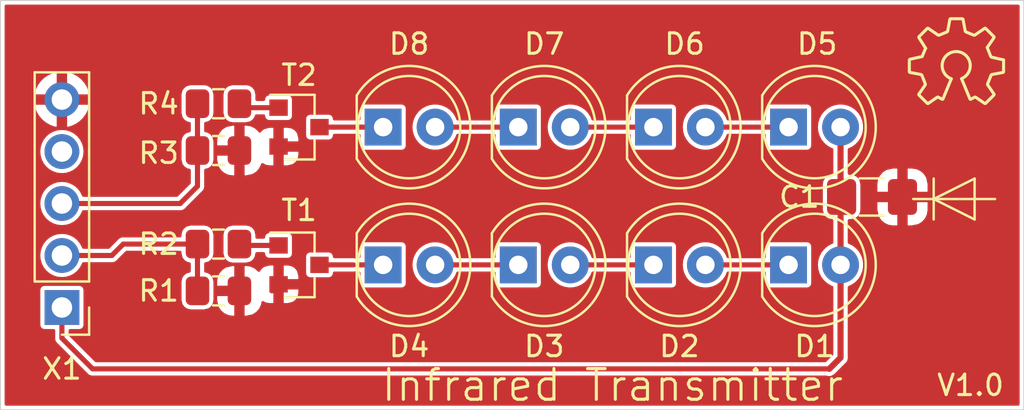
<source format=kicad_pcb>
(kicad_pcb (version 20190605) (host pcbnew "6.0.0-unknown-ea0edab~86~ubuntu18.04.1")

  (general
    (thickness 1.6)
    (drawings 669)
    (tracks 36)
    (modules 16)
    (nets 16)
  )

  (page "A4")
  (layers
    (0 "F.Cu" signal)
    (31 "B.Cu" signal)
    (32 "B.Adhes" user)
    (33 "F.Adhes" user)
    (34 "B.Paste" user)
    (35 "F.Paste" user)
    (36 "B.SilkS" user)
    (37 "F.SilkS" user)
    (38 "B.Mask" user)
    (39 "F.Mask" user)
    (40 "Dwgs.User" user)
    (41 "Cmts.User" user)
    (42 "Eco1.User" user)
    (43 "Eco2.User" user)
    (44 "Edge.Cuts" user)
    (45 "Margin" user)
    (46 "B.CrtYd" user)
    (47 "F.CrtYd" user)
    (48 "B.Fab" user hide)
    (49 "F.Fab" user hide)
  )

  (setup
    (last_trace_width 0.25)
    (user_trace_width 0.2)
    (user_trace_width 0.3)
    (trace_clearance 0.2)
    (zone_clearance 0.2)
    (zone_45_only no)
    (trace_min 0.2)
    (via_size 0.8)
    (via_drill 0.4)
    (via_min_size 0.4)
    (via_min_drill 0.3)
    (uvia_size 0.3)
    (uvia_drill 0.1)
    (uvias_allowed no)
    (uvia_min_size 0.2)
    (uvia_min_drill 0.1)
    (max_error 0.005)
    (defaults
      (edge_clearance 0.01)
      (edge_cuts_line_width 0.05)
      (courtyard_line_width 0.05)
      (copper_line_width 0.2)
      (copper_text_dims (size 1.5 1.5) (thickness 0.3) keep_upright)
      (silk_line_width 0.12)
      (silk_text_dims (size 1 1) (thickness 0.15) keep_upright)
      (other_layers_line_width 0.1)
      (other_layers_text_dims (size 1 1) (thickness 0.15) keep_upright)
    )
    (pad_size 1.524 1.524)
    (pad_drill 0.762)
    (pad_to_mask_clearance 0.051)
    (solder_mask_min_width 0.25)
    (aux_axis_origin 0 0)
    (visible_elements FFFFFF7F)
    (pcbplotparams
      (layerselection 0x010fc_ffffffff)
      (usegerberextensions false)
      (usegerberattributes false)
      (usegerberadvancedattributes false)
      (creategerberjobfile false)
      (excludeedgelayer true)
      (linewidth 0.100000)
      (plotframeref false)
      (viasonmask false)
      (mode 1)
      (useauxorigin false)
      (hpglpennumber 1)
      (hpglpenspeed 20)
      (hpglpendiameter 15.000000)
      (psnegative false)
      (psa4output false)
      (plotreference true)
      (plotvalue true)
      (plotinvisibletext false)
      (padsonsilk false)
      (subtractmaskfromsilk false)
      (outputformat 1)
      (mirror false)
      (drillshape 0)
      (scaleselection 1)
      (outputdirectory "gerber/"))
  )

  (net 0 "")
  (net 1 "GND")
  (net 2 "+5V")
  (net 3 "Net-(D1-Pad1)")
  (net 4 "Net-(D2-Pad1)")
  (net 5 "Net-(D3-Pad1)")
  (net 6 "Net-(D4-Pad1)")
  (net 7 "Net-(D5-Pad1)")
  (net 8 "Net-(D6-Pad1)")
  (net 9 "Net-(D7-Pad1)")
  (net 10 "Net-(D8-Pad1)")
  (net 11 "Net-(R2-Pad1)")
  (net 12 "Net-(R4-Pad1)")
  (net 13 "Net-(R1-Pad2)")
  (net 14 "Net-(R3-Pad2)")
  (net 15 "Net-(X1-Pad4)")

  (net_class "Default" "This is the default net class."
    (clearance 0.2)
    (trace_width 0.25)
    (via_dia 0.8)
    (via_drill 0.4)
    (uvia_dia 0.3)
    (uvia_drill 0.1)
    (add_net "+5V")
    (add_net "GND")
    (add_net "Net-(D1-Pad1)")
    (add_net "Net-(D2-Pad1)")
    (add_net "Net-(D3-Pad1)")
    (add_net "Net-(D4-Pad1)")
    (add_net "Net-(D5-Pad1)")
    (add_net "Net-(D6-Pad1)")
    (add_net "Net-(D7-Pad1)")
    (add_net "Net-(D8-Pad1)")
    (add_net "Net-(R1-Pad2)")
    (add_net "Net-(R2-Pad1)")
    (add_net "Net-(R3-Pad2)")
    (add_net "Net-(R4-Pad1)")
    (add_net "Net-(X1-Pad4)")
  )

  (module "Connector_PinHeader_2.54mm:PinHeader_1x05_P2.54mm_Vertical" (layer "F.Cu") (tedit 59FED5CC) (tstamp 5D21D516)
    (at 83 145 180)
    (descr "Through hole straight pin header, 1x05, 2.54mm pitch, single row")
    (tags "Through hole pin header THT 1x05 2.54mm single row")
    (path "/5D22B5DC")
    (fp_text reference "X1" (at 0 -3) (layer "F.SilkS")
      (effects (font (size 1 1) (thickness 0.15)))
    )
    (fp_text value "Conn_01x05" (at 0 12.49) (layer "F.Fab") hide
      (effects (font (size 1 1) (thickness 0.15)))
    )
    (fp_text user "%R" (at 0 5.08 90) (layer "F.Fab")
      (effects (font (size 1 1) (thickness 0.15)))
    )
    (fp_line (start 1.8 -1.8) (end -1.8 -1.8) (layer "F.CrtYd") (width 0.05))
    (fp_line (start 1.8 11.95) (end 1.8 -1.8) (layer "F.CrtYd") (width 0.05))
    (fp_line (start -1.8 11.95) (end 1.8 11.95) (layer "F.CrtYd") (width 0.05))
    (fp_line (start -1.8 -1.8) (end -1.8 11.95) (layer "F.CrtYd") (width 0.05))
    (fp_line (start -1.33 -1.33) (end 0 -1.33) (layer "F.SilkS") (width 0.12))
    (fp_line (start -1.33 0) (end -1.33 -1.33) (layer "F.SilkS") (width 0.12))
    (fp_line (start -1.33 1.27) (end 1.33 1.27) (layer "F.SilkS") (width 0.12))
    (fp_line (start 1.33 1.27) (end 1.33 11.49) (layer "F.SilkS") (width 0.12))
    (fp_line (start -1.33 1.27) (end -1.33 11.49) (layer "F.SilkS") (width 0.12))
    (fp_line (start -1.33 11.49) (end 1.33 11.49) (layer "F.SilkS") (width 0.12))
    (fp_line (start -1.27 -0.635) (end -0.635 -1.27) (layer "F.Fab") (width 0.1))
    (fp_line (start -1.27 11.43) (end -1.27 -0.635) (layer "F.Fab") (width 0.1))
    (fp_line (start 1.27 11.43) (end -1.27 11.43) (layer "F.Fab") (width 0.1))
    (fp_line (start 1.27 -1.27) (end 1.27 11.43) (layer "F.Fab") (width 0.1))
    (fp_line (start -0.635 -1.27) (end 1.27 -1.27) (layer "F.Fab") (width 0.1))
    (pad "5" thru_hole oval (at 0 10.16 180) (size 1.7 1.7) (drill 1) (layers *.Cu *.Mask)
      (net 1 "GND"))
    (pad "4" thru_hole oval (at 0 7.62 180) (size 1.7 1.7) (drill 1) (layers *.Cu *.Mask)
      (net 15 "Net-(X1-Pad4)"))
    (pad "3" thru_hole oval (at 0 5.08 180) (size 1.7 1.7) (drill 1) (layers *.Cu *.Mask)
      (net 14 "Net-(R3-Pad2)"))
    (pad "2" thru_hole oval (at 0 2.54 180) (size 1.7 1.7) (drill 1) (layers *.Cu *.Mask)
      (net 13 "Net-(R1-Pad2)"))
    (pad "1" thru_hole rect (at 0 0 180) (size 1.7 1.7) (drill 1) (layers *.Cu *.Mask)
      (net 2 "+5V"))
    (model "${KISYS3DMOD}/Connector_PinHeader_2.54mm.3dshapes/PinHeader_1x05_P2.54mm_Vertical.wrl"
      (at (xyz 0 0 0))
      (scale (xyz 1 1 1))
      (rotate (xyz 0 0 0))
    )
  )

  (module "Package_TO_SOT_SMD:SOT-23" (layer "F.Cu") (tedit 5A02FF57) (tstamp 5D211AD6)
    (at 94.587 136.187)
    (descr "SOT-23, Standard")
    (tags "SOT-23")
    (path "/5D213A90")
    (attr smd)
    (fp_text reference "T2" (at 0 -2.54) (layer "F.SilkS")
      (effects (font (size 1 1) (thickness 0.15)))
    )
    (fp_text value "Q_NMOS_GSD" (at 0 2.5) (layer "F.Fab") hide
      (effects (font (size 1 1) (thickness 0.15)))
    )
    (fp_text user "%R" (at 0 0 90) (layer "F.Fab")
      (effects (font (size 0.5 0.5) (thickness 0.075)))
    )
    (fp_line (start -0.7 -0.95) (end -0.7 1.5) (layer "F.Fab") (width 0.1))
    (fp_line (start -0.15 -1.52) (end 0.7 -1.52) (layer "F.Fab") (width 0.1))
    (fp_line (start -0.7 -0.95) (end -0.15 -1.52) (layer "F.Fab") (width 0.1))
    (fp_line (start 0.7 -1.52) (end 0.7 1.52) (layer "F.Fab") (width 0.1))
    (fp_line (start -0.7 1.52) (end 0.7 1.52) (layer "F.Fab") (width 0.1))
    (fp_line (start 0.76 1.58) (end 0.76 0.65) (layer "F.SilkS") (width 0.12))
    (fp_line (start 0.76 -1.58) (end 0.76 -0.65) (layer "F.SilkS") (width 0.12))
    (fp_line (start -1.7 -1.75) (end 1.7 -1.75) (layer "F.CrtYd") (width 0.05))
    (fp_line (start 1.7 -1.75) (end 1.7 1.75) (layer "F.CrtYd") (width 0.05))
    (fp_line (start 1.7 1.75) (end -1.7 1.75) (layer "F.CrtYd") (width 0.05))
    (fp_line (start -1.7 1.75) (end -1.7 -1.75) (layer "F.CrtYd") (width 0.05))
    (fp_line (start 0.76 -1.58) (end -1.4 -1.58) (layer "F.SilkS") (width 0.12))
    (fp_line (start 0.76 1.58) (end -0.7 1.58) (layer "F.SilkS") (width 0.12))
    (pad "3" smd rect (at 1 0) (size 0.9 0.8) (layers "F.Cu" "F.Paste" "F.Mask")
      (net 10 "Net-(D8-Pad1)"))
    (pad "2" smd rect (at -1 0.95) (size 0.9 0.8) (layers "F.Cu" "F.Paste" "F.Mask")
      (net 1 "GND"))
    (pad "1" smd rect (at -1 -0.95) (size 0.9 0.8) (layers "F.Cu" "F.Paste" "F.Mask")
      (net 12 "Net-(R4-Pad1)"))
    (model "${KISYS3DMOD}/Package_TO_SOT_SMD.3dshapes/SOT-23.wrl"
      (at (xyz 0 0 0))
      (scale (xyz 1 1 1))
      (rotate (xyz 0 0 0))
    )
  )

  (module "Package_TO_SOT_SMD:SOT-23" (layer "F.Cu") (tedit 5A02FF57) (tstamp 5D211AC1)
    (at 94.587 142.918)
    (descr "SOT-23, Standard")
    (tags "SOT-23")
    (path "/5D211548")
    (attr smd)
    (fp_text reference "T1" (at 0 -2.667) (layer "F.SilkS")
      (effects (font (size 1 1) (thickness 0.15)))
    )
    (fp_text value "Q_NMOS_GSD" (at 0 2.5) (layer "F.Fab") hide
      (effects (font (size 1 1) (thickness 0.15)))
    )
    (fp_text user "%R" (at 0 0 90) (layer "F.Fab")
      (effects (font (size 0.5 0.5) (thickness 0.075)))
    )
    (fp_line (start -0.7 -0.95) (end -0.7 1.5) (layer "F.Fab") (width 0.1))
    (fp_line (start -0.15 -1.52) (end 0.7 -1.52) (layer "F.Fab") (width 0.1))
    (fp_line (start -0.7 -0.95) (end -0.15 -1.52) (layer "F.Fab") (width 0.1))
    (fp_line (start 0.7 -1.52) (end 0.7 1.52) (layer "F.Fab") (width 0.1))
    (fp_line (start -0.7 1.52) (end 0.7 1.52) (layer "F.Fab") (width 0.1))
    (fp_line (start 0.76 1.58) (end 0.76 0.65) (layer "F.SilkS") (width 0.12))
    (fp_line (start 0.76 -1.58) (end 0.76 -0.65) (layer "F.SilkS") (width 0.12))
    (fp_line (start -1.7 -1.75) (end 1.7 -1.75) (layer "F.CrtYd") (width 0.05))
    (fp_line (start 1.7 -1.75) (end 1.7 1.75) (layer "F.CrtYd") (width 0.05))
    (fp_line (start 1.7 1.75) (end -1.7 1.75) (layer "F.CrtYd") (width 0.05))
    (fp_line (start -1.7 1.75) (end -1.7 -1.75) (layer "F.CrtYd") (width 0.05))
    (fp_line (start 0.76 -1.58) (end -1.4 -1.58) (layer "F.SilkS") (width 0.12))
    (fp_line (start 0.76 1.58) (end -0.7 1.58) (layer "F.SilkS") (width 0.12))
    (pad "3" smd rect (at 1 0) (size 0.9 0.8) (layers "F.Cu" "F.Paste" "F.Mask")
      (net 6 "Net-(D4-Pad1)"))
    (pad "2" smd rect (at -1 0.95) (size 0.9 0.8) (layers "F.Cu" "F.Paste" "F.Mask")
      (net 1 "GND"))
    (pad "1" smd rect (at -1 -0.95) (size 0.9 0.8) (layers "F.Cu" "F.Paste" "F.Mask")
      (net 11 "Net-(R2-Pad1)"))
    (model "${KISYS3DMOD}/Package_TO_SOT_SMD.3dshapes/SOT-23.wrl"
      (at (xyz 0 0 0))
      (scale (xyz 1 1 1))
      (rotate (xyz 0 0 0))
    )
  )

  (module "resistors:R_0805_2012Metric_Pad1.15x1.40mm_HandSolder" (layer "F.Cu") (tedit 5B36C52B) (tstamp 5D211AAC)
    (at 90.65 135.044 180)
    (descr "Resistor SMD 0805 (2012 Metric), square (rectangular) end terminal, IPC_7351 nominal with elongated pad for handsoldering. (Body size source: https://docs.google.com/spreadsheets/d/1BsfQQcO9C6DZCsRaXUlFlo91Tg2WpOkGARC1WS5S8t0/edit?usp=sharing), generated with kicad-footprint-generator")
    (tags "resistor handsolder")
    (path "/5D1CC8D0")
    (attr smd)
    (fp_text reference "R4" (at 2.921 0) (layer "F.SilkS")
      (effects (font (size 1 1) (thickness 0.15)))
    )
    (fp_text value "1K" (at 0 1.65) (layer "F.Fab") hide
      (effects (font (size 1 1) (thickness 0.15)))
    )
    (fp_line (start -1 0.6) (end -1 -0.6) (layer "F.Fab") (width 0.1))
    (fp_line (start -1 -0.6) (end 1 -0.6) (layer "F.Fab") (width 0.1))
    (fp_line (start 1 -0.6) (end 1 0.6) (layer "F.Fab") (width 0.1))
    (fp_line (start 1 0.6) (end -1 0.6) (layer "F.Fab") (width 0.1))
    (fp_line (start -0.261252 -0.71) (end 0.261252 -0.71) (layer "F.SilkS") (width 0.12))
    (fp_line (start -0.261252 0.71) (end 0.261252 0.71) (layer "F.SilkS") (width 0.12))
    (fp_line (start -1.85 0.95) (end -1.85 -0.95) (layer "F.CrtYd") (width 0.05))
    (fp_line (start -1.85 -0.95) (end 1.85 -0.95) (layer "F.CrtYd") (width 0.05))
    (fp_line (start 1.85 -0.95) (end 1.85 0.95) (layer "F.CrtYd") (width 0.05))
    (fp_line (start 1.85 0.95) (end -1.85 0.95) (layer "F.CrtYd") (width 0.05))
    (fp_text user "%R" (at 0 0) (layer "F.Fab")
      (effects (font (size 0.5 0.5) (thickness 0.08)))
    )
    (pad "2" smd roundrect (at 1.025 0 180) (size 1.15 1.4) (layers "F.Cu" "F.Paste" "F.Mask") (roundrect_rratio 0.217391)
      (net 14 "Net-(R3-Pad2)"))
    (pad "1" smd roundrect (at -1.025 0 180) (size 1.15 1.4) (layers "F.Cu" "F.Paste" "F.Mask") (roundrect_rratio 0.217391)
      (net 12 "Net-(R4-Pad1)"))
    (model "${KISYS3DMOD}/Resistor_SMD.3dshapes/R_0805_2012Metric.wrl"
      (at (xyz 0 0 0))
      (scale (xyz 1 1 1))
      (rotate (xyz 0 0 0))
    )
  )

  (module "resistors:R_0805_2012Metric_Pad1.15x1.40mm_HandSolder" (layer "F.Cu") (tedit 5B36C52B) (tstamp 5D211A9B)
    (at 90.65 137.33 180)
    (descr "Resistor SMD 0805 (2012 Metric), square (rectangular) end terminal, IPC_7351 nominal with elongated pad for handsoldering. (Body size source: https://docs.google.com/spreadsheets/d/1BsfQQcO9C6DZCsRaXUlFlo91Tg2WpOkGARC1WS5S8t0/edit?usp=sharing), generated with kicad-footprint-generator")
    (tags "resistor handsolder")
    (path "/5D1CF3B4")
    (attr smd)
    (fp_text reference "R3" (at 2.921 -0.127) (layer "F.SilkS")
      (effects (font (size 1 1) (thickness 0.15)))
    )
    (fp_text value "10K" (at 0 1.65) (layer "F.Fab") hide
      (effects (font (size 1 1) (thickness 0.15)))
    )
    (fp_line (start -1 0.6) (end -1 -0.6) (layer "F.Fab") (width 0.1))
    (fp_line (start -1 -0.6) (end 1 -0.6) (layer "F.Fab") (width 0.1))
    (fp_line (start 1 -0.6) (end 1 0.6) (layer "F.Fab") (width 0.1))
    (fp_line (start 1 0.6) (end -1 0.6) (layer "F.Fab") (width 0.1))
    (fp_line (start -0.261252 -0.71) (end 0.261252 -0.71) (layer "F.SilkS") (width 0.12))
    (fp_line (start -0.261252 0.71) (end 0.261252 0.71) (layer "F.SilkS") (width 0.12))
    (fp_line (start -1.85 0.95) (end -1.85 -0.95) (layer "F.CrtYd") (width 0.05))
    (fp_line (start -1.85 -0.95) (end 1.85 -0.95) (layer "F.CrtYd") (width 0.05))
    (fp_line (start 1.85 -0.95) (end 1.85 0.95) (layer "F.CrtYd") (width 0.05))
    (fp_line (start 1.85 0.95) (end -1.85 0.95) (layer "F.CrtYd") (width 0.05))
    (fp_text user "%R" (at 0 0) (layer "F.Fab")
      (effects (font (size 0.5 0.5) (thickness 0.08)))
    )
    (pad "2" smd roundrect (at 1.025 0 180) (size 1.15 1.4) (layers "F.Cu" "F.Paste" "F.Mask") (roundrect_rratio 0.217391)
      (net 14 "Net-(R3-Pad2)"))
    (pad "1" smd roundrect (at -1.025 0 180) (size 1.15 1.4) (layers "F.Cu" "F.Paste" "F.Mask") (roundrect_rratio 0.217391)
      (net 1 "GND"))
    (model "${KISYS3DMOD}/Resistor_SMD.3dshapes/R_0805_2012Metric.wrl"
      (at (xyz 0 0 0))
      (scale (xyz 1 1 1))
      (rotate (xyz 0 0 0))
    )
  )

  (module "resistors:R_0805_2012Metric_Pad1.15x1.40mm_HandSolder" (layer "F.Cu") (tedit 5B36C52B) (tstamp 5D211A8A)
    (at 90.65 141.902 180)
    (descr "Resistor SMD 0805 (2012 Metric), square (rectangular) end terminal, IPC_7351 nominal with elongated pad for handsoldering. (Body size source: https://docs.google.com/spreadsheets/d/1BsfQQcO9C6DZCsRaXUlFlo91Tg2WpOkGARC1WS5S8t0/edit?usp=sharing), generated with kicad-footprint-generator")
    (tags "resistor handsolder")
    (path "/5D1C6D55")
    (attr smd)
    (fp_text reference "R2" (at 2.921 0) (layer "F.SilkS")
      (effects (font (size 1 1) (thickness 0.15)))
    )
    (fp_text value "1K" (at 0 1.65) (layer "F.Fab") hide
      (effects (font (size 1 1) (thickness 0.15)))
    )
    (fp_line (start -1 0.6) (end -1 -0.6) (layer "F.Fab") (width 0.1))
    (fp_line (start -1 -0.6) (end 1 -0.6) (layer "F.Fab") (width 0.1))
    (fp_line (start 1 -0.6) (end 1 0.6) (layer "F.Fab") (width 0.1))
    (fp_line (start 1 0.6) (end -1 0.6) (layer "F.Fab") (width 0.1))
    (fp_line (start -0.261252 -0.71) (end 0.261252 -0.71) (layer "F.SilkS") (width 0.12))
    (fp_line (start -0.261252 0.71) (end 0.261252 0.71) (layer "F.SilkS") (width 0.12))
    (fp_line (start -1.85 0.95) (end -1.85 -0.95) (layer "F.CrtYd") (width 0.05))
    (fp_line (start -1.85 -0.95) (end 1.85 -0.95) (layer "F.CrtYd") (width 0.05))
    (fp_line (start 1.85 -0.95) (end 1.85 0.95) (layer "F.CrtYd") (width 0.05))
    (fp_line (start 1.85 0.95) (end -1.85 0.95) (layer "F.CrtYd") (width 0.05))
    (fp_text user "%R" (at 0 0) (layer "F.Fab")
      (effects (font (size 0.5 0.5) (thickness 0.08)))
    )
    (pad "2" smd roundrect (at 1.025 0 180) (size 1.15 1.4) (layers "F.Cu" "F.Paste" "F.Mask") (roundrect_rratio 0.217391)
      (net 13 "Net-(R1-Pad2)"))
    (pad "1" smd roundrect (at -1.025 0 180) (size 1.15 1.4) (layers "F.Cu" "F.Paste" "F.Mask") (roundrect_rratio 0.217391)
      (net 11 "Net-(R2-Pad1)"))
    (model "${KISYS3DMOD}/Resistor_SMD.3dshapes/R_0805_2012Metric.wrl"
      (at (xyz 0 0 0))
      (scale (xyz 1 1 1))
      (rotate (xyz 0 0 0))
    )
  )

  (module "resistors:R_0805_2012Metric_Pad1.15x1.40mm_HandSolder" (layer "F.Cu") (tedit 5B36C52B) (tstamp 5D211A79)
    (at 90.65 144.188 180)
    (descr "Resistor SMD 0805 (2012 Metric), square (rectangular) end terminal, IPC_7351 nominal with elongated pad for handsoldering. (Body size source: https://docs.google.com/spreadsheets/d/1BsfQQcO9C6DZCsRaXUlFlo91Tg2WpOkGARC1WS5S8t0/edit?usp=sharing), generated with kicad-footprint-generator")
    (tags "resistor handsolder")
    (path "/5D1CF057")
    (attr smd)
    (fp_text reference "R1" (at 2.921 0) (layer "F.SilkS")
      (effects (font (size 1 1) (thickness 0.15)))
    )
    (fp_text value "10K" (at 3.429 -0.127) (layer "F.Fab") hide
      (effects (font (size 1 1) (thickness 0.15)))
    )
    (fp_line (start -1 0.6) (end -1 -0.6) (layer "F.Fab") (width 0.1))
    (fp_line (start -1 -0.6) (end 1 -0.6) (layer "F.Fab") (width 0.1))
    (fp_line (start 1 -0.6) (end 1 0.6) (layer "F.Fab") (width 0.1))
    (fp_line (start 1 0.6) (end -1 0.6) (layer "F.Fab") (width 0.1))
    (fp_line (start -0.261252 -0.71) (end 0.261252 -0.71) (layer "F.SilkS") (width 0.12))
    (fp_line (start -0.261252 0.71) (end 0.261252 0.71) (layer "F.SilkS") (width 0.12))
    (fp_line (start -1.85 0.95) (end -1.85 -0.95) (layer "F.CrtYd") (width 0.05))
    (fp_line (start -1.85 -0.95) (end 1.85 -0.95) (layer "F.CrtYd") (width 0.05))
    (fp_line (start 1.85 -0.95) (end 1.85 0.95) (layer "F.CrtYd") (width 0.05))
    (fp_line (start 1.85 0.95) (end -1.85 0.95) (layer "F.CrtYd") (width 0.05))
    (fp_text user "%R" (at 0 0) (layer "F.Fab")
      (effects (font (size 0.5 0.5) (thickness 0.08)))
    )
    (pad "2" smd roundrect (at 1.025 0 180) (size 1.15 1.4) (layers "F.Cu" "F.Paste" "F.Mask") (roundrect_rratio 0.217391)
      (net 13 "Net-(R1-Pad2)"))
    (pad "1" smd roundrect (at -1.025 0 180) (size 1.15 1.4) (layers "F.Cu" "F.Paste" "F.Mask") (roundrect_rratio 0.217391)
      (net 1 "GND"))
    (model "${KISYS3DMOD}/Resistor_SMD.3dshapes/R_0805_2012Metric.wrl"
      (at (xyz 0 0 0))
      (scale (xyz 1 1 1))
      (rotate (xyz 0 0 0))
    )
  )

  (module "LED_THT:LED_D5.0mm" (layer "F.Cu") (tedit 5995936A) (tstamp 5D211A1B)
    (at 98.697 136.187)
    (descr "LED, diameter 5.0mm, 2 pins, http://cdn-reichelt.de/documents/datenblatt/A500/LL-504BC2E-009.pdf")
    (tags "LED diameter 5.0mm 2 pins")
    (path "/5D216BAE")
    (fp_text reference "D8" (at 1.27 -4.064) (layer "F.SilkS")
      (effects (font (size 1 1) (thickness 0.15)))
    )
    (fp_text value "IR333-A" (at 1.27 3.96) (layer "F.Fab") hide
      (effects (font (size 1 1) (thickness 0.15)))
    )
    (fp_arc (start 1.27 0) (end -1.23 -1.469694) (angle 299.1) (layer "F.Fab") (width 0.1))
    (fp_arc (start 1.27 0) (end -1.29 -1.54483) (angle 148.9) (layer "F.SilkS") (width 0.12))
    (fp_arc (start 1.27 0) (end -1.29 1.54483) (angle -148.9) (layer "F.SilkS") (width 0.12))
    (fp_circle (center 1.27 0) (end 3.77 0) (layer "F.Fab") (width 0.1))
    (fp_circle (center 1.27 0) (end 3.77 0) (layer "F.SilkS") (width 0.12))
    (fp_line (start -1.23 -1.469694) (end -1.23 1.469694) (layer "F.Fab") (width 0.1))
    (fp_line (start -1.29 -1.545) (end -1.29 1.545) (layer "F.SilkS") (width 0.12))
    (fp_line (start -1.95 -3.25) (end -1.95 3.25) (layer "F.CrtYd") (width 0.05))
    (fp_line (start -1.95 3.25) (end 4.5 3.25) (layer "F.CrtYd") (width 0.05))
    (fp_line (start 4.5 3.25) (end 4.5 -3.25) (layer "F.CrtYd") (width 0.05))
    (fp_line (start 4.5 -3.25) (end -1.95 -3.25) (layer "F.CrtYd") (width 0.05))
    (fp_text user "%R" (at 1.25 0) (layer "F.Fab")
      (effects (font (size 0.8 0.8) (thickness 0.2)))
    )
    (pad "2" thru_hole circle (at 2.54 0) (size 1.8 1.8) (drill 0.9) (layers *.Cu *.Mask)
      (net 9 "Net-(D7-Pad1)"))
    (pad "1" thru_hole rect (at 0 0) (size 1.8 1.8) (drill 0.9) (layers *.Cu *.Mask)
      (net 10 "Net-(D8-Pad1)"))
    (model "${KISYS3DMOD}/LED_THT.3dshapes/LED_D5.0mm.wrl"
      (at (xyz 0 0 0))
      (scale (xyz 1 1 1))
      (rotate (xyz 0 0 0))
    )
  )

  (module "LED_THT:LED_D5.0mm" (layer "F.Cu") (tedit 5995936A) (tstamp 5D211A09)
    (at 105.301 136.187)
    (descr "LED, diameter 5.0mm, 2 pins, http://cdn-reichelt.de/documents/datenblatt/A500/LL-504BC2E-009.pdf")
    (tags "LED diameter 5.0mm 2 pins")
    (path "/5D216BAD")
    (fp_text reference "D7" (at 1.27 -4.064) (layer "F.SilkS")
      (effects (font (size 1 1) (thickness 0.15)))
    )
    (fp_text value "IR333-A" (at 1.27 3.96) (layer "F.Fab") hide
      (effects (font (size 1 1) (thickness 0.15)))
    )
    (fp_arc (start 1.27 0) (end -1.23 -1.469694) (angle 299.1) (layer "F.Fab") (width 0.1))
    (fp_arc (start 1.27 0) (end -1.29 -1.54483) (angle 148.9) (layer "F.SilkS") (width 0.12))
    (fp_arc (start 1.27 0) (end -1.29 1.54483) (angle -148.9) (layer "F.SilkS") (width 0.12))
    (fp_circle (center 1.27 0) (end 3.77 0) (layer "F.Fab") (width 0.1))
    (fp_circle (center 1.27 0) (end 3.77 0) (layer "F.SilkS") (width 0.12))
    (fp_line (start -1.23 -1.469694) (end -1.23 1.469694) (layer "F.Fab") (width 0.1))
    (fp_line (start -1.29 -1.545) (end -1.29 1.545) (layer "F.SilkS") (width 0.12))
    (fp_line (start -1.95 -3.25) (end -1.95 3.25) (layer "F.CrtYd") (width 0.05))
    (fp_line (start -1.95 3.25) (end 4.5 3.25) (layer "F.CrtYd") (width 0.05))
    (fp_line (start 4.5 3.25) (end 4.5 -3.25) (layer "F.CrtYd") (width 0.05))
    (fp_line (start 4.5 -3.25) (end -1.95 -3.25) (layer "F.CrtYd") (width 0.05))
    (fp_text user "%R" (at 1.25 0) (layer "F.Fab")
      (effects (font (size 0.8 0.8) (thickness 0.2)))
    )
    (pad "2" thru_hole circle (at 2.54 0) (size 1.8 1.8) (drill 0.9) (layers *.Cu *.Mask)
      (net 8 "Net-(D6-Pad1)"))
    (pad "1" thru_hole rect (at 0 0) (size 1.8 1.8) (drill 0.9) (layers *.Cu *.Mask)
      (net 9 "Net-(D7-Pad1)"))
    (model "${KISYS3DMOD}/LED_THT.3dshapes/LED_D5.0mm.wrl"
      (at (xyz 0 0 0))
      (scale (xyz 1 1 1))
      (rotate (xyz 0 0 0))
    )
  )

  (module "LED_THT:LED_D5.0mm" (layer "F.Cu") (tedit 5995936A) (tstamp 5D2119F7)
    (at 111.905 136.187)
    (descr "LED, diameter 5.0mm, 2 pins, http://cdn-reichelt.de/documents/datenblatt/A500/LL-504BC2E-009.pdf")
    (tags "LED diameter 5.0mm 2 pins")
    (path "/5D216BAC")
    (fp_text reference "D6" (at 1.524 -4.064) (layer "F.SilkS")
      (effects (font (size 1 1) (thickness 0.15)))
    )
    (fp_text value "IR333-A" (at 1.27 3.96) (layer "F.Fab") hide
      (effects (font (size 1 1) (thickness 0.15)))
    )
    (fp_arc (start 1.27 0) (end -1.23 -1.469694) (angle 299.1) (layer "F.Fab") (width 0.1))
    (fp_arc (start 1.27 0) (end -1.29 -1.54483) (angle 148.9) (layer "F.SilkS") (width 0.12))
    (fp_arc (start 1.27 0) (end -1.29 1.54483) (angle -148.9) (layer "F.SilkS") (width 0.12))
    (fp_circle (center 1.27 0) (end 3.77 0) (layer "F.Fab") (width 0.1))
    (fp_circle (center 1.27 0) (end 3.77 0) (layer "F.SilkS") (width 0.12))
    (fp_line (start -1.23 -1.469694) (end -1.23 1.469694) (layer "F.Fab") (width 0.1))
    (fp_line (start -1.29 -1.545) (end -1.29 1.545) (layer "F.SilkS") (width 0.12))
    (fp_line (start -1.95 -3.25) (end -1.95 3.25) (layer "F.CrtYd") (width 0.05))
    (fp_line (start -1.95 3.25) (end 4.5 3.25) (layer "F.CrtYd") (width 0.05))
    (fp_line (start 4.5 3.25) (end 4.5 -3.25) (layer "F.CrtYd") (width 0.05))
    (fp_line (start 4.5 -3.25) (end -1.95 -3.25) (layer "F.CrtYd") (width 0.05))
    (fp_text user "%R" (at 1.25 0) (layer "F.Fab")
      (effects (font (size 0.8 0.8) (thickness 0.2)))
    )
    (pad "2" thru_hole circle (at 2.54 0) (size 1.8 1.8) (drill 0.9) (layers *.Cu *.Mask)
      (net 7 "Net-(D5-Pad1)"))
    (pad "1" thru_hole rect (at 0 0) (size 1.8 1.8) (drill 0.9) (layers *.Cu *.Mask)
      (net 8 "Net-(D6-Pad1)"))
    (model "${KISYS3DMOD}/LED_THT.3dshapes/LED_D5.0mm.wrl"
      (at (xyz 0 0 0))
      (scale (xyz 1 1 1))
      (rotate (xyz 0 0 0))
    )
  )

  (module "LED_THT:LED_D5.0mm" (layer "F.Cu") (tedit 5995936A) (tstamp 5D2119E5)
    (at 118.509 136.187)
    (descr "LED, diameter 5.0mm, 2 pins, http://cdn-reichelt.de/documents/datenblatt/A500/LL-504BC2E-009.pdf")
    (tags "LED diameter 5.0mm 2 pins")
    (path "/5D216BAA")
    (fp_text reference "D5" (at 1.397 -4.064) (layer "F.SilkS")
      (effects (font (size 1 1) (thickness 0.15)))
    )
    (fp_text value "IR333-A" (at 1.27 3.96) (layer "F.Fab") hide
      (effects (font (size 1 1) (thickness 0.15)))
    )
    (fp_arc (start 1.27 0) (end -1.23 -1.469694) (angle 299.1) (layer "F.Fab") (width 0.1))
    (fp_arc (start 1.27 0) (end -1.29 -1.54483) (angle 148.9) (layer "F.SilkS") (width 0.12))
    (fp_arc (start 1.27 0) (end -1.29 1.54483) (angle -148.9) (layer "F.SilkS") (width 0.12))
    (fp_circle (center 1.27 0) (end 3.77 0) (layer "F.Fab") (width 0.1))
    (fp_circle (center 1.27 0) (end 3.77 0) (layer "F.SilkS") (width 0.12))
    (fp_line (start -1.23 -1.469694) (end -1.23 1.469694) (layer "F.Fab") (width 0.1))
    (fp_line (start -1.29 -1.545) (end -1.29 1.545) (layer "F.SilkS") (width 0.12))
    (fp_line (start -1.95 -3.25) (end -1.95 3.25) (layer "F.CrtYd") (width 0.05))
    (fp_line (start -1.95 3.25) (end 4.5 3.25) (layer "F.CrtYd") (width 0.05))
    (fp_line (start 4.5 3.25) (end 4.5 -3.25) (layer "F.CrtYd") (width 0.05))
    (fp_line (start 4.5 -3.25) (end -1.95 -3.25) (layer "F.CrtYd") (width 0.05))
    (fp_text user "%R" (at 1.25 0) (layer "F.Fab")
      (effects (font (size 0.8 0.8) (thickness 0.2)))
    )
    (pad "2" thru_hole circle (at 2.54 0) (size 1.8 1.8) (drill 0.9) (layers *.Cu *.Mask)
      (net 2 "+5V"))
    (pad "1" thru_hole rect (at 0 0) (size 1.8 1.8) (drill 0.9) (layers *.Cu *.Mask)
      (net 7 "Net-(D5-Pad1)"))
    (model "${KISYS3DMOD}/LED_THT.3dshapes/LED_D5.0mm.wrl"
      (at (xyz 0 0 0))
      (scale (xyz 1 1 1))
      (rotate (xyz 0 0 0))
    )
  )

  (module "LED_THT:LED_D5.0mm" (layer "F.Cu") (tedit 5995936A) (tstamp 5D2119D3)
    (at 98.697 142.918)
    (descr "LED, diameter 5.0mm, 2 pins, http://cdn-reichelt.de/documents/datenblatt/A500/LL-504BC2E-009.pdf")
    (tags "LED diameter 5.0mm 2 pins")
    (path "/5D2163BB")
    (fp_text reference "D4" (at 1.27 3.982) (layer "F.SilkS")
      (effects (font (size 1 1) (thickness 0.15)))
    )
    (fp_text value "IR333-A" (at 1.27 3.96) (layer "F.Fab") hide
      (effects (font (size 1 1) (thickness 0.15)))
    )
    (fp_arc (start 1.27 0) (end -1.23 -1.469694) (angle 299.1) (layer "F.Fab") (width 0.1))
    (fp_arc (start 1.27 0) (end -1.29 -1.54483) (angle 148.9) (layer "F.SilkS") (width 0.12))
    (fp_arc (start 1.27 0) (end -1.29 1.54483) (angle -148.9) (layer "F.SilkS") (width 0.12))
    (fp_circle (center 1.27 0) (end 3.77 0) (layer "F.Fab") (width 0.1))
    (fp_circle (center 1.27 0) (end 3.77 0) (layer "F.SilkS") (width 0.12))
    (fp_line (start -1.23 -1.469694) (end -1.23 1.469694) (layer "F.Fab") (width 0.1))
    (fp_line (start -1.29 -1.545) (end -1.29 1.545) (layer "F.SilkS") (width 0.12))
    (fp_line (start -1.95 -3.25) (end -1.95 3.25) (layer "F.CrtYd") (width 0.05))
    (fp_line (start -1.95 3.25) (end 4.5 3.25) (layer "F.CrtYd") (width 0.05))
    (fp_line (start 4.5 3.25) (end 4.5 -3.25) (layer "F.CrtYd") (width 0.05))
    (fp_line (start 4.5 -3.25) (end -1.95 -3.25) (layer "F.CrtYd") (width 0.05))
    (fp_text user "%R" (at 1.25 0) (layer "F.Fab")
      (effects (font (size 0.8 0.8) (thickness 0.2)))
    )
    (pad "2" thru_hole circle (at 2.54 0) (size 1.8 1.8) (drill 0.9) (layers *.Cu *.Mask)
      (net 5 "Net-(D3-Pad1)"))
    (pad "1" thru_hole rect (at 0 0) (size 1.8 1.8) (drill 0.9) (layers *.Cu *.Mask)
      (net 6 "Net-(D4-Pad1)"))
    (model "${KISYS3DMOD}/LED_THT.3dshapes/LED_D5.0mm.wrl"
      (at (xyz 0 0 0))
      (scale (xyz 1 1 1))
      (rotate (xyz 0 0 0))
    )
  )

  (module "LED_THT:LED_D5.0mm" (layer "F.Cu") (tedit 5995936A) (tstamp 5D2119C1)
    (at 105.301 142.918)
    (descr "LED, diameter 5.0mm, 2 pins, http://cdn-reichelt.de/documents/datenblatt/A500/LL-504BC2E-009.pdf")
    (tags "LED diameter 5.0mm 2 pins")
    (path "/5D1D59BE")
    (fp_text reference "D3" (at 1.27 3.982) (layer "F.SilkS")
      (effects (font (size 1 1) (thickness 0.15)))
    )
    (fp_text value "IR333-A" (at 1.27 3.96) (layer "F.Fab") hide
      (effects (font (size 1 1) (thickness 0.15)))
    )
    (fp_arc (start 1.27 0) (end -1.23 -1.469694) (angle 299.1) (layer "F.Fab") (width 0.1))
    (fp_arc (start 1.27 0) (end -1.29 -1.54483) (angle 148.9) (layer "F.SilkS") (width 0.12))
    (fp_arc (start 1.27 0) (end -1.29 1.54483) (angle -148.9) (layer "F.SilkS") (width 0.12))
    (fp_circle (center 1.27 0) (end 3.77 0) (layer "F.Fab") (width 0.1))
    (fp_circle (center 1.27 0) (end 3.77 0) (layer "F.SilkS") (width 0.12))
    (fp_line (start -1.23 -1.469694) (end -1.23 1.469694) (layer "F.Fab") (width 0.1))
    (fp_line (start -1.29 -1.545) (end -1.29 1.545) (layer "F.SilkS") (width 0.12))
    (fp_line (start -1.95 -3.25) (end -1.95 3.25) (layer "F.CrtYd") (width 0.05))
    (fp_line (start -1.95 3.25) (end 4.5 3.25) (layer "F.CrtYd") (width 0.05))
    (fp_line (start 4.5 3.25) (end 4.5 -3.25) (layer "F.CrtYd") (width 0.05))
    (fp_line (start 4.5 -3.25) (end -1.95 -3.25) (layer "F.CrtYd") (width 0.05))
    (fp_text user "%R" (at 1.25 0) (layer "F.Fab")
      (effects (font (size 0.8 0.8) (thickness 0.2)))
    )
    (pad "2" thru_hole circle (at 2.54 0) (size 1.8 1.8) (drill 0.9) (layers *.Cu *.Mask)
      (net 4 "Net-(D2-Pad1)"))
    (pad "1" thru_hole rect (at 0 0) (size 1.8 1.8) (drill 0.9) (layers *.Cu *.Mask)
      (net 5 "Net-(D3-Pad1)"))
    (model "${KISYS3DMOD}/LED_THT.3dshapes/LED_D5.0mm.wrl"
      (at (xyz 0 0 0))
      (scale (xyz 1 1 1))
      (rotate (xyz 0 0 0))
    )
  )

  (module "LED_THT:LED_D5.0mm" (layer "F.Cu") (tedit 5995936A) (tstamp 5D2119AF)
    (at 111.905 142.918)
    (descr "LED, diameter 5.0mm, 2 pins, http://cdn-reichelt.de/documents/datenblatt/A500/LL-504BC2E-009.pdf")
    (tags "LED diameter 5.0mm 2 pins")
    (path "/5D1D4409")
    (fp_text reference "D2" (at 1.27 3.982) (layer "F.SilkS")
      (effects (font (size 1 1) (thickness 0.15)))
    )
    (fp_text value "IR333-A" (at 1.27 3.96) (layer "F.Fab") hide
      (effects (font (size 1 1) (thickness 0.15)))
    )
    (fp_arc (start 1.27 0) (end -1.23 -1.469694) (angle 299.1) (layer "F.Fab") (width 0.1))
    (fp_arc (start 1.27 0) (end -1.29 -1.54483) (angle 148.9) (layer "F.SilkS") (width 0.12))
    (fp_arc (start 1.27 0) (end -1.29 1.54483) (angle -148.9) (layer "F.SilkS") (width 0.12))
    (fp_circle (center 1.27 0) (end 3.77 0) (layer "F.Fab") (width 0.1))
    (fp_circle (center 1.27 0) (end 3.77 0) (layer "F.SilkS") (width 0.12))
    (fp_line (start -1.23 -1.469694) (end -1.23 1.469694) (layer "F.Fab") (width 0.1))
    (fp_line (start -1.29 -1.545) (end -1.29 1.545) (layer "F.SilkS") (width 0.12))
    (fp_line (start -1.95 -3.25) (end -1.95 3.25) (layer "F.CrtYd") (width 0.05))
    (fp_line (start -1.95 3.25) (end 4.5 3.25) (layer "F.CrtYd") (width 0.05))
    (fp_line (start 4.5 3.25) (end 4.5 -3.25) (layer "F.CrtYd") (width 0.05))
    (fp_line (start 4.5 -3.25) (end -1.95 -3.25) (layer "F.CrtYd") (width 0.05))
    (fp_text user "%R" (at 1.25 0) (layer "F.Fab")
      (effects (font (size 0.8 0.8) (thickness 0.2)))
    )
    (pad "2" thru_hole circle (at 2.54 0) (size 1.8 1.8) (drill 0.9) (layers *.Cu *.Mask)
      (net 3 "Net-(D1-Pad1)"))
    (pad "1" thru_hole rect (at 0 0) (size 1.8 1.8) (drill 0.9) (layers *.Cu *.Mask)
      (net 4 "Net-(D2-Pad1)"))
    (model "${KISYS3DMOD}/LED_THT.3dshapes/LED_D5.0mm.wrl"
      (at (xyz 0 0 0))
      (scale (xyz 1 1 1))
      (rotate (xyz 0 0 0))
    )
  )

  (module "LED_THT:LED_D5.0mm" (layer "F.Cu") (tedit 5995936A) (tstamp 5D21199D)
    (at 118.509 142.918)
    (descr "LED, diameter 5.0mm, 2 pins, http://cdn-reichelt.de/documents/datenblatt/A500/LL-504BC2E-009.pdf")
    (tags "LED diameter 5.0mm 2 pins")
    (path "/5D1BC1E6")
    (fp_text reference "D1" (at 1.27 3.982) (layer "F.SilkS")
      (effects (font (size 1 1) (thickness 0.15)))
    )
    (fp_text value "IR333-A" (at 1.27 3.96) (layer "F.Fab") hide
      (effects (font (size 1 1) (thickness 0.15)))
    )
    (fp_arc (start 1.27 0) (end -1.23 -1.469694) (angle 299.1) (layer "F.Fab") (width 0.1))
    (fp_arc (start 1.27 0) (end -1.29 -1.54483) (angle 148.9) (layer "F.SilkS") (width 0.12))
    (fp_arc (start 1.27 0) (end -1.29 1.54483) (angle -148.9) (layer "F.SilkS") (width 0.12))
    (fp_circle (center 1.27 0) (end 3.77 0) (layer "F.Fab") (width 0.1))
    (fp_circle (center 1.27 0) (end 3.77 0) (layer "F.SilkS") (width 0.12))
    (fp_line (start -1.23 -1.469694) (end -1.23 1.469694) (layer "F.Fab") (width 0.1))
    (fp_line (start -1.29 -1.545) (end -1.29 1.545) (layer "F.SilkS") (width 0.12))
    (fp_line (start -1.95 -3.25) (end -1.95 3.25) (layer "F.CrtYd") (width 0.05))
    (fp_line (start -1.95 3.25) (end 4.5 3.25) (layer "F.CrtYd") (width 0.05))
    (fp_line (start 4.5 3.25) (end 4.5 -3.25) (layer "F.CrtYd") (width 0.05))
    (fp_line (start 4.5 -3.25) (end -1.95 -3.25) (layer "F.CrtYd") (width 0.05))
    (fp_text user "%R" (at 1.25 0) (layer "F.Fab")
      (effects (font (size 0.8 0.8) (thickness 0.2)))
    )
    (pad "2" thru_hole circle (at 2.54 0) (size 1.8 1.8) (drill 0.9) (layers *.Cu *.Mask)
      (net 2 "+5V"))
    (pad "1" thru_hole rect (at 0 0) (size 1.8 1.8) (drill 0.9) (layers *.Cu *.Mask)
      (net 3 "Net-(D1-Pad1)"))
    (model "${KISYS3DMOD}/LED_THT.3dshapes/LED_D5.0mm.wrl"
      (at (xyz 0 0 0))
      (scale (xyz 1 1 1))
      (rotate (xyz 0 0 0))
    )
  )

  (module "Capacitor_SMD:C_1206_3216Metric_Pad1.42x1.75mm_HandSolder" (layer "F.Cu") (tedit 5B301BBE) (tstamp 5D21198B)
    (at 122.5875 139.6)
    (descr "Capacitor SMD 1206 (3216 Metric), square (rectangular) end terminal, IPC_7351 nominal with elongated pad for handsoldering. (Body size source: http://www.tortai-tech.com/upload/download/2011102023233369053.pdf), generated with kicad-footprint-generator")
    (tags "capacitor handsolder")
    (path "/5D1C73A5")
    (attr smd)
    (fp_text reference "C1" (at -3.556 0) (layer "F.SilkS")
      (effects (font (size 1 1) (thickness 0.15)))
    )
    (fp_text value "10µF" (at 0 1.82) (layer "F.Fab") hide
      (effects (font (size 1 1) (thickness 0.15)))
    )
    (fp_line (start -1.6 0.8) (end -1.6 -0.8) (layer "F.Fab") (width 0.1))
    (fp_line (start -1.6 -0.8) (end 1.6 -0.8) (layer "F.Fab") (width 0.1))
    (fp_line (start 1.6 -0.8) (end 1.6 0.8) (layer "F.Fab") (width 0.1))
    (fp_line (start 1.6 0.8) (end -1.6 0.8) (layer "F.Fab") (width 0.1))
    (fp_line (start -0.602064 -0.91) (end 0.602064 -0.91) (layer "F.SilkS") (width 0.12))
    (fp_line (start -0.602064 0.91) (end 0.602064 0.91) (layer "F.SilkS") (width 0.12))
    (fp_line (start -2.45 1.12) (end -2.45 -1.12) (layer "F.CrtYd") (width 0.05))
    (fp_line (start -2.45 -1.12) (end 2.45 -1.12) (layer "F.CrtYd") (width 0.05))
    (fp_line (start 2.45 -1.12) (end 2.45 1.12) (layer "F.CrtYd") (width 0.05))
    (fp_line (start 2.45 1.12) (end -2.45 1.12) (layer "F.CrtYd") (width 0.05))
    (fp_text user "%R" (at 0 0) (layer "F.Fab")
      (effects (font (size 0.8 0.8) (thickness 0.12)))
    )
    (pad "2" smd roundrect (at 1.4875 0) (size 1.425 1.75) (layers "F.Cu" "F.Paste" "F.Mask") (roundrect_rratio 0.175439)
      (net 1 "GND"))
    (pad "1" smd roundrect (at -1.4875 0) (size 1.425 1.75) (layers "F.Cu" "F.Paste" "F.Mask") (roundrect_rratio 0.175439)
      (net 2 "+5V"))
    (model "${KISYS3DMOD}/Capacitor_SMD.3dshapes/C_1206_3216Metric.wrl"
      (at (xyz 0 0 0))
      (scale (xyz 1 1 1))
      (rotate (xyz 0 0 0))
    )
  )

  (gr_line (start 127.384247 134.827077) (end 127.385291 134.827623) (layer "F.SilkS") (width 0.034395) (tstamp 5D21DAAA))
  (gr_line (start 128.101533 131.352821) (end 128.100317 131.353316) (layer "F.SilkS") (width 0.034395) (tstamp 5D21DAA9))
  (gr_line (start 125.324362 135.033452) (end 125.325556 135.032907) (layer "F.SilkS") (width 0.034395) (tstamp 5D21DAA8))
  (gr_line (start 126.255983 131.532903) (end 126.253488 131.533848) (layer "F.SilkS") (width 0.034395) (tstamp 5D21DAA7))
  (gr_line (start 128.43691 133.617469) (end 128.438208 133.617203) (layer "F.SilkS") (width 0.034395) (tstamp 5D21DAA6))
  (gr_line (start 127.607136 131.69114) (end 127.604876 131.692553) (layer "F.SilkS") (width 0.034395) (tstamp 5D21DAA5))
  (gr_line (start 128.13173 135.029921) (end 128.132761 135.029118) (layer "F.SilkS") (width 0.034395) (tstamp 5D21DAA4))
  (gr_line (start 128.229653 134.098681) (end 128.229515 134.095694) (layer "F.SilkS") (width 0.034395) (tstamp 5D21DAA3))
  (gr_line (start 128.134699 135.027364) (end 128.134699 135.027364) (layer "F.SilkS") (width 0.034395) (tstamp 5D21DAA2))
  (gr_line (start 128.546245 134.615887) (end 128.547153 134.614933) (layer "F.SilkS") (width 0.034395) (tstamp 5D21DAA1))
  (gr_line (start 125.822235 131.693812) (end 125.819809 131.692553) (layer "F.SilkS") (width 0.034395) (tstamp 5D21DAA0))
  (gr_line (start 128.127296 131.354146) (end 128.1261 131.353586) (layer "F.SilkS") (width 0.034395) (tstamp 5D21DA9F))
  (gr_line (start 128.229543 134.092717) (end 128.22974 134.089772) (layer "F.SilkS") (width 0.034395) (tstamp 5D21DA9E))
  (gr_line (start 127.029669 130.90619) (end 127.02895 130.90508) (layer "F.SilkS") (width 0.034395) (tstamp 5D21DA9D))
  (gr_line (start 125.291867 131.357695) (end 125.290874 131.358554) (layer "F.SilkS") (width 0.034395) (tstamp 5D21DA9C))
  (gr_line (start 128.133815 131.358554) (end 128.132819 131.357695) (layer "F.SilkS") (width 0.034395) (tstamp 5D21DA9B))
  (gr_line (start 124.871334 131.802967) (end 124.871773 131.804206) (layer "F.SilkS") (width 0.034395) (tstamp 5D21DA9A))
  (gr_line (start 126.395022 130.90619) (end 126.394353 130.907328) (layer "F.SilkS") (width 0.034395) (tstamp 5D21DA99))
  (gr_line (start 126.966135 133.829942) (end 127.373898 134.815314) (layer "F.SilkS") (width 0.15) (tstamp 5D21DA98))
  (gr_line (start 127.609027 134.719401) (end 127.611651 134.718526) (layer "F.SilkS") (width 0.034395) (tstamp 5D21DA97))
  (gr_line (start 124.417052 132.883007) (end 124.416221 132.884049) (layer "F.SilkS") (width 0.034395) (tstamp 5D21DA96))
  (gr_line (start 125.82041 134.721654) (end 125.82041 134.721654) (layer "F.SilkS") (width 0.034395) (tstamp 5D21DA95))
  (gr_line (start 125.81295 134.718494) (end 125.815571 134.719369) (layer "F.SilkS") (width 0.034395) (tstamp 5D21DA94))
  (gr_line (start 128.132761 135.029118) (end 128.133751 135.028265) (layer "F.SilkS") (width 0.034395) (tstamp 5D21DA93))
  (gr_line (start 125.01909 133.646165) (end 125.191276 134.076285) (layer "F.SilkS") (width 0.15) (tstamp 5D21DA92))
  (gr_line (start 125.810224 134.717798) (end 125.81295 134.718494) (layer "F.SilkS") (width 0.034395) (tstamp 5D21DA91))
  (gr_line (start 125.817556 131.69114) (end 125.817556 131.69114) (layer "F.SilkS") (width 0.034395) (tstamp 5D21DA90))
  (gr_line (start 126.04422 134.824331) (end 126.045109 134.82352) (layer "F.SilkS") (width 0.034395) (tstamp 5D21DA8F))
  (gr_line (start 128.230107 134.086882) (end 128.230646 134.084069) (layer "F.SilkS") (width 0.034395) (tstamp 5D21DA8E))
  (gr_line (start 127.171238 131.533848) (end 127.171238 131.533848) (layer "F.SilkS") (width 0.034395) (tstamp 5D21DA8D))
  (gr_line (start 125.31149 131.350808) (end 125.308828 131.350948) (layer "F.SilkS") (width 0.034395) (tstamp 5D21DA8C))
  (gr_line (start 128.410449 133.636377) (end 128.412174 133.634051) (layer "F.SilkS") (width 0.034395) (tstamp 5D21DA8B))
  (gr_line (start 124.43096 132.873205) (end 124.429727 132.873663) (layer "F.SilkS") (width 0.034395) (tstamp 5D21DA8A))
  (gr_line (start 128.552629 134.605984) (end 128.553088 134.604739) (layer "F.SilkS") (width 0.034395) (tstamp 5D21DA89))
  (gr_line (start 129.014787 133.485681) (end 129.01482 133.484367) (layer "F.SilkS") (width 0.034395) (tstamp 5D21DA88))
  (gr_line (start 127.004631 130.890885) (end 127.003317 130.890853) (layer "F.SilkS") (width 0.034395) (tstamp 5D21DA87))
  (gr_line (start 127.144842 131.508557) (end 127.143792 131.505961) (layer "F.SilkS") (width 0.034395) (tstamp 5D21DA86))
  (gr_line (start 128.230422 134.104594) (end 128.229956 134.101655) (layer "F.SilkS") (width 0.034395) (tstamp 5D21DA85))
  (gr_line (start 124.409989 132.898464) (end 124.409829 132.899766) (layer "F.SilkS") (width 0.034395) (tstamp 5D21DA84))
  (gr_line (start 126.281772 131.503356) (end 126.280936 131.505961) (layer "F.SilkS") (width 0.034395) (tstamp 5D21DA83))
  (gr_line (start 127.014816 130.893335) (end 127.013593 130.892831) (layer "F.SilkS") (width 0.034395) (tstamp 5D21DA82))
  (gr_line (start 127.169991 131.533405) (end 127.168749 131.532903) (layer "F.SilkS") (width 0.034395) (tstamp 5D21DA81))
  (gr_line (start 128.552371 131.805423) (end 128.552863 131.804206) (layer "F.SilkS") (width 0.034395) (tstamp 5D21DA80))
  (gr_line (start 124.420764 132.879194) (end 124.419781 132.88009) (layer "F.SilkS") (width 0.034395) (tstamp 5D21DA7F))
  (gr_line (start 128.405924 133.644946) (end 128.40641 133.643696) (layer "F.SilkS") (width 0.034395) (tstamp 5D21DA7E))
  (gr_line (start 127.033212 130.914642) (end 127.032878 130.913372) (layer "F.SilkS") (width 0.034395) (tstamp 5D21DA7D))
  (gr_line (start 127.005941 130.890983) (end 127.004631 130.890885) (layer "F.SilkS") (width 0.034395) (tstamp 5D21DA7C))
  (gr_line (start 125.010523 133.631773) (end 125.012415 133.634017) (layer "F.SilkS") (width 0.034395) (tstamp 5D21DA7B))
  (gr_line (start 126.027792 134.829902) (end 126.028995 134.829942) (layer "F.SilkS") (width 0.034395) (tstamp 5D21DA7A))
  (gr_line (start 127.570938 131.696993) (end 127.56823 131.696272) (layer "F.SilkS") (width 0.034395) (tstamp 5D21DA79))
  (gr_line (start 124.872042 131.780834) (end 124.871584 131.782078) (layer "F.SilkS") (width 0.034395) (tstamp 5D21DA78))
  (gr_line (start 128.998331 133.511431) (end 128.999468 133.510762) (layer "F.SilkS") (width 0.034395) (tstamp 5D21DA77))
  (gr_line (start 128.55029 134.610718) (end 128.55095 134.609577) (layer "F.SilkS") (width 0.034395) (tstamp 5D21DA76))
  (gr_line (start 129.014529 133.488295) (end 129.014689 133.486991) (layer "F.SilkS") (width 0.034395) (tstamp 5D21DA75))
  (gr_line (start 124.874378 131.776105) (end 124.873719 131.777245) (layer "F.SilkS") (width 0.034395) (tstamp 5D21DA74))
  (gr_line (start 128.554512 131.797831) (end 128.554797 131.795191) (layer "F.SilkS") (width 0.034395) (tstamp 5D21DA73))
  (gr_line (start 125.320639 135.03476) (end 125.321901 135.034379) (layer "F.SilkS") (width 0.034395) (tstamp 5D21DA72))
  (gr_line (start 127.033482 130.915927) (end 127.033212 130.914642) (layer "F.SilkS") (width 0.034395) (tstamp 5D21DA71))
  (gr_line (start 125.293971 131.356126) (end 125.292901 131.356886) (layer "F.SilkS") (width 0.034395) (tstamp 5D21DA70))
  (gr_line (start 125.194854 134.089738) (end 125.195052 134.092683) (layer "F.SilkS") (width 0.034395) (tstamp 5D21DA6F))
  (gr_line (start 125.777416 134.723133) (end 125.777416 134.723133) (layer "F.SilkS") (width 0.034395) (tstamp 5D21DA6E))
  (gr_line (start 124.423912 132.876759) (end 124.422831 132.877526) (layer "F.SilkS") (width 0.034395) (tstamp 5D21DA6D))
  (gr_line (start 124.420813 133.507574) (end 124.422881 133.509242) (layer "F.SilkS") (width 0.034395) (tstamp 5D21DA6C))
  (gr_line (start 127.62296 134.716795) (end 127.625881 134.716804) (layer "F.SilkS") (width 0.034395) (tstamp 5D21DA6B))
  (gr_line (start 128.551825 131.806614) (end 128.552371 131.805423) (layer "F.SilkS") (width 0.034395) (tstamp 5D21DA6A))
  (gr_line (start 127.582559 131.698155) (end 127.57958 131.698119) (layer "F.SilkS") (width 0.034395) (tstamp 5D21DA69))
  (gr_line (start 125.801642 134.716772) (end 125.804548 134.716937) (layer "F.SilkS") (width 0.034395) (tstamp 5D21DA68))
  (gr_line (start 127.392015 134.829712) (end 127.393192 134.829855) (layer "F.SilkS") (width 0.034395) (tstamp 5D21DA67))
  (gr_line (start 125.301041 131.352619) (end 125.298578 131.353586) (layer "F.SilkS") (width 0.034395) (tstamp 5D21DA66))
  (gr_line (start 128.551561 134.608406) (end 128.55212 134.607207) (layer "F.SilkS") (width 0.034395) (tstamp 5D21DA65))
  (gr_line (start 125.298578 131.353586) (end 125.296215 131.354756) (layer "F.SilkS") (width 0.034395) (tstamp 5D21DA64))
  (gr_line (start 125.845087 131.698119) (end 125.842107 131.698155) (layer "F.SilkS") (width 0.034395) (tstamp 5D21DA63))
  (gr_line (start 129.002707 133.508464) (end 129.003725 133.507608) (layer "F.SilkS") (width 0.034395) (tstamp 5D21DA62))
  (gr_line (start 125.83614 131.697727) (end 125.833198 131.697266) (layer "F.SilkS") (width 0.034395) (tstamp 5D21DA61))
  (gr_line (start 128.549856 134.576779) (end 128.236545 134.120242) (layer "F.SilkS") (width 0.15) (tstamp 5D21DA60))
  (gr_line (start 124.986346 133.617169) (end 124.986346 133.617169) (layer "F.SilkS") (width 0.034395) (tstamp 5D21DA5F))
  (gr_line (start 127.373898 134.815314) (end 127.373898 134.815314) (layer "F.SilkS") (width 0.034395) (tstamp 5D21DA5E))
  (gr_line (start 126.279887 131.508557) (end 126.27864 131.511129) (layer "F.SilkS") (width 0.034395) (tstamp 5D21DA5D))
  (gr_line (start 127.6 140.7) (end 125.6 139.7) (layer "F.SilkS") (width 0.12) (tstamp 5D21DA5C))
  (gr_line (start 128.553301 131.802967) (end 128.554014 131.800429) (layer "F.SilkS") (width 0.034395) (tstamp 5D21DA5B))
  (gr_line (start 124.41049 132.895886) (end 124.41021 132.89717) (layer "F.SilkS") (width 0.034395) (tstamp 5D21DA5A))
  (gr_line (start 124.410246 133.489556) (end 124.410527 133.490842) (layer "F.SilkS") (width 0.034395) (tstamp 5D21DA59))
  (gr_line (start 124.877507 131.771892) (end 124.876651 131.772889) (layer "F.SilkS") (width 0.034395) (tstamp 5D21DA58))
  (gr_line (start 127.159165 131.527001) (end 127.156936 131.525081) (layer "F.SilkS") (width 0.034395) (tstamp 5D21DA57))
  (gr_line (start 125.195081 134.09566) (end 125.194943 134.098646) (layer "F.SilkS") (width 0.034395) (tstamp 5D21DA56))
  (gr_line (start 127.400411 134.829423) (end 127.40162 134.829128) (layer "F.SilkS") (width 0.034395) (tstamp 5D21DA55))
  (gr_line (start 127.388568 134.828925) (end 127.3897 134.829246) (layer "F.SilkS") (width 0.034395) (tstamp 5D21DA54))
  (gr_line (start 125.018183 133.643662) (end 125.018666 133.644912) (layer "F.SilkS") (width 0.034395) (tstamp 5D21DA53))
  (gr_line (start 124.409829 132.899766) (end 124.409732 132.901076) (layer "F.SilkS") (width 0.034395) (tstamp 5D21DA52))
  (gr_line (start 128.420528 133.625718) (end 128.422897 133.623954) (layer "F.SilkS") (width 0.034395) (tstamp 5D21DA51))
  (gr_line (start 127.573747 131.69754) (end 127.570938 131.696993) (layer "F.SilkS") (width 0.034395) (tstamp 5D21DA50))
  (gr_line (start 128.09566 135.030975) (end 128.09566 135.030975) (layer "F.SilkS") (width 0.034395) (tstamp 5D21DA4F))
  (gr_line (start 128.552863 131.804206) (end 128.553301 131.802967) (layer "F.SilkS") (width 0.034395) (tstamp 5D21DA4E))
  (gr_line (start 125.318066 135.035362) (end 125.31936 135.035088) (layer "F.SilkS") (width 0.034395) (tstamp 5D21DA4D))
  (gr_line (start 127.374427 134.816507) (end 127.375009 134.817655) (layer "F.SilkS") (width 0.034395) (tstamp 5D21DA4C))
  (gr_line (start 124.428515 132.874177) (end 124.427326 132.874745) (layer "F.SilkS") (width 0.034395) (tstamp 5D21DA4B))
  (gr_line (start 124.98894 133.617762) (end 124.991541 133.618587) (layer "F.SilkS") (width 0.034395) (tstamp 5D21DA4A))
  (gr_line (start 127.3992 134.829653) (end 127.400411 134.829423) (layer "F.SilkS") (width 0.034395) (tstamp 5D21DA49))
  (gr_line (start 126.265576 131.527001) (end 126.263265 131.52876) (layer "F.SilkS") (width 0.034395) (tstamp 5D21DA48))
  (gr_line (start 127.163853 131.530342) (end 127.161475 131.52876) (layer "F.SilkS") (width 0.034395) (tstamp 5D21DA47))
  (gr_line (start 124.409732 132.901076) (end 124.4097 132.902389) (layer "F.SilkS") (width 0.034395) (tstamp 5D21DA46))
  (gr_line (start 124.4097 132.902389) (end 124.4097 132.902389) (layer "F.SilkS") (width 0.034395) (tstamp 5D21DA45))
  (gr_line (start 129.014307 133.489591) (end 129.014529 133.488295) (layer "F.SilkS") (width 0.034395) (tstamp 5D21DA44))
  (gr_line (start 127.631682 134.717348) (end 127.634518 134.717883) (layer "F.SilkS") (width 0.034395) (tstamp 5D21DA43))
  (gr_line (start 127.011094 130.891985) (end 127.009822 130.891645) (layer "F.SilkS") (width 0.034395) (tstamp 5D21DA42))
  (gr_line (start 126.411084 130.892831) (end 126.409863 130.893335) (layer "F.SilkS") (width 0.034395) (tstamp 5D21DA41))
  (gr_line (start 127.404027 134.82834) (end 127.405219 134.827846) (layer "F.SilkS") (width 0.034395) (tstamp 5D21DA40))
  (gr_line (start 127.395577 134.829961) (end 127.396781 134.829921) (layer "F.SilkS") (width 0.034395) (tstamp 5D21DA3F))
  (gr_line (start 126.391813 130.913372) (end 126.39148 130.914642) (layer "F.SilkS") (width 0.034395) (tstamp 5D21DA3E))
  (gr_line (start 127.032031 130.91089) (end 127.031521 130.909679) (layer "F.SilkS") (width 0.034395) (tstamp 5D21DA3D))
  (gr_line (start 127.59147 131.697266) (end 127.588526 131.697727) (layer "F.SilkS") (width 0.034395) (tstamp 5D21DA3C))
  (gr_line (start 127.033482 130.915927) (end 127.033482 130.915927) (layer "F.SilkS") (width 0.034395) (tstamp 5D21DA3B))
  (gr_line (start 128.134768 131.359461) (end 128.134768 131.359461) (layer "F.SilkS") (width 0.034395) (tstamp 5D21DA3A))
  (gr_line (start 125.295042 135.031348) (end 125.29618 135.032004) (layer "F.SilkS") (width 0.034395) (tstamp 5D21DA39))
  (gr_line (start 128.991028 133.514298) (end 128.992294 133.513967) (layer "F.SilkS") (width 0.034395) (tstamp 5D21DA38))
  (gr_line (start 125.190692 134.115521) (end 125.189428 134.117949) (layer "F.SilkS") (width 0.034395) (tstamp 5D21DA37))
  (gr_line (start 124.869839 131.795191) (end 124.870122 131.797831) (layer "F.SilkS") (width 0.034395) (tstamp 5D21DA36))
  (gr_line (start 124.426161 132.875366) (end 124.425023 132.876038) (layer "F.SilkS") (width 0.034395) (tstamp 5D21DA35))
  (gr_line (start 128.434307 133.61818) (end 128.435609 133.617796) (layer "F.SilkS") (width 0.034395) (tstamp 5D21DA34))
  (gr_line (start 126.458487 133.829942) (end 126.458962 133.828716) (layer "F.SilkS") (width 0.034395) (tstamp 5D21DA33))
  (gr_line (start 126.459374 133.827472) (end 126.459725 133.826211) (layer "F.SilkS") (width 0.034395) (tstamp 5D21DA32))
  (gr_line (start 124.869715 134.59424) (end 124.869856 134.596905) (layer "F.SilkS") (width 0.034395) (tstamp 5D21DA31))
  (gr_line (start 124.875019 134.611792) (end 124.875776 134.612866) (layer "F.SilkS") (width 0.034395) (tstamp 5D21DA30))
  (gr_line (start 127.023716 130.89909) (end 127.022708 130.898218) (layer "F.SilkS") (width 0.034395) (tstamp 5D21DA2F))
  (gr_line (start 127.604178 134.721688) (end 127.606529 134.720456) (layer "F.SilkS") (width 0.034395) (tstamp 5D21DA2E))
  (gr_line (start 127.604876 131.692553) (end 127.602446 131.693811) (layer "F.SilkS") (width 0.034395) (tstamp 5D21DA2D))
  (gr_line (start 126.05069 134.81528) (end 126.05069 134.81528) (layer "F.SilkS") (width 0.034395) (tstamp 5D21DA2C))
  (gr_line (start 128.097963 131.354472) (end 128.096829 131.355133) (layer "F.SilkS") (width 0.034395) (tstamp 5D21DA2B))
  (gr_line (start 127.3897 134.829246) (end 127.39085 134.829508) (layer "F.SilkS") (width 0.034395) (tstamp 5D21DA2A))
  (gr_line (start 129.001658 133.509276) (end 129.002707 133.508464) (layer "F.SilkS") (width 0.034395) (tstamp 5D21DA29))
  (gr_line (start 124.409864 133.486957) (end 124.410024 133.488261) (layer "F.SilkS") (width 0.034395) (tstamp 5D21DA28))
  (gr_line (start 125.815571 134.719369) (end 125.818065 134.720422) (layer "F.SilkS") (width 0.034395) (tstamp 5D21DA27))
  (gr_line (start 127.405219 134.827846) (end 127.406402 134.827283) (layer "F.SilkS") (width 0.034395) (tstamp 5D21DA26))
  (gr_line (start 128.236545 134.120242) (end 128.235137 134.117983) (layer "F.SilkS") (width 0.034395) (tstamp 5D21DA25))
  (gr_line (start 127.15278 131.520825) (end 127.150883 131.518524) (layer "F.SilkS") (width 0.034395) (tstamp 5D21DA24))
  (gr_line (start 125.818065 134.720422) (end 125.82041 134.721654) (layer "F.SilkS") (width 0.034395) (tstamp 5D21DA23))
  (gr_line (start 128.128421 135.032038) (end 128.129557 135.031382) (layer "F.SilkS") (width 0.034395) (tstamp 5D21DA22))
  (gr_line (start 127.617187 134.717306) (end 127.620055 134.716963) (layer "F.SilkS") (width 0.034395) (tstamp 5D21DA21))
  (gr_line (start 128.6 139.7) (end 124.6 139.7) (layer "F.SilkS") (width 0.12) (tstamp 5D21DA20))
  (gr_line (start 124.986346 133.617169) (end 124.987641 133.617435) (layer "F.SilkS") (width 0.034395) (tstamp 5D21DA1F))
  (gr_line (start 125.299763 135.033672) (end 125.301006 135.034128) (layer "F.SilkS") (width 0.034395) (tstamp 5D21DA1E))
  (gr_line (start 124.871773 131.804206) (end 124.872268 131.805423) (layer "F.SilkS") (width 0.034395) (tstamp 5D21DA1D))
  (gr_line (start 128.546246 131.770939) (end 128.134768 131.359461) (layer "F.SilkS") (width 0.15) (tstamp 5D21DA1C))
  (gr_line (start 128.547153 131.771892) (end 128.546246 131.770939) (layer "F.SilkS") (width 0.034395) (tstamp 5D21DA1B))
  (gr_line (start 128.097894 135.032341) (end 128.099058 135.032941) (layer "F.SilkS") (width 0.034395) (tstamp 5D21DA1A))
  (gr_line (start 124.874017 134.577845) (end 124.873359 134.578979) (layer "F.SilkS") (width 0.034395) (tstamp 5D21DA19))
  (gr_line (start 125.325591 131.353866) (end 125.324397 131.353316) (layer "F.SilkS") (width 0.034395) (tstamp 5D21DA18))
  (gr_line (start 127.013593 130.892831) (end 127.012352 130.89238) (layer "F.SilkS") (width 0.034395) (tstamp 5D21DA17))
  (gr_line (start 125.01909 133.646165) (end 125.01909 133.646165) (layer "F.SilkS") (width 0.034395) (tstamp 5D21DA16))
  (gr_line (start 128.550945 131.777245) (end 128.550287 131.776105) (layer "F.SilkS") (width 0.034395) (tstamp 5D21DA15))
  (gr_line (start 128.438208 133.617203) (end 128.989746 133.514566) (layer "F.SilkS") (width 0.15) (tstamp 5D21DA14))
  (gr_line (start 125.859038 131.695377) (end 125.85645 131.696272) (layer "F.SilkS") (width 0.034395) (tstamp 5D21DA13))
  (gr_line (start 127.39438 134.829939) (end 127.395577 134.829961) (layer "F.SilkS") (width 0.034395) (tstamp 5D21DA12))
  (gr_line (start 127.393192 134.829855) (end 127.39438 134.829939) (layer "F.SilkS") (width 0.034395) (tstamp 5D21DA11))
  (gr_line (start 127.0172 130.894496) (end 127.016019 130.89389) (layer "F.SilkS") (width 0.034395) (tstamp 5D21DA10))
  (gr_line (start 126.273854 131.518524) (end 126.271959 131.520825) (layer "F.SilkS") (width 0.034395) (tstamp 5D21DA0F))
  (gr_line (start 126.391209 130.915927) (end 126.282381 131.500759) (layer "F.SilkS") (width 0.15) (tstamp 5D21DA0E))
  (gr_line (start 128.231359 134.081356) (end 128.232247 134.078765) (layer "F.SilkS") (width 0.034395) (tstamp 5D21DA0D))
  (gr_line (start 126.258454 131.531728) (end 126.255983 131.532903) (layer "F.SilkS") (width 0.034395) (tstamp 5D21DA0C))
  (gr_line (start 128.554898 134.594274) (end 128.554826 134.59161) (layer "F.SilkS") (width 0.034395) (tstamp 5D21DA0B))
  (gr_line (start 129.014025 133.490876) (end 129.014307 133.489591) (layer "F.SilkS") (width 0.034395) (tstamp 5D21DA0A))
  (gr_line (start 128.405497 133.646199) (end 128.405497 133.646199) (layer "F.SilkS") (width 0.034395) (tstamp 5D21DA09))
  (gr_line (start 124.872209 134.581335) (end 124.871716 134.582553) (layer "F.SilkS") (width 0.034395) (tstamp 5D21DA08))
  (gr_line (start 124.409734 133.484333) (end 124.409734 133.484333) (layer "F.SilkS") (width 0.034395) (tstamp 5D21DA07))
  (gr_line (start 128.113196 131.350808) (end 128.110539 131.35088) (layer "F.SilkS") (width 0.034395) (tstamp 5D21DA06))
  (gr_line (start 124.870619 131.800429) (end 124.870949 131.801707) (layer "F.SilkS") (width 0.034395) (tstamp 5D21DA05))
  (gr_line (start 128.989746 133.514566) (end 128.989746 133.514566) (layer "F.SilkS") (width 0.034395) (tstamp 5D21DA04))
  (gr_line (start 128.220414 132.290178) (end 128.549857 131.810012) (layer "F.SilkS") (width 0.15) (tstamp 5D21DA03))
  (gr_line (start 128.099058 135.032941) (end 128.10025 135.033487) (layer "F.SilkS") (width 0.034395) (tstamp 5D21DA02))
  (gr_line (start 126.048267 134.819779) (end 126.048947 134.818724) (layer "F.SilkS") (width 0.034395) (tstamp 5D21DA01))
  (gr_line (start 125.306186 131.351298) (end 125.303584 131.351855) (layer "F.SilkS") (width 0.034395) (tstamp 5D21DA00))
  (gr_line (start 128.121056 135.034921) (end 128.123598 135.034162) (layer "F.SilkS") (width 0.034395) (tstamp 5D21D9FF))
  (gr_line (start 128.430417 133.619665) (end 128.433006 133.618621) (layer "F.SilkS") (width 0.034395) (tstamp 5D21D9FE))
  (gr_line (start 127.032878 130.913372) (end 127.032484 130.912121) (layer "F.SilkS") (width 0.034395) (tstamp 5D21D9FD))
  (gr_line (start 128.548819 131.773924) (end 128.548011 131.772889) (layer "F.SilkS") (width 0.034395) (tstamp 5D21D9FC))
  (gr_line (start 127.003317 130.890853) (end 126.42134 130.890853) (layer "F.SilkS") (width 0.15) (tstamp 5D21D9FB))
  (gr_line (start 126.037121 134.828526) (end 126.038215 134.828091) (layer "F.SilkS") (width 0.034395) (tstamp 5D21D9FA))
  (gr_line (start 124.872487 134.607173) (end 124.873653 134.609542) (layer "F.SilkS") (width 0.034395) (tstamp 5D21D9F9))
  (gr_line (start 124.874731 134.576744) (end 124.874017 134.577845) (layer "F.SilkS") (width 0.034395) (tstamp 5D21D9F8))
  (gr_line (start 126.018186 134.827249) (end 126.018186 134.827249) (layer "F.SilkS") (width 0.034395) (tstamp 5D21D9F7))
  (gr_line (start 126.05069 134.81528) (end 126.458487 133.829942) (layer "F.SilkS") (width 0.15) (tstamp 5D21D9F6))
  (gr_line (start 128.233312 134.076319) (end 128.405497 133.646199) (layer "F.SilkS") (width 0.15) (tstamp 5D21D9F5))
  (gr_line (start 124.416221 132.884049) (end 124.415432 132.885123) (layer "F.SilkS") (width 0.034395) (tstamp 5D21D9F4))
  (gr_line (start 127.142346 131.500759) (end 127.033482 130.915927) (layer "F.SilkS") (width 0.15) (tstamp 5D21D9F3))
  (gr_line (start 127.032484 130.912121) (end 127.032031 130.91089) (layer "F.SilkS") (width 0.034395) (tstamp 5D21D9F2))
  (gr_line (start 127.379475 134.823549) (end 127.380362 134.824359) (layer "F.SilkS") (width 0.034395) (tstamp 5D21D9F1))
  (gr_line (start 128.130661 135.030676) (end 128.13173 135.029921) (layer "F.SilkS") (width 0.034395) (tstamp 5D21D9F0))
  (gr_line (start 128.096761 135.031686) (end 128.097894 135.032341) (layer "F.SilkS") (width 0.034395) (tstamp 5D21D9EF))
  (gr_line (start 124.414687 132.886226) (end 124.413987 132.887356) (layer "F.SilkS") (width 0.034395) (tstamp 5D21D9EE))
  (gr_text "Infrared Transmitter" (at 109.9 148.8) (layer "F.SilkS") (tstamp 5D21D9ED)
    (effects (font (size 1.5 1.5) (thickness 0.15)))
  )
  (gr_line (start 124.422831 132.877526) (end 124.421781 132.878338) (layer "F.SilkS") (width 0.034395) (tstamp 5D21D9EC))
  (gr_line (start 126.4 130.9) (end 126.39817 130.901932) (layer "F.SilkS") (width 0.034395) (tstamp 5D21D9EB))
  (gr_line (start 125.824809 131.694913) (end 125.822235 131.693812) (layer "F.SilkS") (width 0.034395) (tstamp 5D21D9EA))
  (gr_line (start 126.392207 130.912121) (end 126.391813 130.913372) (layer "F.SilkS") (width 0.034395) (tstamp 5D21D9E9))
  (gr_line (start 124.410829 132.894615) (end 124.41049 132.895886) (layer "F.SilkS") (width 0.034395) (tstamp 5D21D9E8))
  (gr_line (start 124.412771 133.49705) (end 124.414031 133.499393) (layer "F.SilkS") (width 0.034395) (tstamp 5D21D9E7))
  (gr_line (start 124.426209 133.511397) (end 124.427373 133.512015) (layer "F.SilkS") (width 0.034395) (tstamp 5D21D9E6))
  (gr_line (start 126.040331 134.827053) (end 126.041349 134.826452) (layer "F.SilkS") (width 0.034395) (tstamp 5D21D9E5))
  (gr_line (start 125.316759 135.035582) (end 125.318066 135.035362) (layer "F.SilkS") (width 0.034395) (tstamp 5D21D9E4))
  (gr_line (start 124.870068 134.588934) (end 124.869785 134.591576) (layer "F.SilkS") (width 0.034395) (tstamp 5D21D9E3))
  (gr_line (start 128.134699 135.027364) (end 128.546245 134.615887) (layer "F.SilkS") (width 0.15) (tstamp 5D21D9E2))
  (gr_line (start 129.007442 133.503787) (end 129.008274 133.502743) (layer "F.SilkS") (width 0.034395) (tstamp 5D21D9E1))
  (gr_line (start 124.870343 131.799136) (end 124.870619 131.800429) (layer "F.SilkS") (width 0.034395) (tstamp 5D21D9E0))
  (gr_line (start 124.872817 131.806614) (end 124.873422 131.807778) (layer "F.SilkS") (width 0.034395) (tstamp 5D21D9DF))
  (gr_line (start 127.585548 131.698024) (end 127.582559 131.698155) (layer "F.SilkS") (width 0.034395) (tstamp 5D21D9DE))
  (gr_line (start 127.385291 134.827623) (end 127.386361 134.828113) (layer "F.SilkS") (width 0.034395) (tstamp 5D21D9DD))
  (gr_line (start 125.817556 131.69114) (end 125.328997 131.35585) (layer "F.SilkS") (width 0.15) (tstamp 5D21D9DC))
  (gr_line (start 127.620055 134.716963) (end 127.62296 134.716795) (layer "F.SilkS") (width 0.034395) (tstamp 5D21D9DB))
  (gr_line (start 126.396506 130.904) (end 126.39574 130.90508) (layer "F.SilkS") (width 0.034395) (tstamp 5D21D9DA))
  (gr_line (start 124.433523 133.514265) (end 124.434808 133.514532) (layer "F.SilkS") (width 0.034395) (tstamp 5D21D9D9))
  (gr_line (start 128.10403 131.351995) (end 128.102771 131.352381) (layer "F.SilkS") (width 0.034395) (tstamp 5D21D9D8))
  (gr_line (start 125.328963 135.030941) (end 125.777416 134.723133) (layer "F.SilkS") (width 0.15) (tstamp 5D21D9D7))
  (gr_line (start 128.09566 135.030975) (end 128.096761 135.031686) (layer "F.SilkS") (width 0.034395) (tstamp 5D21D9D6))
  (gr_line (start 125.192342 134.078731) (end 125.193231 134.081322) (layer "F.SilkS") (width 0.034395) (tstamp 5D21D9D4))
  (gr_line (start 127.021666 130.897386) (end 127.020592 130.896596) (layer "F.SilkS") (width 0.034395) (tstamp 5D21D9D3))
  (gr_line (start 125.316794 131.351165) (end 125.314152 131.35088) (layer "F.SilkS") (width 0.034395) (tstamp 5D21D9D2))
  (gr_line (start 128.129557 135.031382) (end 128.130661 135.030676) (layer "F.SilkS") (width 0.034395) (tstamp 5D21D9D1))
  (gr_line (start 128.1261 131.353586) (end 128.124879 131.353077) (layer "F.SilkS") (width 0.034395) (tstamp 5D21D9D0))
  (gr_line (start 124.872551 131.779612) (end 124.872042 131.780834) (layer "F.SilkS") (width 0.034395) (tstamp 5D21D9CF))
  (gr_line (start 127.030956 130.908491) (end 127.030338 130.907328) (layer "F.SilkS") (width 0.034395) (tstamp 5D21D9CE))
  (gr_line (start 127.606529 134.720456) (end 127.609027 134.719401) (layer "F.SilkS") (width 0.034395) (tstamp 5D21D9CD))
  (gr_line (start 124.869911 131.789869) (end 124.86977 131.792531) (layer "F.SilkS") (width 0.034395) (tstamp 5D21D9CC))
  (gr_line (start 128.55239 134.581369) (end 128.55184 134.580177) (layer "F.SilkS") (width 0.034395) (tstamp 5D21D9CB))
  (gr_line (start 124.870262 131.787227) (end 124.869911 131.789869) (layer "F.SilkS") (width 0.034395) (tstamp 5D21D9CA))
  (gr_line (start 128.554758 134.596939) (end 128.554898 134.594274) (layer "F.SilkS") (width 0.034395) (tstamp 5D21D9C9))
  (gr_line (start 124.434808 133.514532) (end 124.434808 133.514532) (layer "F.SilkS") (width 0.034395) (tstamp 5D21D9C8))
  (gr_line (start 126.413579 130.891985) (end 126.412323 130.89238) (layer "F.SilkS") (width 0.034395) (tstamp 5D21D9C7))
  (gr_line (start 126.260886 131.530342) (end 126.258454 131.531728) (layer "F.SilkS") (width 0.034395) (tstamp 5D21D9C6))
  (gr_line (start 128.55487 131.792531) (end 128.554733 131.789869) (layer "F.SilkS") (width 0.034395) (tstamp 5D21D9C5))
  (gr_line (start 125.323143 135.033943) (end 125.324362 135.033452) (layer "F.SilkS") (width 0.034395) (tstamp 5D21D9C4))
  (gr_line (start 125.195052 134.092683) (end 125.195081 134.09566) (layer "F.SilkS") (width 0.034395) (tstamp 5D21D9C3))
  (gr_line (start 129.004709 133.50671) (end 129.005658 133.505773) (layer "F.SilkS") (width 0.034395) (tstamp 5D21D9C2))
  (gr_line (start 124.409734 133.484333) (end 124.409767 133.485647) (layer "F.SilkS") (width 0.034395) (tstamp 5D21D9C1))
  (gr_line (start 125.290874 131.358554) (end 125.289923 131.359461) (layer "F.SilkS") (width 0.034395) (tstamp 5D21D9C0))
  (gr_line (start 124.877438 134.614898) (end 124.878343 134.615852) (layer "F.SilkS") (width 0.034395) (tstamp 5D21D9BF))
  (gr_line (start 127.628796 134.716988) (end 127.631682 134.717348) (layer "F.SilkS") (width 0.034395) (tstamp 5D21D9BE))
  (gr_line (start 127.030338 130.907328) (end 127.029669 130.90619) (layer "F.SilkS") (width 0.034395) (tstamp 5D21D9BD))
  (gr_line (start 125.327893 131.355133) (end 125.326757 131.354472) (layer "F.SilkS") (width 0.034395) (tstamp 5D21D9BC))
  (gr_line (start 125.301006 135.034128) (end 125.303549 135.034887) (layer "F.SilkS") (width 0.034395) (tstamp 5D21D9BB))
  (gr_line (start 124.996691 133.620878) (end 124.999207 133.622312) (layer "F.SilkS") (width 0.034395) (tstamp 5D21D9BA))
  (gr_line (start 126.406326 130.895149) (end 126.404093 130.896596) (layer "F.SilkS") (width 0.034395) (tstamp 5D21D9B9))
  (gr_line (start 125.194943 134.098646) (end 125.19464 134.101621) (layer "F.SilkS") (width 0.034395) (tstamp 5D21D9B8))
  (gr_line (start 128.427859 133.620912) (end 128.430417 133.619665) (layer "F.SilkS") (width 0.034395) (tstamp 5D21D9B7))
  (gr_line (start 127.142955 131.503356) (end 127.142621 131.502055) (layer "F.SilkS") (width 0.034395) (tstamp 5D21D9B6))
  (gr_line (start 125.31936 135.035088) (end 125.320639 135.03476) (layer "F.SilkS") (width 0.034395) (tstamp 5D21D9B5))
  (gr_line (start 124.874083 131.808912) (end 124.8748 131.810012) (layer "F.SilkS") (width 0.034395) (tstamp 5D21D9B4))
  (gr_line (start 128.546245 134.615887) (end 128.546245 134.615887) (layer "F.SilkS") (width 0.034395) (tstamp 5D21D9B3))
  (gr_line (start 125.842107 131.698155) (end 125.839117 131.698024) (layer "F.SilkS") (width 0.034395) (tstamp 5D21D9B2))
  (gr_line (start 126.049579 134.817621) (end 126.050161 134.816473) (layer "F.SilkS") (width 0.034395) (tstamp 5D21D9B1))
  (gr_line (start 126.041349 134.826452) (end 126.042338 134.825798) (layer "F.SilkS") (width 0.034395) (tstamp 5D21D9B0))
  (gr_line (start 126.263265 131.52876) (end 126.260886 131.530342) (layer "F.SilkS") (width 0.034395) (tstamp 5D21D9AF))
  (gr_line (start 126.047541 134.820788) (end 126.048267 134.819779) (layer "F.SilkS") (width 0.034395) (tstamp 5D21D9AE))
  (gr_line (start 124.413987 132.887356) (end 124.413335 132.888513) (layer "F.SilkS") (width 0.034395) (tstamp 5D21D9AD))
  (gr_line (start 128.40641 133.643696) (end 128.40755 133.641215) (layer "F.SilkS") (width 0.034395) (tstamp 5D21D9AC))
  (gr_line (start 125.293937 135.030642) (end 125.295042 135.031348) (layer "F.SilkS") (width 0.034395) (tstamp 5D21D9AB))
  (gr_line (start 128.553088 134.604739) (end 128.553851 134.602191) (layer "F.SilkS") (width 0.034395) (tstamp 5D21D9AA))
  (gr_line (start 126.050161 134.816473) (end 126.05069 134.81528) (layer "F.SilkS") (width 0.034395) (tstamp 5D21D9A9))
  (gr_line (start 125.193542 134.107442) (end 125.192751 134.110245) (layer "F.SilkS") (width 0.034395) (tstamp 5D21D9A8))
  (gr_line (start 124.873653 134.609542) (end 124.874311 134.610683) (layer "F.SilkS") (width 0.034395) (tstamp 5D21D9A7))
  (gr_line (start 126.271959 131.520825) (end 126.269938 131.523016) (layer "F.SilkS") (width 0.034395) (tstamp 5D21D9A6))
  (gr_line (start 126.39317 130.909679) (end 126.39266 130.91089) (layer "F.SilkS") (width 0.034395) (tstamp 5D21D9A5))
  (gr_line (start 128.133751 135.028265) (end 128.134699 135.027364) (layer "F.SilkS") (width 0.034395) (tstamp 5D21D9A4))
  (gr_line (start 128.435609 133.617796) (end 128.43691 133.617469) (layer "F.SilkS") (width 0.034395) (tstamp 5D21D9A3))
  (gr_line (start 126.04596 134.822659) (end 126.046771 134.821748) (layer "F.SilkS") (width 0.034395) (tstamp 5D21D9A2))
  (gr_line (start 124.431003 133.513541) (end 124.432254 133.513933) (layer "F.SilkS") (width 0.034395) (tstamp 5D21D9A1))
  (gr_line (start 128.554387 131.787227) (end 128.553834 131.784623) (layer "F.SilkS") (width 0.034395) (tstamp 5D21D9A0))
  (gr_line (start 124.875776 134.612866) (end 124.876583 134.613902) (layer "F.SilkS") (width 0.034395) (tstamp 5D21D99F))
  (gr_line (start 128.997168 133.512049) (end 128.998331 133.511431) (layer "F.SilkS") (width 0.034395) (tstamp 5D21D99E))
  (gr_line (start 127.008538 130.891364) (end 127.007244 130.891143) (layer "F.SilkS") (width 0.034395) (tstamp 5D21D99D))
  (gr_line (start 125.018666 133.644912) (end 125.01909 133.646165) (layer "F.SilkS") (width 0.034395) (tstamp 5D21D99C))
  (gr_line (start 124.434774 132.87219) (end 124.434774 132.87219) (layer "F.SilkS") (width 0.034395) (tstamp 5D21D99B))
  (gr_line (start 127.387454 134.828547) (end 127.388568 134.828925) (layer "F.SilkS") (width 0.034395) (tstamp 5D21D99A))
  (gr_line (start 125.807416 134.717279) (end 125.810224 134.717798) (layer "F.SilkS") (width 0.034395) (tstamp 5D21D999))
  (gr_line (start 128.115855 131.350948) (end 128.113196 131.350808) (layer "F.SilkS") (width 0.034395) (tstamp 5D21D998))
  (gr_line (start 128.40755 133.641215) (end 128.408902 133.63877) (layer "F.SilkS") (width 0.034395) (tstamp 5D21D997))
  (gr_line (start 129.013288 133.493409) (end 129.013685 133.49215) (layer "F.SilkS") (width 0.034395) (tstamp 5D21D996))
  (gr_line (start 124.410527 133.490842) (end 124.410866 133.492116) (layer "F.SilkS") (width 0.034395) (tstamp 5D21D995))
  (gr_line (start 125.289889 135.02733) (end 125.289889 135.02733) (layer "F.SilkS") (width 0.034395) (tstamp 5D21D994))
  (gr_line (start 125.006317 133.627591) (end 125.008484 133.629626) (layer "F.SilkS") (width 0.034395) (tstamp 5D21D993))
  (gr_line (start 126.018186 134.827249) (end 126.019366 134.827815) (layer "F.SilkS") (width 0.034395) (tstamp 5D21D992))
  (gr_line (start 128.554042 134.586367) (end 128.553711 134.585088) (layer "F.SilkS") (width 0.034395) (tstamp 5D21D991))
  (gr_line (start 125.015692 133.638736) (end 125.017044 133.641181) (layer "F.SilkS") (width 0.034395) (tstamp 5D21D990))
  (gr_line (start 128.551234 134.579013) (end 128.550573 134.577879) (layer "F.SilkS") (width 0.034395) (tstamp 5D21D98F))
  (gr_line (start 124.412176 132.890896) (end 124.411673 132.892118) (layer "F.SilkS") (width 0.034395) (tstamp 5D21D98E))
  (gr_line (start 127.171238 131.533848) (end 127.169991 131.533405) (layer "F.SilkS") (width 0.034395) (tstamp 5D21D98D))
  (gr_line (start 128.552885 134.582587) (end 128.55239 134.581369) (layer "F.SilkS") (width 0.034395) (tstamp 5D21D98C))
  (gr_line (start 126.030192 134.82992) (end 126.03138 134.829836) (layer "F.SilkS") (width 0.034395) (tstamp 5D21D98B))
  (gr_line (start 128.422897 133.623954) (end 128.425346 133.622346) (layer "F.SilkS") (width 0.034395) (tstamp 5D21D98A))
  (gr_line (start 128.121095 131.351855) (end 128.118494 131.351298) (layer "F.SilkS") (width 0.034395) (tstamp 5D21D989))
  (gr_line (start 124.411712 133.494618) (end 124.412771 133.49705) (layer "F.SilkS") (width 0.034395) (tstamp 5D21D988))
  (gr_line (start 124.870821 131.784623) (end 124.870262 131.787227) (layer "F.SilkS") (width 0.034395) (tstamp 5D21D987))
  (gr_line (start 124.429771 133.513089) (end 124.431003 133.513541) (layer "F.SilkS") (width 0.034395) (tstamp 5D21D986))
  (gr_line (start 127.149126 131.516129) (end 127.147524 131.513659) (layer "F.SilkS") (width 0.034395) (tstamp 5D21D985))
  (gr_line (start 127.637281 134.718592) (end 127.639951 134.719476) (layer "F.SilkS") (width 0.034395) (tstamp 5D21D984))
  (gr_line (start 124.417099 133.503753) (end 124.418882 133.505739) (layer "F.SilkS") (width 0.034395) (tstamp 5D21D983))
  (gr_line (start 128.123637 131.352619) (end 128.121095 131.351855) (layer "F.SilkS") (width 0.034395) (tstamp 5D21D982))
  (gr_line (start 126.046771 134.821748) (end 126.047541 134.820788) (layer "F.SilkS") (width 0.034395) (tstamp 5D21D981))
  (gr_line (start 124.432254 133.513933) (end 124.433523 133.514265) (layer "F.SilkS") (width 0.034395) (tstamp 5D21D980))
  (gr_line (start 124.873359 134.578979) (end 124.872756 134.580143) (layer "F.SilkS") (width 0.034395) (tstamp 5D21D97F))
  (gr_line (start 127.003317 130.890853) (end 127.003317 130.890853) (layer "F.SilkS") (width 0.034395) (tstamp 5D21D97E))
  (gr_line (start 124.870761 134.602157) (end 124.871522 134.604705) (layer "F.SilkS") (width 0.034395) (tstamp 5D21D97D))
  (gr_line (start 126.41613 130.891364) (end 126.414849 130.891645) (layer "F.SilkS") (width 0.034395) (tstamp 5D21D97C))
  (gr_line (start 124.876651 131.772889) (end 124.875844 131.773924) (layer "F.SilkS") (width 0.034395) (tstamp 5D21D97B))
  (gr_line (start 125.85645 131.696272) (end 125.853738 131.696993) (layer "F.SilkS") (width 0.034395) (tstamp 5D21D97A))
  (gr_line (start 124.411262 133.493375) (end 124.411712 133.494618) (layer "F.SilkS") (width 0.034395) (tstamp 5D21D979))
  (gr_line (start 126.028995 134.829942) (end 126.030192 134.82992) (layer "F.SilkS") (width 0.034395) (tstamp 5D21D978))
  (gr_line (start 127.604178 134.721688) (end 127.604178 134.721688) (layer "F.SilkS") (width 0.034395) (tstamp 5D21D977))
  (gr_line (start 125.861479 131.694305) (end 125.859038 131.695377) (layer "F.SilkS") (width 0.034395) (tstamp 5D21D976))
  (gr_line (start 124.411673 132.892118) (end 124.411223 132.893359) (layer "F.SilkS") (width 0.034395) (tstamp 5D21D975))
  (gr_line (start 128.412174 133.634051) (end 128.41406 133.631807) (layer "F.SilkS") (width 0.034395) (tstamp 5D21D974))
  (gr_line (start 125.012415 133.634017) (end 125.014143 133.636343) (layer "F.SilkS") (width 0.034395) (tstamp 5D21D973))
  (gr_line (start 128.118454 135.035476) (end 128.121056 135.034921) (layer "F.SilkS") (width 0.034395) (tstamp 5D21D972))
  (gr_line (start 127.40162 134.829128) (end 127.402826 134.828767) (layer "F.SilkS") (width 0.034395) (tstamp 5D21D971))
  (gr_line (start 128.233312 134.076319) (end 128.233312 134.076319) (layer "F.SilkS") (width 0.034395) (tstamp 5D21D970))
  (gr_line (start 124.87311 131.778415) (end 124.872551 131.779612) (layer "F.SilkS") (width 0.034395) (tstamp 5D21D96F))
  (gr_line (start 126.026585 134.829798) (end 126.027792 134.829902) (layer "F.SilkS") (width 0.034395) (tstamp 5D21D96E))
  (gr_line (start 125.787311 134.718573) (end 125.790077 134.717864) (layer "F.SilkS") (width 0.034395) (tstamp 5D21D96D))
  (gr_line (start 126.045109 134.82352) (end 126.04596 134.822659) (layer "F.SilkS") (width 0.034395) (tstamp 5D21D96C))
  (gr_line (start 127.154803 131.523016) (end 127.15278 131.520825) (layer "F.SilkS") (width 0.034395) (tstamp 5D21D96B))
  (gr_line (start 126.032558 134.829693) (end 126.033723 134.829489) (layer "F.SilkS") (width 0.034395) (tstamp 5D21D96A))
  (gr_line (start 127.012352 130.89238) (end 127.011094 130.891985) (layer "F.SilkS") (width 0.034395) (tstamp 5D21D969))
  (gr_line (start 128.110539 131.35088) (end 128.107902 131.351164) (layer "F.SilkS") (width 0.034395) (tstamp 5D21D967))
  (gr_line (start 124.871716 134.582553) (end 124.871278 134.583793) (layer "F.SilkS") (width 0.034395) (tstamp 5D21D966))
  (gr_line (start 126.459725 133.826211) (end 126.460014 133.824936) (layer "F.SilkS") (width 0.034395) (tstamp 5D21D965))
  (gr_line (start 127.607136 131.69114) (end 127.607136 131.69114) (layer "F.SilkS") (width 0.034395) (tstamp 5D21D964))
  (gr_line (start 125.804548 134.716937) (end 125.807416 134.717279) (layer "F.SilkS") (width 0.034395) (tstamp 5D21D963))
  (gr_line (start 124.869856 134.596905) (end 124.870205 134.59955) (layer "F.SilkS") (width 0.034395) (tstamp 5D21D962))
  (gr_line (start 124.41273 132.889693) (end 124.412176 132.890896) (layer "F.SilkS") (width 0.034395) (tstamp 5D21D961))
  (gr_line (start 129.012837 133.494653) (end 129.013288 133.493409) (layer "F.SilkS") (width 0.034395) (tstamp 5D21D960))
  (gr_line (start 125.191801 134.112945) (end 125.190692 134.115521) (layer "F.SilkS") (width 0.034395) (tstamp 5D21D95F))
  (gr_line (start 127.642503 134.720533) (end 127.644918 134.721764) (layer "F.SilkS") (width 0.034395) (tstamp 5D21D95E))
  (gr_line (start 126.414849 130.891645) (end 126.413579 130.891985) (layer "F.SilkS") (width 0.034395) (tstamp 5D21D95D))
  (gr_line (start 125.289923 131.359461) (end 125.289923 131.359461) (layer "F.SilkS") (width 0.034395) (tstamp 5D21D95C))
  (gr_line (start 125.314117 135.035863) (end 125.316759 135.035582) (layer "F.SilkS") (width 0.034395) (tstamp 5D21D95B))
  (gr_line (start 128.54958 134.611826) (end 128.55029 134.610718) (layer "F.SilkS") (width 0.034395) (tstamp 5D21D95A))
  (gr_line (start 128.22974 134.089772) (end 128.230107 134.086882) (layer "F.SilkS") (width 0.034395) (tstamp 5D21D959))
  (gr_line (start 129.000577 133.510043) (end 129.001658 133.509276) (layer "F.SilkS") (width 0.034395) (tstamp 5D21D958))
  (gr_line (start 128.433006 133.618621) (end 128.434307 133.61818) (layer "F.SilkS") (width 0.034395) (tstamp 5D21D957))
  (gr_line (start 125.830313 131.696642) (end 125.827509 131.695857) (layer "F.SilkS") (width 0.034395) (tstamp 5D21D956))
  (gr_line (start 127.647172 134.723167) (end 127.647172 134.723167) (layer "F.SilkS") (width 0.034395) (tstamp 5D21D955))
  (gr_line (start 124.874731 134.576744) (end 124.874731 134.576744) (layer "F.SilkS") (width 0.034395) (tstamp 5D21D954))
  (gr_line (start 125.850925 131.69754) (end 125.848034 131.697915) (layer "F.SilkS") (width 0.034395) (tstamp 5D21D953))
  (gr_line (start 128.10025 135.033487) (end 128.101468 135.033977) (layer "F.SilkS") (width 0.034395) (tstamp 5D21D952))
  (gr_line (start 128.118494 131.351298) (end 128.115855 131.350948) (layer "F.SilkS") (width 0.034395) (tstamp 5D21D951))
  (gr_line (start 126.039285 134.8276) (end 126.040331 134.827053) (layer "F.SilkS") (width 0.034395) (tstamp 5D21D950))
  (gr_line (start 128.553325 134.583827) (end 128.552885 134.582587) (layer "F.SilkS") (width 0.034395) (tstamp 5D21D94F))
  (gr_line (start 128.095729 131.35585) (end 128.095729 131.35585) (layer "F.SilkS") (width 0.034395) (tstamp 5D21D94E))
  (gr_line (start 128.549857 131.810012) (end 128.550568 131.808912) (layer "F.SilkS") (width 0.034395) (tstamp 5D21D94D))
  (gr_line (start 128.546246 131.770939) (end 128.546246 131.770939) (layer "F.SilkS") (width 0.034395) (tstamp 5D21D94C))
  (gr_text "V1.0" (at 127.4 148.8) (layer "F.SilkS") (tstamp 5D21D94B)
    (effects (font (size 1 1) (thickness 0.15)))
  )
  (gr_line (start 128.105247 135.035122) (end 128.107847 135.035616) (layer "F.SilkS") (width 0.034395) (tstamp 5D21D94A))
  (gr_line (start 125.19464 134.101621) (end 125.194172 134.10456) (layer "F.SilkS") (width 0.034395) (tstamp 5D21D949))
  (gr_line (start 128.105307 131.351664) (end 128.10403 131.351995) (layer "F.SilkS") (width 0.034395) (tstamp 5D21D948))
  (gr_line (start 124.878343 134.615852) (end 124.878343 134.615852) (layer "F.SilkS") (width 0.034395) (tstamp 5D21D947))
  (gr_line (start 127.031521 130.909679) (end 127.030956 130.908491) (layer "F.SilkS") (width 0.034395) (tstamp 5D21D946))
  (gr_line (start 124.417923 132.881999) (end 124.417052 132.883007) (layer "F.SilkS") (width 0.034395) (tstamp 5D21D945))
  (gr_line (start 127.597163 131.695857) (end 127.594356 131.696642) (layer "F.SilkS") (width 0.034395) (tstamp 5D21D944))
  (gr_line (start 124.869785 134.591576) (end 124.869715 134.59424) (layer "F.SilkS") (width 0.034395) (tstamp 5D21D943))
  (gr_line (start 128.229956 134.101655) (end 128.229653 134.098681) (layer "F.SilkS") (width 0.034395) (tstamp 5D21D942))
  (gr_line (start 124.415432 132.885123) (end 124.414687 132.886226) (layer "F.SilkS") (width 0.034395) (tstamp 5D21D941))
  (gr_line (start 129.013685 133.49215) (end 129.014025 133.490876) (layer "F.SilkS") (width 0.034395) (tstamp 5D21D940))
  (gr_line (start 128.101468 135.033977) (end 128.102708 135.034413) (layer "F.SilkS") (width 0.034395) (tstamp 5D21D93F))
  (gr_line (start 125.297348 135.03261) (end 125.298543 135.033166) (layer "F.SilkS") (width 0.034395) (tstamp 5D21D93E))
  (gr_line (start 124.429727 132.873663) (end 124.428515 132.874177) (layer "F.SilkS") (width 0.034395) (tstamp 5D21D93D))
  (gr_line (start 124.999207 133.622312) (end 125.001661 133.623919) (layer "F.SilkS") (width 0.034395) (tstamp 5D21D93C))
  (gr_line (start 126.024165 134.8294) (end 126.025375 134.829632) (layer "F.SilkS") (width 0.034395) (tstamp 5D21D93B))
  (gr_line (start 127.37632 134.819812) (end 127.377045 134.82082) (layer "F.SilkS") (width 0.034395) (tstamp 5D21D93A))
  (gr_line (start 124.418882 133.505739) (end 124.420813 133.507574) (layer "F.SilkS") (width 0.034395) (tstamp 5D21D939))
  (gr_line (start 127.007244 130.891143) (end 127.005941 130.890983) (layer "F.SilkS") (width 0.034395) (tstamp 5D21D938))
  (gr_line (start 127.639951 134.719476) (end 127.642503 134.720533) (layer "F.SilkS") (width 0.034395) (tstamp 5D21D937))
  (gr_line (start 125.321936 131.352381) (end 125.319395 131.351664) (layer "F.SilkS") (width 0.034395) (tstamp 5D21D936))
  (gr_line (start 129.014889 132.902424) (end 128.42445 132.767042) (layer "F.SilkS") (width 0.15) (tstamp 5D21D935))
  (gr_line (start 125.289889 135.02733) (end 125.29084 135.028231) (layer "F.SilkS") (width 0.034395) (tstamp 5D21D934))
  (gr_line (start 125.03364 132.738253) (end 124.434774 132.87219) (layer "F.SilkS") (width 0.15) (tstamp 5D21D933))
  (gr_line (start 128.438208 133.617203) (end 128.438208 133.617203) (layer "F.SilkS") (width 0.034395) (tstamp 5D21D932))
  (gr_line (start 127.397989 134.829819) (end 127.3992 134.829653) (layer "F.SilkS") (width 0.034395) (tstamp 5D21D931))
  (gr_line (start 126.42134 130.890853) (end 126.420029 130.890885) (layer "F.SilkS") (width 0.034395) (tstamp 5D21D930))
  (gr_line (start 125.326722 135.032307) (end 125.327859 135.031652) (layer "F.SilkS") (width 0.034395) (tstamp 5D21D92F))
  (gr_line (start 127.381285 134.825118) (end 127.382242 134.825824) (layer "F.SilkS") (width 0.034395) (tstamp 5D21D92E))
  (gr_line (start 127.02895 130.90508) (end 127.028185 130.904) (layer "F.SilkS") (width 0.034395) (tstamp 5D21D92D))
  (gr_line (start 128.229515 134.095694) (end 128.229543 134.092717) (layer "F.SilkS") (width 0.034395) (tstamp 5D21D92C))
  (gr_line (start 124.419781 132.88009) (end 124.418833 132.881026) (layer "F.SilkS") (width 0.034395) (tstamp 5D21D92B))
  (gr_line (start 125.328997 131.35585) (end 125.328997 131.35585) (layer "F.SilkS") (width 0.034395) (tstamp 5D21D92A))
  (gr_line (start 127.634518 134.717883) (end 127.637281 134.718592) (layer "F.SilkS") (width 0.034395) (tstamp 5D21D929))
  (gr_line (start 128.100317 131.353316) (end 128.099126 131.353866) (layer "F.SilkS") (width 0.034395) (tstamp 5D21D928))
  (gr_line (start 127.380362 134.824359) (end 127.381285 134.825118) (layer "F.SilkS") (width 0.034395) (tstamp 5D21D927))
  (gr_line (start 124.873422 131.807778) (end 124.874083 131.808912) (layer "F.SilkS") (width 0.034395) (tstamp 5D21D926))
  (gr_line (start 129.011169 133.498267) (end 129.011775 133.497084) (layer "F.SilkS") (width 0.034395) (tstamp 5D21D925))
  (gr_line (start 125.853738 131.696993) (end 125.850925 131.69754) (layer "F.SilkS") (width 0.034395) (tstamp 5D21D924))
  (gr_line (start 125.325556 135.032907) (end 125.326722 135.032307) (layer "F.SilkS") (width 0.034395) (tstamp 5D21D923))
  (gr_line (start 128.549857 131.810012) (end 128.549857 131.810012) (layer "F.SilkS") (width 0.034395) (tstamp 5D21D922))
  (gr_line (start 127.377814 134.821779) (end 127.378624 134.822689) (layer "F.SilkS") (width 0.034395) (tstamp 5D21D921))
  (gr_arc (start 126.7 133.181818) (end 126.460014 133.824936) (angle 317.212221) (layer "F.SilkS") (width 0.15) (tstamp 5D21D920))
  (gr_line (start 126.39574 130.90508) (end 126.395022 130.90619) (layer "F.SilkS") (width 0.034395) (tstamp 5D21D91F))
  (gr_line (start 125.323178 131.352821) (end 125.321936 131.352381) (layer "F.SilkS") (width 0.034395) (tstamp 5D21D91E))
  (gr_line (start 128.231837 134.110279) (end 128.23105 134.107477) (layer "F.SilkS") (width 0.034395) (tstamp 5D21D91D))
  (gr_line (start 128.999468 133.510762) (end 129.000577 133.510043) (layer "F.SilkS") (width 0.034395) (tstamp 5D21D91C))
  (gr_line (start 128.110488 135.035897) (end 128.113149 135.035966) (layer "F.SilkS") (width 0.034395) (tstamp 5D21D91B))
  (gr_line (start 124.42856 133.51258) (end 124.429771 133.513089) (layer "F.SilkS") (width 0.034395) (tstamp 5D21D91A))
  (gr_line (start 125.6 139.7) (end 127.6 138.7) (layer "F.SilkS") (width 0.12) (tstamp 5D21D919))
  (gr_line (start 127.377045 134.82082) (end 127.377814 134.821779) (layer "F.SilkS") (width 0.034395) (tstamp 5D21D918))
  (gr_line (start 125.795803 134.716969) (end 125.798719 134.716783) (layer "F.SilkS") (width 0.034395) (tstamp 5D21D917))
  (gr_line (start 124.871584 131.782078) (end 124.870821 131.784623) (layer "F.SilkS") (width 0.034395) (tstamp 5D21D916))
  (gr_line (start 127.38323 134.826477) (end 127.384247 134.827077) (layer "F.SilkS") (width 0.034395) (tstamp 5D21D915))
  (gr_line (start 124.427373 133.512015) (end 124.42856 133.51258) (layer "F.SilkS") (width 0.034395) (tstamp 5D21D914))
  (gr_line (start 127.563213 131.694305) (end 127.171238 131.533848) (layer "F.SilkS") (width 0.15) (tstamp 5D21D913))
  (gr_line (start 129.008274 133.502743) (end 129.009065 133.501667) (layer "F.SilkS") (width 0.034395) (tstamp 5D21D912))
  (gr_line (start 128.55212 134.607207) (end 128.552629 134.605984) (layer "F.SilkS") (width 0.034395) (tstamp 5D21D911))
  (gr_line (start 125.328997 131.35585) (end 125.327893 131.355133) (layer "F.SilkS") (width 0.034395) (tstamp 5D21D910))
  (gr_line (start 128.416093 133.62966) (end 128.418254 133.627626) (layer "F.SilkS") (width 0.034395) (tstamp 5D21D90F))
  (gr_line (start 128.554542 134.588968) (end 128.554319 134.587661) (layer "F.SilkS") (width 0.034395) (tstamp 5D21D90E))
  (gr_line (start 128.405497 133.646199) (end 128.405924 133.644946) (layer "F.SilkS") (width 0.034395) (tstamp 5D21D90D))
  (gr_line (start 129.009065 133.501667) (end 129.009812 133.500561) (layer "F.SilkS") (width 0.034395) (tstamp 5D21D90C))
  (gr_line (start 127.161475 131.52876) (end 127.159165 131.527001) (layer "F.SilkS") (width 0.034395) (tstamp 5D21D90B))
  (gr_line (start 127.375641 134.818757) (end 127.37632 134.819812) (layer "F.SilkS") (width 0.034395) (tstamp 5D21D90A))
  (gr_line (start 127.6 138.7) (end 127.6 140.7) (layer "F.SilkS") (width 0.12) (tstamp 5D21D909))
  (gr_line (start 128.107847 135.035616) (end 128.110488 135.035897) (layer "F.SilkS") (width 0.034395) (tstamp 5D21D908))
  (gr_line (start 129.01482 133.484367) (end 129.01482 133.484367) (layer "F.SilkS") (width 0.034395) (tstamp 5D21D907))
  (gr_line (start 125.327859 135.031652) (end 125.328963 135.030941) (layer "F.SilkS") (width 0.034395) (tstamp 5D21D906))
  (gr_line (start 128.232247 134.078765) (end 128.233312 134.076319) (layer "F.SilkS") (width 0.034395) (tstamp 5D21D905))
  (gr_line (start 126.042338 134.825798) (end 126.043296 134.82509) (layer "F.SilkS") (width 0.034395) (tstamp 5D21D904))
  (gr_line (start 127.024689 130.9) (end 127.023716 130.89909) (layer "F.SilkS") (width 0.034395) (tstamp 5D21D903))
  (gr_line (start 126.043296 134.82509) (end 126.04422 134.824331) (layer "F.SilkS") (width 0.034395) (tstamp 5D21D902))
  (gr_line (start 125.848034 131.697915) (end 125.845087 131.698119) (layer "F.SilkS") (width 0.034395) (tstamp 5D21D901))
  (gr_line (start 125.29618 135.032004) (end 125.297348 135.03261) (layer "F.SilkS") (width 0.034395) (tstamp 5D21D900))
  (gr_line (start 124.434808 133.514532) (end 124.986346 133.617169) (layer "F.SilkS") (width 0.15) (tstamp 5D21D8FF))
  (gr_line (start 127.406402 134.827283) (end 127.604178 134.721688) (layer "F.SilkS") (width 0.15) (tstamp 5D21D8FE))
  (gr_line (start 127.009822 130.891645) (end 127.008538 130.891364) (layer "F.SilkS") (width 0.034395) (tstamp 5D21D8FD))
  (gr_line (start 125.193945 134.084036) (end 125.194485 134.086848) (layer "F.SilkS") (width 0.034395) (tstamp 5D21D8FC))
  (gr_line (start 126.282381 131.500759) (end 126.282381 131.500759) (layer "F.SilkS") (width 0.034395) (tstamp 5D21D8FB))
  (gr_line (start 125.78464 134.719455) (end 125.787311 134.718573) (layer "F.SilkS") (width 0.034395) (tstamp 5D21D8FA))
  (gr_line (start 124.878343 134.615852) (end 125.289889 135.02733) (layer "F.SilkS") (width 0.15) (tstamp 5D21D8F9))
  (gr_line (start 124.875086 131.774998) (end 124.874378 131.776105) (layer "F.SilkS") (width 0.034395) (tstamp 5D21D8F8))
  (gr_line (start 127.57958 131.698119) (end 127.576635 131.697915) (layer "F.SilkS") (width 0.034395) (tstamp 5D21D8F7))
  (gr_line (start 124.872268 131.805423) (end 124.872817 131.806614) (layer "F.SilkS") (width 0.034395) (tstamp 5D21D8F6))
  (gr_line (start 127.167512 131.532343) (end 127.166282 131.531728) (layer "F.SilkS") (width 0.034395) (tstamp 5D21D8F5))
  (gr_line (start 128.552111 131.779612) (end 128.550945 131.777245) (layer "F.SilkS") (width 0.034395) (tstamp 5D21D8F4))
  (gr_line (start 128.099126 131.353866) (end 128.097963 131.354472) (layer "F.SilkS") (width 0.034395) (tstamp 5D21D8F3))
  (gr_line (start 125.790077 134.717864) (end 125.792915 134.717329) (layer "F.SilkS") (width 0.034395) (tstamp 5D21D8F2))
  (gr_line (start 128.549578 131.774998) (end 128.548819 131.773924) (layer "F.SilkS") (width 0.034395) (tstamp 5D21D8F1))
  (gr_line (start 125.311456 135.035932) (end 125.314117 135.035863) (layer "F.SilkS") (width 0.034395) (tstamp 5D21D8F0))
  (gr_line (start 128.55184 134.580177) (end 128.551234 134.579013) (layer "F.SilkS") (width 0.034395) (tstamp 5D21D8EF))
  (gr_line (start 128.995982 133.512614) (end 128.997168 133.512049) (layer "F.SilkS") (width 0.034395) (tstamp 5D21D8EE))
  (gr_line (start 129.009812 133.500561) (end 129.010514 133.499427) (layer "F.SilkS") (width 0.034395) (tstamp 5D21D8ED))
  (gr_line (start 127.022708 130.898218) (end 127.021666 130.897386) (layer "F.SilkS") (width 0.034395) (tstamp 5D21D8EC))
  (gr_line (start 129.003725 133.507608) (end 129.004709 133.50671) (layer "F.SilkS") (width 0.034395) (tstamp 5D21D8EB))
  (gr_line (start 124.411223 132.893359) (end 124.410829 132.894615) (layer "F.SilkS") (width 0.034395) (tstamp 5D21D8EA))
  (gr_line (start 128.115811 135.035825) (end 128.118454 135.035476) (layer "F.SilkS") (width 0.034395) (tstamp 5D21D8E9))
  (gr_line (start 126.404093 130.896596) (end 126.401979 130.898218) (layer "F.SilkS") (width 0.034395) (tstamp 5D21D8E8))
  (gr_line (start 127.146091 131.511129) (end 127.144842 131.508557) (layer "F.SilkS") (width 0.034395) (tstamp 5D21D8E7))
  (gr_line (start 127.611651 134.718526) (end 127.614378 134.717827) (layer "F.SilkS") (width 0.034395) (tstamp 5D21D8E6))
  (gr_line (start 127.028185 130.904) (end 127.027374 130.90295) (layer "F.SilkS") (width 0.034395) (tstamp 5D21D8E5))
  (gr_line (start 126.394353 130.907328) (end 126.393735 130.908491) (layer "F.SilkS") (width 0.034395) (tstamp 5D21D8E4))
  (gr_line (start 125.29084 135.028231) (end 125.291833 135.029084) (layer "F.SilkS") (width 0.034395) (tstamp 5D21D8E3))
  (gr_line (start 126.458487 133.829942) (end 126.458487 133.829942) (layer "F.SilkS") (width 0.034395) (tstamp 5D21D8E2))
  (gr_line (start 126.036007 134.828905) (end 126.037121 134.828526) (layer "F.SilkS") (width 0.034395) (tstamp 5D21D8E1))
  (gr_line (start 124.421781 132.878338) (end 124.420764 132.879194) (layer "F.SilkS") (width 0.034395) (tstamp 5D21D8E0))
  (gr_line (start 124.418833 132.881026) (end 124.417923 132.881999) (layer "F.SilkS") (width 0.034395) (tstamp 5D21D8DF))
  (gr_line (start 125.303584 131.351855) (end 125.301041 131.352619) (layer "F.SilkS") (width 0.034395) (tstamp 5D21D8DE))
  (gr_line (start 127.375009 134.817655) (end 127.375641 134.818757) (layer "F.SilkS") (width 0.034395) (tstamp 5D21D8DD))
  (gr_line (start 125.326757 131.354472) (end 125.325591 131.353866) (layer "F.SilkS") (width 0.034395) (tstamp 5D21D8DC))
  (gr_line (start 129.01482 133.484367) (end 129.014889 132.902424) (layer "F.SilkS") (width 0.15) (tstamp 5D21D8DB))
  (gr_line (start 126.021753 134.828741) (end 126.022957 134.829104) (layer "F.SilkS") (width 0.034395) (tstamp 5D21D8DA))
  (gr_line (start 128.992294 133.513967) (end 128.993543 133.513575) (layer "F.SilkS") (width 0.034395) (tstamp 5D21D8D9))
  (gr_line (start 127.602446 131.693811) (end 127.599867 131.694913) (layer "F.SilkS") (width 0.034395) (tstamp 5D21D8D8))
  (gr_line (start 128.549856 134.576779) (end 128.549856 134.576779) (layer "F.SilkS") (width 0.034395) (tstamp 5D21D8D7))
  (gr_line (start 125.189428 134.117949) (end 125.188008 134.120208) (layer "F.SilkS") (width 0.034395) (tstamp 5D21D8D6))
  (gr_line (start 129.006569 133.504798) (end 129.007442 133.503787) (layer "F.SilkS") (width 0.034395) (tstamp 5D21D8D5))
  (gr_line (start 124.871278 134.583793) (end 124.870565 134.586333) (layer "F.SilkS") (width 0.034395) (tstamp 5D21D8D4))
  (gr_line (start 128.993543 133.513575) (end 128.994773 133.513123) (layer "F.SilkS") (width 0.034395) (tstamp 5D21D8D3))
  (gr_line (start 129.011775 133.497084) (end 129.012332 133.495878) (layer "F.SilkS") (width 0.034395) (tstamp 5D21D8D2))
  (gr_line (start 128.554826 134.59161) (end 128.554542 134.588968) (layer "F.SilkS") (width 0.034395) (tstamp 5D21D8D1))
  (gr_line (start 128.124879 131.353077) (end 128.123637 131.352619) (layer "F.SilkS") (width 0.034395) (tstamp 5D21D8D0))
  (gr_line (start 124.991541 133.618587) (end 124.99413 133.619631) (layer "F.SilkS") (width 0.034395) (tstamp 5D21D8CF))
  (gr_line (start 125.798719 134.716783) (end 125.801642 134.716772) (layer "F.SilkS") (width 0.034395) (tstamp 5D21D8CE))
  (gr_line (start 128.128465 131.354756) (end 128.127296 131.354146) (layer "F.SilkS") (width 0.034395) (tstamp 5D21D8CD))
  (gr_line (start 128.102708 135.034413) (end 128.105247 135.035122) (layer "F.SilkS") (width 0.034395) (tstamp 5D21D8CC))
  (gr_line (start 124.425072 133.510728) (end 124.426209 133.511397) (layer "F.SilkS") (width 0.034395) (tstamp 5D21D8CB))
  (gr_line (start 128.547153 134.614933) (end 128.548011 134.613936) (layer "F.SilkS") (width 0.034395) (tstamp 5D21D8CA))
  (gr_line (start 126.420029 130.890885) (end 126.418722 130.890983) (layer "F.SilkS") (width 0.034395) (tstamp 5D21D8C9))
  (gr_line (start 127.402826 134.828767) (end 127.404027 134.82834) (layer "F.SilkS") (width 0.034395) (tstamp 5D21D8C8))
  (gr_line (start 128.134768 131.359461) (end 128.133815 131.358554) (layer "F.SilkS") (width 0.034395) (tstamp 5D21D8C7))
  (gr_line (start 124.410024 133.488261) (end 124.410246 133.489556) (layer "F.SilkS") (width 0.034395) (tstamp 5D21D8C6))
  (gr_line (start 125.792915 134.717329) (end 125.795803 134.716969) (layer "F.SilkS") (width 0.034395) (tstamp 5D21D8C5))
  (gr_line (start 128.130711 131.356126) (end 128.129604 131.355416) (layer "F.SilkS") (width 0.034395) (tstamp 5D21D8C4))
  (gr_line (start 127.614378 134.717827) (end 127.617187 134.717306) (layer "F.SilkS") (width 0.034395) (tstamp 5D21D8C3))
  (gr_line (start 124.878412 131.770939) (end 124.877507 131.771892) (layer "F.SilkS") (width 0.034395) (tstamp 5D21D8C2))
  (gr_line (start 124.86977 131.792531) (end 124.869839 131.795191) (layer "F.SilkS") (width 0.034395) (tstamp 5D21D8C1))
  (gr_line (start 124.8748 131.810012) (end 124.8748 131.810012) (layer "F.SilkS") (width 0.034395) (tstamp 5D21D8C0))
  (gr_line (start 129.014689 133.486991) (end 129.014787 133.485681) (layer "F.SilkS") (width 0.034395) (tstamp 5D21D8BF))
  (gr_line (start 128.553711 134.585088) (end 128.553325 134.583827) (layer "F.SilkS") (width 0.034395) (tstamp 5D21D8BE))
  (gr_line (start 128.096829 131.355133) (end 128.095729 131.35585) (layer "F.SilkS") (width 0.034395) (tstamp 5D21D8BD))
  (gr_line (start 124.873719 131.777245) (end 124.87311 131.778415) (layer "F.SilkS") (width 0.034395) (tstamp 5D21D8BC))
  (gr_line (start 126.03138 134.829836) (end 126.032558 134.829693) (layer "F.SilkS") (width 0.034395) (tstamp 5D21D8BB))
  (gr_line (start 126.048947 134.818724) (end 126.049579 134.817621) (layer "F.SilkS") (width 0.034395) (tstamp 5D21D8BA))
  (gr_line (start 125.206995 132.333895) (end 125.03364 132.738253) (layer "F.SilkS") (width 0.15) (tstamp 5D21D8B9))
  (gr_line (start 128.550287 131.776105) (end 128.549578 131.774998) (layer "F.SilkS") (width 0.034395) (tstamp 5D21D8B8))
  (gr_line (start 124.875844 131.773924) (end 124.875086 131.774998) (layer "F.SilkS") (width 0.034395) (tstamp 5D21D8B7))
  (gr_line (start 125.008484 133.629626) (end 125.010523 133.631773) (layer "F.SilkS") (width 0.034395) (tstamp 5D21D8B6))
  (gr_line (start 124.874311 134.610683) (end 124.875019 134.611792) (layer "F.SilkS") (width 0.034395) (tstamp 5D21D8B5))
  (gr_line (start 126.282381 131.500759) (end 126.281772 131.503356) (layer "F.SilkS") (width 0.034395) (tstamp 5D21D8B4))
  (gr_line (start 126.418722 130.890983) (end 126.417422 130.891143) (layer "F.SilkS") (width 0.034395) (tstamp 5D21D8B3))
  (gr_line (start 126.267805 131.525081) (end 126.265576 131.527001) (layer "F.SilkS") (width 0.034395) (tstamp 5D21D8B2))
  (gr_line (start 128.12606 135.0332) (end 128.128421 135.032038) (layer "F.SilkS") (width 0.034395) (tstamp 5D21D8B1))
  (gr_line (start 127.588526 131.697727) (end 127.585548 131.698024) (layer "F.SilkS") (width 0.034395) (tstamp 5D21D8B0))
  (gr_line (start 128.994773 133.513123) (end 128.995982 133.512614) (layer "F.SilkS") (width 0.034395) (tstamp 5D21D8AF))
  (gr_line (start 126.39266 130.91089) (end 126.392207 130.912121) (layer "F.SilkS") (width 0.034395) (tstamp 5D21D8AE))
  (gr_line (start 128.107902 131.351164) (end 128.106598 131.351387) (layer "F.SilkS") (width 0.034395) (tstamp 5D21D8AD))
  (gr_line (start 127.150883 131.518524) (end 127.149126 131.516129) (layer "F.SilkS") (width 0.034395) (tstamp 5D21D8AC))
  (gr_line (start 125.289923 131.359461) (end 124.878412 131.770939) (layer "F.SilkS") (width 0.15) (tstamp 5D21D8AB))
  (gr_line (start 128.554408 134.599585) (end 128.554758 134.596939) (layer "F.SilkS") (width 0.034395) (tstamp 5D21D8AA))
  (gr_line (start 125.328963 135.030941) (end 125.328963 135.030941) (layer "F.SilkS") (width 0.034395) (tstamp 5D21D8A9))
  (gr_line (start 124.422881 133.509242) (end 124.423962 133.510009) (layer "F.SilkS") (width 0.034395) (tstamp 5D21D8A8))
  (gr_line (start 124.872756 134.580143) (end 124.872209 134.581335) (layer "F.SilkS") (width 0.034395) (tstamp 5D21D8A7))
  (gr_line (start 127.016019 130.89389) (end 127.014816 130.893335) (layer "F.SilkS") (width 0.034395) (tstamp 5D21D8A6))
  (gr_line (start 125.194485 134.086848) (end 125.194854 134.089738) (layer "F.SilkS") (width 0.034395) (tstamp 5D21D8A5))
  (gr_line (start 124.413335 132.888513) (end 124.41273 132.889693) (layer "F.SilkS") (width 0.034395) (tstamp 5D21D8A4))
  (gr_line (start 128.132819 131.357695) (end 128.131783 131.356886) (layer "F.SilkS") (width 0.034395) (tstamp 5D21D8A3))
  (gr_line (start 125.188008 134.120208) (end 124.874731 134.576744) (layer "F.SilkS") (width 0.15) (tstamp 5D21D8A2))
  (gr_line (start 125.6 138.7) (end 125.6 140.7) (layer "F.SilkS") (width 0.12) (tstamp 5D21D8A1))
  (gr_line (start 124.434774 132.87219) (end 124.433486 132.872467) (layer "F.SilkS") (width 0.034395) (tstamp 5D21D8A0))
  (gr_line (start 125.193231 134.081322) (end 125.193945 134.084036) (layer "F.SilkS") (width 0.034395) (tstamp 5D21D89F))
  (gr_line (start 128.418254 133.627626) (end 128.420528 133.625718) (layer "F.SilkS") (width 0.034395) (tstamp 5D21D89E))
  (gr_line (start 126.393735 130.908491) (end 126.39317 130.909679) (layer "F.SilkS") (width 0.034395) (tstamp 5D21D89D))
  (gr_line (start 126.417422 130.891143) (end 126.41613 130.891364) (layer "F.SilkS") (width 0.034395) (tstamp 5D21D89C))
  (gr_line (start 124.425023 132.876038) (end 124.423912 132.876759) (layer "F.SilkS") (width 0.034395) (tstamp 5D21D89B))
  (gr_line (start 125.292866 135.029887) (end 125.293937 135.030642) (layer "F.SilkS") (width 0.034395) (tstamp 5D21D89A))
  (gr_line (start 127.39085 134.829508) (end 127.392015 134.829712) (layer "F.SilkS") (width 0.034395) (tstamp 5D21D899))
  (gr_line (start 125.782086 134.720509) (end 125.78464 134.719455) (layer "F.SilkS") (width 0.034395) (tstamp 5D21D898))
  (gr_line (start 127.143792 131.505961) (end 127.142955 131.503356) (layer "F.SilkS") (width 0.034395) (tstamp 5D21D897))
  (gr_line (start 125.77967 134.721735) (end 125.782086 134.720509) (layer "F.SilkS") (width 0.034395) (tstamp 5D21D896))
  (gr_line (start 125.324397 131.353316) (end 125.323178 131.352821) (layer "F.SilkS") (width 0.034395) (tstamp 5D21D895))
  (gr_line (start 128.550573 134.577879) (end 128.549856 134.576779) (layer "F.SilkS") (width 0.034395) (tstamp 5D21D894))
  (gr_line (start 127.02652 130.901932) (end 127.025624 130.900948) (layer "F.SilkS") (width 0.034395) (tstamp 5D21D893))
  (gr_line (start 124.4097 132.902389) (end 124.409734 133.484333) (layer "F.SilkS") (width 0.15) (tstamp 5D21D892))
  (gr_line (start 124.410866 133.492116) (end 124.411262 133.493375) (layer "F.SilkS") (width 0.034395) (tstamp 5D21D891))
  (gr_line (start 125.314152 131.35088) (end 125.31149 131.350808) (layer "F.SilkS") (width 0.034395) (tstamp 5D21D890))
  (gr_line (start 125.191276 134.076285) (end 125.191276 134.076285) (layer "F.SilkS") (width 0.034395) (tstamp 5D21D88F))
  (gr_line (start 127.406402 134.827283) (end 127.406402 134.827283) (layer "F.SilkS") (width 0.034395) (tstamp 5D21D88E))
  (gr_line (start 124.870205 134.59955) (end 124.870761 134.602157) (layer "F.SilkS") (width 0.034395) (tstamp 5D21D88D))
  (gr_line (start 127.647172 134.723167) (end 128.09566 135.030975) (layer "F.SilkS") (width 0.15) (tstamp 5D21D88C))
  (gr_line (start 127.576635 131.697915) (end 127.573747 131.69754) (layer "F.SilkS") (width 0.034395) (tstamp 5D21D88B))
  (gr_line (start 126.253488 131.533848) (end 126.253488 131.533848) (layer "F.SilkS") (width 0.034395) (tstamp 5D21D88A))
  (gr_line (start 127.644918 134.721764) (end 127.647172 134.723167) (layer "F.SilkS") (width 0.034395) (tstamp 5D21D889))
  (gr_line (start 125.194172 134.10456) (end 125.193542 134.107442) (layer "F.SilkS") (width 0.034395) (tstamp 5D21D888))
  (gr_line (start 127.378624 134.822689) (end 127.379475 134.823549) (layer "F.SilkS") (width 0.034395) (tstamp 5D21D887))
  (gr_line (start 124.415478 133.501633) (end 124.417099 133.503753) (layer "F.SilkS") (width 0.034395) (tstamp 5D21D886))
  (gr_line (start 125.839117 131.698024) (end 125.83614 131.697727) (layer "F.SilkS") (width 0.034395) (tstamp 5D21D885))
  (gr_line (start 127.027374 130.90295) (end 127.02652 130.901932) (layer "F.SilkS") (width 0.034395) (tstamp 5D21D884))
  (gr_line (start 125.292901 131.356886) (end 125.291867 131.357695) (layer "F.SilkS") (width 0.034395) (tstamp 5D21D883))
  (gr_line (start 126.034873 134.829226) (end 126.036007 134.828905) (layer "F.SilkS") (width 0.034395) (tstamp 5D21D882))
  (gr_line (start 128.550568 131.808912) (end 128.551224 131.807778) (layer "F.SilkS") (width 0.034395) (tstamp 5D21D881))
  (gr_line (start 128.553834 131.784623) (end 128.553075 131.782078) (layer "F.SilkS") (width 0.034395) (tstamp 5D21D880))
  (gr_line (start 126.458962 133.828716) (end 126.459374 133.827472) (layer "F.SilkS") (width 0.034395) (tstamp 5D21D87F))
  (gr_line (start 128.106598 131.351387) (end 128.105307 131.351664) (layer "F.SilkS") (width 0.034395) (tstamp 5D21D87E))
  (gr_line (start 124.870949 131.801707) (end 124.871334 131.802967) (layer "F.SilkS") (width 0.034395) (tstamp 5D21D87D))
  (gr_line (start 125.308828 131.350948) (end 125.306186 131.351298) (layer "F.SilkS") (width 0.034395) (tstamp 5D21D87C))
  (gr_line (start 124.876583 134.613902) (end 124.877438 134.614898) (layer "F.SilkS") (width 0.034395) (tstamp 5D21D87B))
  (gr_line (start 128.548011 131.772889) (end 128.547153 131.771892) (layer "F.SilkS") (width 0.034395) (tstamp 5D21D87A))
  (gr_line (start 126.401979 130.898218) (end 126.4 130.9) (layer "F.SilkS") (width 0.034395) (tstamp 5D21D879))
  (gr_line (start 128.554797 131.795191) (end 128.55487 131.792531) (layer "F.SilkS") (width 0.034395) (tstamp 5D21D878))
  (gr_line (start 125.291833 135.029084) (end 125.292866 135.029887) (layer "F.SilkS") (width 0.034395) (tstamp 5D21D877))
  (gr_line (start 125.777416 134.723133) (end 125.77967 134.721735) (layer "F.SilkS") (width 0.034395) (tstamp 5D21D876))
  (gr_line (start 126.409863 130.893335) (end 126.408661 130.89389) (layer "F.SilkS") (width 0.034395) (tstamp 5D21D875))
  (gr_line (start 125.827509 131.695857) (end 125.824809 131.694913) (layer "F.SilkS") (width 0.034395) (tstamp 5D21D874))
  (gr_line (start 125.017044 133.641181) (end 125.018183 133.643662) (layer "F.SilkS") (width 0.034395) (tstamp 5D21D873))
  (gr_line (start 126.280936 131.505961) (end 126.279887 131.508557) (layer "F.SilkS") (width 0.034395) (tstamp 5D21D872))
  (gr_line (start 126.038215 134.828091) (end 126.039285 134.8276) (layer "F.SilkS") (width 0.034395) (tstamp 5D21D871))
  (gr_line (start 125.319395 131.351664) (end 125.316794 131.351165) (layer "F.SilkS") (width 0.034395) (tstamp 5D21D870))
  (gr_line (start 124.870565 134.586333) (end 124.870068 134.588934) (layer "F.SilkS") (width 0.034395) (tstamp 5D21D86F))
  (gr_line (start 125.308794 135.035791) (end 125.311456 135.035932) (layer "F.SilkS") (width 0.034395) (tstamp 5D21D86E))
  (gr_line (start 126.408661 130.89389) (end 126.406326 130.895149) (layer "F.SilkS") (width 0.034395) (tstamp 5D21D86D))
  (gr_line (start 126.412323 130.89238) (end 126.411084 130.892831) (layer "F.SilkS") (width 0.034395) (tstamp 5D21D86C))
  (gr_line (start 128.23105 134.107477) (end 128.230422 134.104594) (layer "F.SilkS") (width 0.034395) (tstamp 5D21D86B))
  (gr_line (start 127.142346 131.500759) (end 127.142346 131.500759) (layer "F.SilkS") (width 0.034395) (tstamp 5D21D86A))
  (gr_line (start 127.594356 131.696642) (end 127.59147 131.697266) (layer "F.SilkS") (width 0.034395) (tstamp 5D21D869))
  (gr_line (start 129.010514 133.499427) (end 129.011169 133.498267) (layer "F.SilkS") (width 0.034395) (tstamp 5D21D868))
  (gr_line (start 127.168749 131.532903) (end 127.167512 131.532343) (layer "F.SilkS") (width 0.034395) (tstamp 5D21D867))
  (gr_line (start 127.56823 131.696272) (end 127.565648 131.695377) (layer "F.SilkS") (width 0.034395) (tstamp 5D21D866))
  (gr_line (start 126.39148 130.914642) (end 126.391209 130.915927) (layer "F.SilkS") (width 0.034395) (tstamp 5D21D865))
  (gr_line (start 127.166282 131.531728) (end 127.163853 131.530342) (layer "F.SilkS") (width 0.034395) (tstamp 5D21D864))
  (gr_line (start 128.123598 135.034162) (end 128.12606 135.0332) (layer "F.SilkS") (width 0.034395) (tstamp 5D21D863))
  (gr_line (start 128.230646 134.084069) (end 128.231359 134.081356) (layer "F.SilkS") (width 0.034395) (tstamp 5D21D862))
  (gr_line (start 124.99413 133.619631) (end 124.996691 133.620878) (layer "F.SilkS") (width 0.034395) (tstamp 5D21D861))
  (gr_line (start 126.391209 130.915927) (end 126.391209 130.915927) (layer "F.SilkS") (width 0.034395) (tstamp 5D21D860))
  (gr_line (start 128.554319 134.587661) (end 128.554042 134.586367) (layer "F.SilkS") (width 0.034395) (tstamp 5D21D85F))
  (gr_line (start 128.54882 134.6129) (end 128.54958 134.611826) (layer "F.SilkS") (width 0.034395) (tstamp 5D21D85E))
  (gr_line (start 129.012332 133.495878) (end 129.012837 133.494653) (layer "F.SilkS") (width 0.034395) (tstamp 5D21D85D))
  (gr_line (start 127.565648 131.695377) (end 127.563213 131.694305) (layer "F.SilkS") (width 0.034395) (tstamp 5D21D85C))
  (gr_line (start 128.113149 135.035966) (end 128.115811 135.035825) (layer "F.SilkS") (width 0.034395) (tstamp 5D21D85B))
  (gr_line (start 125.861479 131.694305) (end 125.861479 131.694305) (layer "F.SilkS") (width 0.034395) (tstamp 5D21D85A))
  (gr_line (start 126.39817 130.901932) (end 126.396506 130.904) (layer "F.SilkS") (width 0.034395) (tstamp 5D21D859))
  (gr_line (start 128.102771 131.352381) (end 128.101533 131.352821) (layer "F.SilkS") (width 0.034395) (tstamp 5D21D858))
  (gr_line (start 127.025624 130.900948) (end 127.024689 130.9) (layer "F.SilkS") (width 0.034395) (tstamp 5D21D857))
  (gr_line (start 127.563213 131.694305) (end 127.563213 131.694305) (layer "F.SilkS") (width 0.034395) (tstamp 5D21D856))
  (gr_line (start 128.390983 132.738253) (end 128.217662 132.3) (layer "F.SilkS") (width 0.15) (tstamp 5D21D855))
  (gr_line (start 128.425346 133.622346) (end 128.427859 133.620912) (layer "F.SilkS") (width 0.034395) (tstamp 5D21D854))
  (gr_line (start 127.396781 134.829921) (end 127.397989 134.829819) (layer "F.SilkS") (width 0.034395) (tstamp 5D21D853))
  (gr_line (start 127.599867 131.694913) (end 127.597163 131.695857) (layer "F.SilkS") (width 0.034395) (tstamp 5D21D852))
  (gr_line (start 127.382242 134.825824) (end 127.38323 134.826477) (layer "F.SilkS") (width 0.034395) (tstamp 5D21D851))
  (gr_line (start 125.82041 134.721654) (end 126.018186 134.827249) (layer "F.SilkS") (width 0.15) (tstamp 5D21D850))
  (gr_line (start 125.296215 131.354756) (end 125.295077 131.355416) (layer "F.SilkS") (width 0.034395) (tstamp 5D21D84F))
  (gr_line (start 128.553851 134.602191) (end 128.554408 134.599585) (layer "F.SilkS") (width 0.034395) (tstamp 5D21D84E))
  (gr_line (start 124.423962 133.510009) (end 124.425072 133.510728) (layer "F.SilkS") (width 0.034395) (tstamp 5D21D84D))
  (gr_line (start 124.987641 133.617435) (end 124.98894 133.617762) (layer "F.SilkS") (width 0.034395) (tstamp 5D21D84C))
  (gr_line (start 126.033723 134.829489) (end 126.034873 134.829226) (layer "F.SilkS") (width 0.034395) (tstamp 5D21D84B))
  (gr_line (start 125.298543 135.033166) (end 125.299763 135.033672) (layer "F.SilkS") (width 0.034395) (tstamp 5D21D84A))
  (gr_line (start 126.275609 131.516129) (end 126.273854 131.518524) (layer "F.SilkS") (width 0.034395) (tstamp 5D21D849))
  (gr_line (start 128.131783 131.356886) (end 128.130711 131.356126) (layer "F.SilkS") (width 0.034395) (tstamp 5D21D848))
  (gr_line (start 128.232782 134.112979) (end 128.231837 134.110279) (layer "F.SilkS") (width 0.034395) (tstamp 5D21D847))
  (gr_line (start 127.142621 131.502055) (end 127.142346 131.500759) (layer "F.SilkS") (width 0.034395) (tstamp 5D21D846))
  (gr_line (start 126.253488 131.533848) (end 125.861479 131.694305) (layer "F.SilkS") (width 0.15) (tstamp 5D21D845))
  (gr_line (start 125.192751 134.110245) (end 125.191801 134.112945) (layer "F.SilkS") (width 0.034395) (tstamp 5D21D844))
  (gr_line (start 124.414031 133.499393) (end 124.415478 133.501633) (layer "F.SilkS") (width 0.034395) (tstamp 5D21D843))
  (gr_line (start 125.306151 135.035442) (end 125.308794 135.035791) (layer "F.SilkS") (width 0.034395) (tstamp 5D21D842))
  (gr_line (start 128.989746 133.514566) (end 128.991028 133.514298) (layer "F.SilkS") (width 0.034395) (tstamp 5D21D841))
  (gr_line (start 127.147524 131.513659) (end 127.146091 131.511129) (layer "F.SilkS") (width 0.034395) (tstamp 5D21D840))
  (gr_line (start 128.553075 131.782078) (end 128.552111 131.779612) (layer "F.SilkS") (width 0.034395) (tstamp 5D21D83F))
  (gr_line (start 127.020592 130.896596) (end 127.019489 130.89585) (layer "F.SilkS") (width 0.034395) (tstamp 5D21D83E))
  (gr_line (start 128.233882 134.115555) (end 128.232782 134.112979) (layer "F.SilkS") (width 0.034395) (tstamp 5D21D83D))
  (gr_line (start 127.386361 134.828113) (end 127.387454 134.828547) (layer "F.SilkS") (width 0.034395) (tstamp 5D21D83C))
  (gr_line (start 124.427326 132.874745) (end 124.426161 132.875366) (layer "F.SilkS") (width 0.034395) (tstamp 5D21D83B))
  (gr_line (start 125.014143 133.636343) (end 125.015692 133.638736) (layer "F.SilkS") (width 0.034395) (tstamp 5D21D83A))
  (gr_line (start 128.095729 131.35585) (end 127.607136 131.69114) (layer "F.SilkS") (width 0.15) (tstamp 5D21D839))
  (gr_line (start 125.303549 135.034887) (end 125.306151 135.035442) (layer "F.SilkS") (width 0.034395) (tstamp 5D21D838))
  (gr_line (start 126.020556 134.828312) (end 126.021753 134.828741) (layer "F.SilkS") (width 0.034395) (tstamp 5D21D837))
  (gr_line (start 128.554733 131.789869) (end 128.554387 131.787227) (layer "F.SilkS") (width 0.034395) (tstamp 5D21D836))
  (gr_line (start 125.321901 135.034379) (end 125.323143 135.033943) (layer "F.SilkS") (width 0.034395) (tstamp 5D21D835))
  (gr_line (start 125.188008 134.120208) (end 125.188008 134.120208) (layer "F.SilkS") (width 0.034395) (tstamp 5D21D834))
  (gr_line (start 128.548011 134.613936) (end 128.54882 134.6129) (layer "F.SilkS") (width 0.034395) (tstamp 5D21D833))
  (gr_line (start 126.42134 130.890853) (end 126.42134 130.890853) (layer "F.SilkS") (width 0.034395) (tstamp 5D21D832))
  (gr_line (start 125.191276 134.076285) (end 125.192342 134.078731) (layer "F.SilkS") (width 0.034395) (tstamp 5D21D831))
  (gr_line (start 128.408902 133.63877) (end 128.410449 133.636377) (layer "F.SilkS") (width 0.034395) (tstamp 5D21D830))
  (gr_line (start 126.269938 131.523016) (end 126.267805 131.525081) (layer "F.SilkS") (width 0.034395) (tstamp 5D21D82F))
  (gr_line (start 125.004037 133.625684) (end 125.006317 133.627591) (layer "F.SilkS") (width 0.034395) (tstamp 5D21D82E))
  (gr_line (start 126.022957 134.829104) (end 126.024165 134.8294) (layer "F.SilkS") (width 0.034395) (tstamp 5D21D82D))
  (gr_line (start 128.235137 134.117983) (end 128.233882 134.115555) (layer "F.SilkS") (width 0.034395) (tstamp 5D21D82C))
  (gr_line (start 128.55095 134.609577) (end 128.551561 134.608406) (layer "F.SilkS") (width 0.034395) (tstamp 5D21D82B))
  (gr_line (start 128.41406 133.631807) (end 128.416093 133.62966) (layer "F.SilkS") (width 0.034395) (tstamp 5D21D82A))
  (gr_line (start 124.871522 134.604705) (end 124.872487 134.607173) (layer "F.SilkS") (width 0.034395) (tstamp 5D21D829))
  (gr_line (start 127.156936 131.525081) (end 127.154803 131.523016) (layer "F.SilkS") (width 0.034395) (tstamp 5D21D828))
  (gr_line (start 127.373898 134.815314) (end 127.374427 134.816507) (layer "F.SilkS") (width 0.034395) (tstamp 5D21D827))
  (gr_line (start 125.819809 131.692553) (end 125.817556 131.69114) (layer "F.SilkS") (width 0.034395) (tstamp 5D21D826))
  (gr_line (start 124.870122 131.797831) (end 124.870343 131.799136) (layer "F.SilkS") (width 0.034395) (tstamp 5D21D825))
  (gr_line (start 124.878412 131.770939) (end 124.878412 131.770939) (layer "F.SilkS") (width 0.034395) (tstamp 5D21D824))
  (gr_line (start 124.433486 132.872467) (end 124.432214 132.872806) (layer "F.SilkS") (width 0.034395) (tstamp 5D21D823))
  (gr_line (start 124.432214 132.872806) (end 124.43096 132.873205) (layer "F.SilkS") (width 0.034395) (tstamp 5D21D822))
  (gr_line (start 124.409767 133.485647) (end 124.409864 133.486957) (layer "F.SilkS") (width 0.034395) (tstamp 5D21D821))
  (gr_line (start 128.551224 131.807778) (end 128.551825 131.806614) (layer "F.SilkS") (width 0.034395) (tstamp 5D21D820))
  (gr_line (start 125.295077 131.355416) (end 125.293971 131.356126) (layer "F.SilkS") (width 0.034395) (tstamp 5D21D81F))
  (gr_line (start 126.019366 134.827815) (end 126.020556 134.828312) (layer "F.SilkS") (width 0.034395) (tstamp 5D21D81E))
  (gr_line (start 126.277209 131.513659) (end 126.275609 131.516129) (layer "F.SilkS") (width 0.034395) (tstamp 5D21D81D))
  (gr_line (start 127.018358 130.895149) (end 127.0172 130.894496) (layer "F.SilkS") (width 0.034395) (tstamp 5D21D81C))
  (gr_line (start 124.41021 132.89717) (end 124.409989 132.898464) (layer "F.SilkS") (width 0.034395) (tstamp 5D21D81B))
  (gr_line (start 126.27864 131.511129) (end 126.277209 131.513659) (layer "F.SilkS") (width 0.034395) (tstamp 5D21D81A))
  (gr_line (start 126.025375 134.829632) (end 126.026585 134.829798) (layer "F.SilkS") (width 0.034395) (tstamp 5D21D819))
  (gr_line (start 128.236545 134.120242) (end 128.236545 134.120242) (layer "F.SilkS") (width 0.034395) (tstamp 5D21D818))
  (gr_line (start 125.833198 131.697266) (end 125.830313 131.696642) (layer "F.SilkS") (width 0.034395) (tstamp 5D21D817))
  (gr_line (start 128.554014 131.800429) (end 128.554512 131.797831) (layer "F.SilkS") (width 0.034395) (tstamp 5D21D816))
  (gr_line (start 128.129604 131.355416) (end 128.128465 131.354756) (layer "F.SilkS") (width 0.034395) (tstamp 5D21D815))
  (gr_line (start 129.005658 133.505773) (end 129.006569 133.504798) (layer "F.SilkS") (width 0.034395) (tstamp 5D21D814))
  (gr_line (start 125.001661 133.623919) (end 125.004037 133.625684) (layer "F.SilkS") (width 0.034395) (tstamp 5D21D813))
  (gr_line (start 127.625881 134.716804) (end 127.628796 134.716988) (layer "F.SilkS") (width 0.034395) (tstamp 5D21D812))
  (gr_line (start 127.019489 130.89585) (end 127.018358 130.895149) (layer "F.SilkS") (width 0.034395) (tstamp 5D21D811))
  (gr_line (start 124.8748 131.810012) (end 125.206995 132.333895) (layer "F.SilkS") (width 0.15) (tstamp 5D21D810))
  (gr_line (start 80 150) (end 80 130) (layer "Edge.Cuts") (width 0.05))
  (gr_line (start 130 150) (end 80 150) (layer "Edge.Cuts") (width 0.05))
  (gr_line (start 130 130) (end 130 150) (layer "Edge.Cuts") (width 0.05))
  (gr_line (start 80 130) (end 130 130) (layer "Edge.Cuts") (width 0.05))

  (segment (start 84.5 148) (end 83 146.5) (width 0.25) (layer "F.Cu") (net 2))
  (segment (start 120.5 148) (end 84.5 148) (width 0.25) (layer "F.Cu") (net 2))
  (segment (start 83 146.5) (end 83 145) (width 0.25) (layer "F.Cu") (net 2))
  (segment (start 121.049 142.918) (end 121.049 141.645208) (width 0.3) (layer "F.Cu") (net 2))
  (segment (start 121.049 141.645208) (end 121.049 136.187) (width 0.3) (layer "F.Cu") (net 2))
  (segment (start 120.5 148) (end 121.049 147.451) (width 0.3) (layer "F.Cu") (net 2))
  (segment (start 121.049 147.451) (end 121.049 142.918) (width 0.3) (layer "F.Cu") (net 2))
  (segment (start 93.267 144.188) (end 93.587 143.868) (width 0.25) (layer "F.Cu") (net 1))
  (segment (start 91.7565 146.601) (end 91.7565 144.2695) (width 0.25) (layer "F.Cu") (net 1))
  (segment (start 91.7565 144.2695) (end 91.675 144.188) (width 0.25) (layer "F.Cu") (net 1))
  (segment (start 93.587 141.968) (end 91.741 141.968) (width 0.25) (layer "F.Cu") (net 11))
  (segment (start 91.741 141.968) (end 91.675 141.902) (width 0.25) (layer "F.Cu") (net 11))
  (segment (start 89.625 144.188) (end 89.625 141.902) (width 0.25) (layer "F.Cu") (net 13))
  (segment (start 107.841 142.918) (end 111.905 142.918) (width 0.25) (layer "F.Cu") (net 4))
  (segment (start 111.905 136.187) (end 107.841 136.187) (width 0.25) (layer "F.Cu") (net 8))
  (segment (start 114.445 136.187) (end 115.717792 136.187) (width 0.25) (layer "F.Cu") (net 7))
  (segment (start 115.717792 136.187) (end 118.509 136.187) (width 0.25) (layer "F.Cu") (net 7))
  (segment (start 118.509 142.918) (end 114.445 142.918) (width 0.25) (layer "F.Cu") (net 3))
  (segment (start 101.237 142.918) (end 102.509792 142.918) (width 0.25) (layer "F.Cu") (net 5))
  (segment (start 102.509792 142.918) (end 105.301 142.918) (width 0.25) (layer "F.Cu") (net 5))
  (segment (start 98.697 142.918) (end 97.547 142.918) (width 0.25) (layer "F.Cu") (net 6))
  (segment (start 97.247 142.918) (end 95.587 142.918) (width 0.25) (layer "F.Cu") (net 6))
  (segment (start 101.237 136.187) (end 102.509792 136.187) (width 0.25) (layer "F.Cu") (net 9))
  (segment (start 102.509792 136.187) (end 105.301 136.187) (width 0.25) (layer "F.Cu") (net 9))
  (segment (start 95.587 136.187) (end 96.287 136.187) (width 0.25) (layer "F.Cu") (net 10))
  (segment (start 96.287 136.187) (end 98.397 136.187) (width 0.25) (layer "F.Cu") (net 10))
  (segment (start 91.868 137.137) (end 91.675 137.33) (width 0.25) (layer "F.Cu") (net 1))
  (segment (start 93.587 135.237) (end 91.868 135.237) (width 0.25) (layer "F.Cu") (net 12))
  (segment (start 91.868 135.237) (end 91.675 135.044) (width 0.25) (layer "F.Cu") (net 12))
  (segment (start 89.625 135.044) (end 89.625 137.33) (width 0.25) (layer "F.Cu") (net 14))
  (segment (start 89.625 141.902) (end 85.998 141.902) (width 0.25) (layer "F.Cu") (net 13))
  (segment (start 85.44 142.46) (end 83 142.46) (width 0.25) (layer "F.Cu") (net 13))
  (segment (start 85.998 141.902) (end 85.44 142.46) (width 0.25) (layer "F.Cu") (net 13))
  (segment (start 83 139.92) (end 88.78 139.92) (width 0.25) (layer "F.Cu") (net 14))
  (segment (start 89.625 139.075) (end 89.625 137.33) (width 0.25) (layer "F.Cu") (net 14))
  (segment (start 88.78 139.92) (end 89.625 139.075) (width 0.25) (layer "F.Cu") (net 14))

  (zone (net 1) (net_name "GND") (layer "F.Cu") (tstamp 0) (hatch edge 0.508)
    (connect_pads (clearance 0.2))
    (min_thickness 0.15)
    (fill yes (thermal_gap 0.508) (thermal_bridge_width 0.508))
    (polygon
      (pts
        (xy 80 150) (xy 80 130) (xy 130 130) (xy 130 150)
      )
    )
    (filled_polygon
      (pts
        (xy 129.725001 149.725) (xy 80.275 149.725) (xy 80.275 144.15) (xy 81.871082 144.15) (xy 81.871082 145.85)
        (xy 81.872523 145.864631) (xy 81.888045 145.942667) (xy 81.899244 145.969704) (xy 81.943448 146.03586) (xy 81.96414 146.056552)
        (xy 82.030296 146.100756) (xy 82.057333 146.111955) (xy 82.135369 146.127477) (xy 82.15 146.128918) (xy 82.6 146.128918)
        (xy 82.6 146.489549) (xy 82.596934 146.548051) (xy 82.605005 146.586025) (xy 82.612459 146.600655) (xy 82.623104 146.650734)
        (xy 82.635789 146.679225) (xy 82.716999 146.791001) (xy 82.740175 146.811869) (xy 82.754392 146.820077) (xy 84.209757 148.275443)
        (xy 84.248966 148.318989) (xy 84.281526 148.340133) (xy 84.297141 148.345207) (xy 84.340079 148.373091) (xy 84.369195 148.384268)
        (xy 84.505656 148.40588) (xy 84.536799 148.404248) (xy 84.552653 148.4) (xy 120.348902 148.4) (xy 120.373341 148.412452)
        (xy 120.403464 148.420523) (xy 120.552049 148.428311) (xy 120.590025 148.420239) (xy 120.76452 148.331328) (xy 120.783503 148.317536)
        (xy 121.341656 147.759384) (xy 121.388666 147.717057) (xy 121.409811 147.684497) (xy 121.415511 147.666955) (xy 121.445952 147.62008)
        (xy 121.457129 147.590965) (xy 121.480405 147.444007) (xy 121.478772 147.412862) (xy 121.474 147.395053) (xy 121.474 144.015273)
        (xy 121.627287 143.946222) (xy 121.639662 143.939164) (xy 121.811286 143.818321) (xy 121.822103 143.809049) (xy 121.96778 143.657933)
        (xy 121.976648 143.646784) (xy 122.091122 143.470847) (xy 122.097723 143.458221) (xy 122.176862 143.263811) (xy 122.180956 143.250166)
        (xy 122.221905 143.0443) (xy 122.223346 143.02993) (xy 122.224099 142.814272) (xy 122.222758 142.799892) (xy 122.183247 142.593744)
        (xy 122.179249 142.58007) (xy 122.101469 142.385113) (xy 122.094957 142.372442) (xy 121.981715 142.195711) (xy 121.972924 142.1845)
        (xy 121.828305 142.03237) (xy 121.817553 142.023023) (xy 121.646777 141.900984) (xy 121.634452 141.89384) (xy 121.474 141.82021)
        (xy 121.474 140.753464) (xy 121.558169 140.753464) (xy 121.57534 140.751472) (xy 121.779397 140.703478) (xy 121.807424 140.690321)
        (xy 121.941682 140.588934) (xy 121.96025 140.568565) (xy 122.048816 140.425526) (xy 122.058773 140.399825) (xy 122.089687 140.23445)
        (xy 122.090964 140.220669) (xy 122.090964 139.854) (xy 122.774276 139.854) (xy 122.774276 140.222429) (xy 122.77599 140.238371)
        (xy 122.845193 140.556494) (xy 122.855385 140.5811) (xy 122.973228 140.764466) (xy 122.987207 140.780599) (xy 123.151936 140.923338)
        (xy 123.169895 140.934879) (xy 123.368166 141.025426) (xy 123.388648 141.031441) (xy 123.604397 141.062461) (xy 123.615071 141.063224)
        (xy 123.821 141.063224) (xy 123.869209 141.045677) (xy 123.896 140.988224) (xy 123.896 139.854) (xy 124.254 139.854)
        (xy 124.254 140.988224) (xy 124.271547 141.036433) (xy 124.329 141.063224) (xy 124.534929 141.063224) (xy 124.550871 141.06151)
        (xy 124.868994 140.992307) (xy 124.8936 140.982115) (xy 125.076966 140.864272) (xy 125.093099 140.850293) (xy 125.235838 140.685564)
        (xy 125.247379 140.667605) (xy 125.337926 140.469334) (xy 125.343941 140.448852) (xy 125.374961 140.233103) (xy 125.375724 140.222429)
        (xy 125.375724 139.854) (xy 125.358177 139.805791) (xy 125.300724 139.779) (xy 124.329 139.779) (xy 124.280791 139.796547)
        (xy 124.254 139.854) (xy 123.896 139.854) (xy 123.878453 139.805791) (xy 123.821 139.779) (xy 122.849276 139.779)
        (xy 122.801067 139.796547) (xy 122.774276 139.854) (xy 122.090964 139.854) (xy 122.090964 138.979331) (xy 122.09076 138.977571)
        (xy 122.774276 138.977571) (xy 122.774276 139.346) (xy 122.791823 139.394209) (xy 122.849276 139.421) (xy 123.821 139.421)
        (xy 123.869209 139.403453) (xy 123.896 139.346) (xy 123.896 138.211776) (xy 124.254 138.211776) (xy 124.254 139.346)
        (xy 124.271547 139.394209) (xy 124.329 139.421) (xy 125.300724 139.421) (xy 125.348933 139.403453) (xy 125.375724 139.346)
        (xy 125.375724 138.977571) (xy 125.37401 138.961629) (xy 125.304807 138.643506) (xy 125.294615 138.6189) (xy 125.176772 138.435534)
        (xy 125.162793 138.419401) (xy 124.998064 138.276662) (xy 124.980105 138.265121) (xy 124.781834 138.174574) (xy 124.761352 138.168559)
        (xy 124.545603 138.137539) (xy 124.534929 138.136776) (xy 124.329 138.136776) (xy 124.280791 138.154323) (xy 124.254 138.211776)
        (xy 123.896 138.211776) (xy 123.878453 138.163567) (xy 123.821 138.136776) (xy 123.615071 138.136776) (xy 123.599129 138.13849)
        (xy 123.281006 138.207693) (xy 123.2564 138.217885) (xy 123.073034 138.335728) (xy 123.056901 138.349707) (xy 122.914162 138.514436)
        (xy 122.902621 138.532395) (xy 122.812074 138.730666) (xy 122.806059 138.751148) (xy 122.775039 138.966897) (xy 122.774276 138.977571)
        (xy 122.09076 138.977571) (xy 122.088972 138.96216) (xy 122.040978 138.758103) (xy 122.027821 138.730076) (xy 121.926434 138.595818)
        (xy 121.906065 138.57725) (xy 121.763026 138.488684) (xy 121.737325 138.478727) (xy 121.57195 138.447813) (xy 121.558169 138.446536)
        (xy 121.474 138.446536) (xy 121.474 137.284273) (xy 121.627287 137.215222) (xy 121.639662 137.208164) (xy 121.811286 137.087321)
        (xy 121.822103 137.078049) (xy 121.96778 136.926933) (xy 121.976648 136.915784) (xy 122.091122 136.739847) (xy 122.097723 136.727221)
        (xy 122.176862 136.532811) (xy 122.180956 136.519166) (xy 122.221905 136.3133) (xy 122.223346 136.29893) (xy 122.224099 136.083272)
        (xy 122.222758 136.068892) (xy 122.183247 135.862744) (xy 122.179249 135.84907) (xy 122.101469 135.654113) (xy 122.094957 135.641442)
        (xy 121.981715 135.464711) (xy 121.972924 135.4535) (xy 121.828305 135.30137) (xy 121.817553 135.292023) (xy 121.646777 135.169984)
        (xy 121.634452 135.16284) (xy 121.44368 135.075296) (xy 121.430225 135.07061) (xy 121.22634 135.02072) (xy 121.212243 135.018664)
        (xy 121.002603 135.008228) (xy 120.988372 135.008874) (xy 120.78054 135.038267) (xy 120.766686 135.041593) (xy 120.568162 135.109757)
        (xy 120.555188 135.115642) (xy 120.373136 135.220116) (xy 120.361509 135.228349) (xy 120.202496 135.365363) (xy 120.192635 135.375645)
        (xy 120.0624 135.540256) (xy 120.054662 135.552218) (xy 119.957903 135.738486) (xy 119.952566 135.751695) (xy 119.892776 135.952899)
        (xy 119.890033 135.966879) (xy 119.869368 136.175759) (xy 119.869319 136.190006) (xy 119.888525 136.399025) (xy 119.89117 136.413023)
        (xy 119.949554 136.61464) (xy 119.954798 136.627887) (xy 120.050254 136.814826) (xy 120.057909 136.826841) (xy 120.186992 136.992357)
        (xy 120.19678 137.002708) (xy 120.354832 137.140829) (xy 120.366402 137.149143) (xy 120.547721 137.254885) (xy 120.560654 137.26086)
        (xy 120.624001 137.283106) (xy 120.624001 138.448683) (xy 120.420603 138.496522) (xy 120.392576 138.509679) (xy 120.258318 138.611066)
        (xy 120.23975 138.631435) (xy 120.151184 138.774474) (xy 120.141227 138.800175) (xy 120.110313 138.96555) (xy 120.109036 138.979331)
        (xy 120.109036 140.220669) (xy 120.111028 140.23784) (xy 120.159022 140.441897) (xy 120.172179 140.469924) (xy 120.273566 140.604182)
        (xy 120.293935 140.62275) (xy 120.436974 140.711316) (xy 120.462675 140.721273) (xy 120.624 140.75143) (xy 120.624 141.681993)
        (xy 120.624001 141.682001) (xy 120.624001 141.821585) (xy 120.568162 141.840757) (xy 120.555188 141.846642) (xy 120.373136 141.951116)
        (xy 120.361509 141.959349) (xy 120.202496 142.096363) (xy 120.192635 142.106645) (xy 120.0624 142.271256) (xy 120.054662 142.283218)
        (xy 119.957903 142.469486) (xy 119.952566 142.482695) (xy 119.892776 142.683899) (xy 119.890033 142.697879) (xy 119.869368 142.906759)
        (xy 119.869319 142.921006) (xy 119.888525 143.130025) (xy 119.89117 143.144023) (xy 119.949554 143.34564) (xy 119.954798 143.358887)
        (xy 120.050254 143.545826) (xy 120.057909 143.557841) (xy 120.186992 143.723357) (xy 120.19678 143.733708) (xy 120.354832 143.871829)
        (xy 120.366402 143.880143) (xy 120.547721 143.985885) (xy 120.560654 143.99186) (xy 120.624001 144.014106) (xy 120.624 147.274959)
        (xy 120.29896 147.6) (xy 84.665686 147.6) (xy 83.4 146.334316) (xy 83.4 146.128918) (xy 83.85 146.128918)
        (xy 83.864631 146.127477) (xy 83.942667 146.111955) (xy 83.969704 146.100756) (xy 84.03586 146.056552) (xy 84.056552 146.03586)
        (xy 84.100756 145.969704) (xy 84.111955 145.942667) (xy 84.127477 145.864631) (xy 84.128918 145.85) (xy 84.128918 144.15)
        (xy 84.127477 144.135369) (xy 84.111955 144.057333) (xy 84.100756 144.030296) (xy 84.056552 143.96414) (xy 84.03586 143.943448)
        (xy 83.969704 143.899244) (xy 83.942667 143.888045) (xy 83.864631 143.872523) (xy 83.85 143.871082) (xy 82.15 143.871082)
        (xy 82.135369 143.872523) (xy 82.057333 143.888045) (xy 82.030296 143.899244) (xy 81.96414 143.943448) (xy 81.943448 143.96414)
        (xy 81.899244 144.030296) (xy 81.888045 144.057333) (xy 81.872523 144.135369) (xy 81.871082 144.15) (xy 80.275 144.15)
        (xy 80.275 142.459431) (xy 81.870255 142.459431) (xy 81.888917 142.664499) (xy 81.891659 142.678878) (xy 81.949798 142.876416)
        (xy 81.955282 142.889987) (xy 82.050682 143.07247) (xy 82.058697 143.084718) (xy 82.187724 143.245196) (xy 82.197965 143.255654)
        (xy 82.355706 143.388014) (xy 82.367784 143.396284) (xy 82.548229 143.495484) (xy 82.561682 143.50125) (xy 82.757959 143.563513)
        (xy 82.772797 143.566613) (xy 82.943827 143.584589) (xy 82.951667 143.585) (xy 83.051809 143.585) (xy 83.059128 143.584642)
        (xy 83.212252 143.569628) (xy 83.22661 143.566785) (xy 83.423737 143.507269) (xy 83.43727 143.501691) (xy 83.619082 143.40502)
        (xy 83.631274 143.39692) (xy 83.790847 143.266775) (xy 83.801233 143.256461) (xy 83.932489 143.0978) (xy 83.940675 143.085665)
        (xy 84.038613 142.904532) (xy 84.044285 142.891038) (xy 84.053893 142.86) (xy 85.42955 142.86) (xy 85.488051 142.863066)
        (xy 85.526025 142.854995) (xy 85.540655 142.847541) (xy 85.590735 142.836896) (xy 85.619226 142.824211) (xy 85.731001 142.743001)
        (xy 85.751869 142.719825) (xy 85.760077 142.705608) (xy 86.163685 142.302) (xy 88.771536 142.302) (xy 88.771536 142.34767)
        (xy 88.773528 142.364841) (xy 88.821522 142.568897) (xy 88.834679 142.596923) (xy 88.936065 142.731181) (xy 88.956434 142.74975)
        (xy 89.099474 142.838316) (xy 89.125175 142.848273) (xy 89.225001 142.866934) (xy 89.225 143.226147) (xy 89.083102 143.259522)
        (xy 89.055077 143.272679) (xy 88.920819 143.374065) (xy 88.90225 143.394434) (xy 88.813684 143.537474) (xy 88.803727 143.563175)
        (xy 88.772813 143.728549) (xy 88.771536 143.74233) (xy 88.771536 144.63367) (xy 88.773528 144.650841) (xy 88.821522 144.854897)
        (xy 88.834679 144.882923) (xy 88.936065 145.017181) (xy 88.956434 145.03575) (xy 89.099474 145.124316) (xy 89.125175 145.134273)
        (xy 89.290549 145.165187) (xy 89.30433 145.166464) (xy 89.94567 145.166464) (xy 89.962841 145.164472) (xy 90.166897 145.116478)
        (xy 90.194923 145.103321) (xy 90.329181 145.001935) (xy 90.34775 144.981566) (xy 90.436316 144.838526) (xy 90.446273 144.812825)
        (xy 90.477187 144.647451) (xy 90.478464 144.63367) (xy 90.478464 144.442) (xy 90.511776 144.442) (xy 90.511776 144.63543)
        (xy 90.51349 144.651372) (xy 90.582693 144.969494) (xy 90.592885 144.9941) (xy 90.710728 145.177466) (xy 90.724707 145.193599)
        (xy 90.889436 145.336338) (xy 90.907395 145.347879) (xy 91.105665 145.438426) (xy 91.126147 145.444441) (xy 91.341896 145.475461)
        (xy 91.35257 145.476224) (xy 91.421 145.476224) (xy 91.469209 145.458677) (xy 91.496 145.401224) (xy 91.496 144.442)
        (xy 91.478453 144.393791) (xy 91.421 144.367) (xy 90.586776 144.367) (xy 90.538567 144.384547) (xy 90.511776 144.442)
        (xy 90.478464 144.442) (xy 90.478464 143.74233) (xy 90.47826 143.74057) (xy 90.511776 143.74057) (xy 90.511776 143.934)
        (xy 90.529323 143.982209) (xy 90.586776 144.009) (xy 91.421 144.009) (xy 91.469209 143.991453) (xy 91.496 143.934)
        (xy 91.496 142.974776) (xy 91.854 142.974776) (xy 91.854 145.401224) (xy 91.871547 145.449433) (xy 91.929 145.476224)
        (xy 91.99743 145.476224) (xy 92.013372 145.47451) (xy 92.331494 145.405307) (xy 92.3561 145.395115) (xy 92.539466 145.277272)
        (xy 92.555599 145.263293) (xy 92.698338 145.098564) (xy 92.709879 145.080605) (xy 92.800426 144.882335) (xy 92.806441 144.861853)
        (xy 92.821245 144.75889) (xy 92.923073 144.81768) (xy 92.947549 144.826589) (xy 93.123976 144.857698) (xy 93.137 144.858837)
        (xy 93.333 144.858837) (xy 93.381209 144.84129) (xy 93.408 144.783837) (xy 93.408 144.122) (xy 93.766 144.122)
        (xy 93.766 144.783837) (xy 93.783547 144.832046) (xy 93.841 144.858837) (xy 94.037 144.858837) (xy 94.056411 144.856281)
        (xy 94.31433 144.787172) (xy 94.343128 144.772181) (xy 94.480363 144.657027) (xy 94.497106 144.637074) (xy 94.58668 144.481927)
        (xy 94.595589 144.457451) (xy 94.626698 144.281024) (xy 94.627837 144.268) (xy 94.627837 144.122) (xy 94.61029 144.073791)
        (xy 94.552837 144.047) (xy 93.841 144.047) (xy 93.792791 144.064547) (xy 93.766 144.122) (xy 93.408 144.122)
        (xy 93.408 142.952163) (xy 93.766 142.952163) (xy 93.766 143.614) (xy 93.783547 143.662209) (xy 93.841 143.689)
        (xy 94.552837 143.689) (xy 94.601046 143.671453) (xy 94.627837 143.614) (xy 94.627837 143.468) (xy 94.625281 143.448589)
        (xy 94.556172 143.190671) (xy 94.541181 143.161873) (xy 94.426027 143.024637) (xy 94.406074 143.007894) (xy 94.250927 142.91832)
        (xy 94.226451 142.909411) (xy 94.050024 142.878302) (xy 94.037 142.877163) (xy 93.841 142.877163) (xy 93.792791 142.89471)
        (xy 93.766 142.952163) (xy 93.408 142.952163) (xy 93.390453 142.903954) (xy 93.333 142.877163) (xy 93.137 142.877163)
        (xy 93.117589 142.879719) (xy 92.859671 142.948828) (xy 92.830873 142.963819) (xy 92.693637 143.078973) (xy 92.676894 143.098926)
        (xy 92.627337 143.184761) (xy 92.625293 143.182401) (xy 92.460564 143.039662) (xy 92.442605 143.028121) (xy 92.244335 142.937574)
        (xy 92.223853 142.931559) (xy 92.008104 142.900539) (xy 91.99743 142.899776) (xy 91.929 142.899776) (xy 91.880791 142.917323)
        (xy 91.854 142.974776) (xy 91.496 142.974776) (xy 91.478453 142.926567) (xy 91.421 142.899776) (xy 91.35257 142.899776)
        (xy 91.336628 142.90149) (xy 91.018506 142.970693) (xy 90.9939 142.980885) (xy 90.810534 143.098728) (xy 90.794401 143.112707)
        (xy 90.651662 143.277436) (xy 90.640121 143.295395) (xy 90.549574 143.493665) (xy 90.543559 143.514147) (xy 90.512539 143.729896)
        (xy 90.511776 143.74057) (xy 90.47826 143.74057) (xy 90.476472 143.725159) (xy 90.428478 143.521103) (xy 90.415321 143.493077)
        (xy 90.313935 143.358819) (xy 90.293566 143.34025) (xy 90.150526 143.251684) (xy 90.124826 143.241727) (xy 90.025 143.223066)
        (xy 90.025 142.863853) (xy 90.166898 142.830478) (xy 90.194923 142.817321) (xy 90.329181 142.715935) (xy 90.34775 142.695566)
        (xy 90.436316 142.552526) (xy 90.446273 142.526825) (xy 90.477187 142.361451) (xy 90.478464 142.34767) (xy 90.478464 141.45633)
        (xy 90.821536 141.45633) (xy 90.821536 142.34767) (xy 90.823528 142.364841) (xy 90.871522 142.568897) (xy 90.884679 142.596923)
        (xy 90.986065 142.731181) (xy 91.006434 142.74975) (xy 91.149474 142.838316) (xy 91.175175 142.848273) (xy 91.340549 142.879187)
        (xy 91.35433 142.880464) (xy 91.99567 142.880464) (xy 92.012841 142.878472) (xy 92.216897 142.830478) (xy 92.244923 142.817321)
        (xy 92.379181 142.715935) (xy 92.39775 142.695566) (xy 92.486316 142.552526) (xy 92.496273 142.526825) (xy 92.525963 142.368)
        (xy 92.858082 142.368) (xy 92.859523 142.382631) (xy 92.875045 142.460667) (xy 92.886244 142.487704) (xy 92.930448 142.55386)
        (xy 92.95114 142.574552) (xy 93.017296 142.618756) (xy 93.044333 142.629955) (xy 93.122369 142.645477) (xy 93.137 142.646918)
        (xy 94.037 142.646918) (xy 94.051631 142.645477) (xy 94.129667 142.629955) (xy 94.156704 142.618756) (xy 94.22286 142.574552)
        (xy 94.243552 142.55386) (xy 94.267512 142.518) (xy 94.858082 142.518) (xy 94.858082 143.318) (xy 94.859523 143.332631)
        (xy 94.875045 143.410667) (xy 94.886244 143.437704) (xy 94.930448 143.50386) (xy 94.95114 143.524552) (xy 95.017296 143.568756)
        (xy 95.044333 143.579955) (xy 95.122369 143.595477) (xy 95.137 143.596918) (xy 96.037 143.596918) (xy 96.051631 143.595477)
        (xy 96.129667 143.579955) (xy 96.156704 143.568756) (xy 96.22286 143.524552) (xy 96.243552 143.50386) (xy 96.287756 143.437704)
        (xy 96.298955 143.410667) (xy 96.314477 143.332631) (xy 96.315918 143.318) (xy 97.281156 143.318) (xy 97.296749 143.316361)
        (xy 97.397735 143.294896) (xy 97.416272 143.286643) (xy 97.50148 143.314329) (xy 97.518082 143.316959) (xy 97.518082 143.818)
        (xy 97.519523 143.832631) (xy 97.535045 143.910667) (xy 97.546244 143.937704) (xy 97.590448 144.00386) (xy 97.61114 144.024552)
        (xy 97.677296 144.068756) (xy 97.704333 144.079955) (xy 97.782369 144.095477) (xy 97.797 144.096918) (xy 99.597 144.096918)
        (xy 99.611631 144.095477) (xy 99.689667 144.079955) (xy 99.716704 144.068756) (xy 99.78286 144.024552) (xy 99.803552 144.00386)
        (xy 99.847756 143.937704) (xy 99.858955 143.910667) (xy 99.874477 143.832631) (xy 99.875918 143.818) (xy 99.875918 142.921006)
        (xy 100.057319 142.921006) (xy 100.076525 143.130025) (xy 100.07917 143.144023) (xy 100.137554 143.34564) (xy 100.142798 143.358887)
        (xy 100.238254 143.545826) (xy 100.245909 143.557841) (xy 100.374992 143.723357) (xy 100.38478 143.733708) (xy 100.542832 143.871829)
        (xy 100.554402 143.880143) (xy 100.735721 143.985885) (xy 100.748654 143.99186) (xy 100.946697 144.061408) (xy 100.960526 144.064831)
        (xy 101.168148 144.095675) (xy 101.182375 144.09642) (xy 101.392083 144.087447) (xy 101.406195 144.085489) (xy 101.610423 144.037023)
        (xy 101.623909 144.032432) (xy 101.815287 143.946222) (xy 101.827662 143.939164) (xy 101.999286 143.818321) (xy 102.010103 143.809049)
        (xy 102.15578 143.657933) (xy 102.164648 143.646784) (xy 102.279122 143.470847) (xy 102.285723 143.458221) (xy 102.342803 143.318)
        (xy 104.122082 143.318) (xy 104.122082 143.818) (xy 104.123523 143.832631) (xy 104.139045 143.910667) (xy 104.150244 143.937704)
        (xy 104.194448 144.00386) (xy 104.21514 144.024552) (xy 104.281296 144.068756) (xy 104.308333 144.079955) (xy 104.386369 144.095477)
        (xy 104.401 144.096918) (xy 106.201 144.096918) (xy 106.215631 144.095477) (xy 106.293667 144.079955) (xy 106.320704 144.068756)
        (xy 106.38686 144.024552) (xy 106.407552 144.00386) (xy 106.451756 143.937704) (xy 106.462955 143.910667) (xy 106.478477 143.832631)
        (xy 106.479918 143.818) (xy 106.479918 142.921006) (xy 106.661319 142.921006) (xy 106.680525 143.130025) (xy 106.68317 143.144023)
        (xy 106.741554 143.34564) (xy 106.746798 143.358887) (xy 106.842254 143.545826) (xy 106.849909 143.557841) (xy 106.978992 143.723357)
        (xy 106.98878 143.733708) (xy 107.146832 143.871829) (xy 107.158402 143.880143) (xy 107.339721 143.985885) (xy 107.352654 143.99186)
        (xy 107.550697 144.061408) (xy 107.564526 144.064831) (xy 107.772148 144.095675) (xy 107.786375 144.09642) (xy 107.996083 144.087447)
        (xy 108.010195 144.085489) (xy 108.214423 144.037023) (xy 108.227909 144.032432) (xy 108.419287 143.946222) (xy 108.431662 143.939164)
        (xy 108.603286 143.818321) (xy 108.614103 143.809049) (xy 108.75978 143.657933) (xy 108.768648 143.646784) (xy 108.883122 143.470847)
        (xy 108.889723 143.458221) (xy 108.946803 143.318) (xy 110.726082 143.318) (xy 110.726082 143.818) (xy 110.727523 143.832631)
        (xy 110.743045 143.910667) (xy 110.754244 143.937704) (xy 110.798448 144.00386) (xy 110.81914 144.024552) (xy 110.885296 144.068756)
        (xy 110.912333 144.079955) (xy 110.990369 144.095477) (xy 111.005 144.096918) (xy 112.805 144.096918) (xy 112.819631 144.095477)
        (xy 112.897667 144.079955) (xy 112.924704 144.068756) (xy 112.99086 144.024552) (xy 113.011552 144.00386) (xy 113.055756 143.937704)
        (xy 113.066955 143.910667) (xy 113.082477 143.832631) (xy 113.083918 143.818) (xy 113.083918 142.921006) (xy 113.265319 142.921006)
        (xy 113.284525 143.130025) (xy 113.28717 143.144023) (xy 113.345554 143.34564) (xy 113.350798 143.358887) (xy 113.446254 143.545826)
        (xy 113.453909 143.557841) (xy 113.582992 143.723357) (xy 113.59278 143.733708) (xy 113.750832 143.871829) (xy 113.762402 143.880143)
        (xy 113.943721 143.985885) (xy 113.956654 143.99186) (xy 114.154697 144.061408) (xy 114.168526 144.064831) (xy 114.376148 144.095675)
        (xy 114.390375 144.09642) (xy 114.600083 144.087447) (xy 114.614195 144.085489) (xy 114.818423 144.037023) (xy 114.831909 144.032432)
        (xy 115.023287 143.946222) (xy 115.035662 143.939164) (xy 115.207286 143.818321) (xy 115.218103 143.809049) (xy 115.36378 143.657933)
        (xy 115.372648 143.646784) (xy 115.487122 143.470847) (xy 115.493723 143.458221) (xy 115.550803 143.318) (xy 117.330082 143.318)
        (xy 117.330082 143.818) (xy 117.331523 143.832631) (xy 117.347045 143.910667) (xy 117.358244 143.937704) (xy 117.402448 144.00386)
        (xy 117.42314 144.024552) (xy 117.489296 144.068756) (xy 117.516333 144.079955) (xy 117.594369 144.095477) (xy 117.609 144.096918)
        (xy 119.409 144.096918) (xy 119.423631 144.095477) (xy 119.501667 144.079955) (xy 119.528704 144.068756) (xy 119.59486 144.024552)
        (xy 119.615552 144.00386) (xy 119.659756 143.937704) (xy 119.670955 143.910667) (xy 119.686477 143.832631) (xy 119.687918 143.818)
        (xy 119.687918 142.018) (xy 119.686477 142.003369) (xy 119.670955 141.925333) (xy 119.659756 141.898296) (xy 119.615552 141.83214)
        (xy 119.59486 141.811448) (xy 119.528704 141.767244) (xy 119.501667 141.756045) (xy 119.423631 141.740523) (xy 119.409 141.739082)
        (xy 117.609 141.739082) (xy 117.594369 141.740523) (xy 117.516333 141.756045) (xy 117.489296 141.767244) (xy 117.42314 141.811448)
        (xy 117.402448 141.83214) (xy 117.358244 141.898296) (xy 117.347045 141.925333) (xy 117.331523 142.003369) (xy 117.330082 142.018)
        (xy 117.330082 142.518) (xy 115.550486 142.518) (xy 115.497469 142.385113) (xy 115.490957 142.372442) (xy 115.377715 142.195711)
        (xy 115.368924 142.1845) (xy 115.224305 142.03237) (xy 115.213553 142.023023) (xy 115.042777 141.900984) (xy 115.030452 141.89384)
        (xy 114.83968 141.806296) (xy 114.826225 141.80161) (xy 114.62234 141.75172) (xy 114.608243 141.749664) (xy 114.398603 141.739228)
        (xy 114.384372 141.739874) (xy 114.17654 141.769267) (xy 114.162686 141.772593) (xy 113.964162 141.840757) (xy 113.951188 141.846642)
        (xy 113.769136 141.951116) (xy 113.757509 141.959349) (xy 113.598496 142.096363) (xy 113.588635 142.106645) (xy 113.4584 142.271256)
        (xy 113.450662 142.283218) (xy 113.353903 142.469486) (xy 113.348566 142.482695) (xy 113.288776 142.683899) (xy 113.286033 142.697879)
        (xy 113.265368 142.906759) (xy 113.265319 142.921006) (xy 113.083918 142.921006) (xy 113.083918 142.018) (xy 113.082477 142.003369)
        (xy 113.066955 141.925333) (xy 113.055756 141.898296) (xy 113.011552 141.83214) (xy 112.99086 141.811448) (xy 112.924704 141.767244)
        (xy 112.897667 141.756045) (xy 112.819631 141.740523) (xy 112.805 141.739082) (xy 111.005 141.739082) (xy 110.990369 141.740523)
        (xy 110.912333 141.756045) (xy 110.885296 141.767244) (xy 110.81914 141.811448) (xy 110.798448 141.83214) (xy 110.754244 141.898296)
        (xy 110.743045 141.925333) (xy 110.727523 142.003369) (xy 110.726082 142.018) (xy 110.726082 142.518) (xy 108.946486 142.518)
        (xy 108.893469 142.385113) (xy 108.886957 142.372442) (xy 108.773715 142.195711) (xy 108.764924 142.1845) (xy 108.620305 142.03237)
        (xy 108.609553 142.023023) (xy 108.438777 141.900984) (xy 108.426452 141.89384) (xy 108.23568 141.806296) (xy 108.222225 141.80161)
        (xy 108.01834 141.75172) (xy 108.004243 141.749664) (xy 107.794603 141.739228) (xy 107.780372 141.739874) (xy 107.57254 141.769267)
        (xy 107.558686 141.772593) (xy 107.360162 141.840757) (xy 107.347188 141.846642) (xy 107.165136 141.951116) (xy 107.153509 141.959349)
        (xy 106.994496 142.096363) (xy 106.984635 142.106645) (xy 106.8544 142.271256) (xy 106.846662 142.283218) (xy 106.749903 142.469486)
        (xy 106.744566 142.482695) (xy 106.684776 142.683899) (xy 106.682033 142.697879) (xy 106.661368 142.906759) (xy 106.661319 142.921006)
        (xy 106.479918 142.921006) (xy 106.479918 142.018) (xy 106.478477 142.003369) (xy 106.462955 141.925333) (xy 106.451756 141.898296)
        (xy 106.407552 141.83214) (xy 106.38686 141.811448) (xy 106.320704 141.767244) (xy 106.293667 141.756045) (xy 106.215631 141.740523)
        (xy 106.201 141.739082) (xy 104.401 141.739082) (xy 104.386369 141.740523) (xy 104.308333 141.756045) (xy 104.281296 141.767244)
        (xy 104.21514 141.811448) (xy 104.194448 141.83214) (xy 104.150244 141.898296) (xy 104.139045 141.925333) (xy 104.123523 142.003369)
        (xy 104.122082 142.018) (xy 104.122082 142.518) (xy 102.342486 142.518) (xy 102.289469 142.385113) (xy 102.282957 142.372442)
        (xy 102.169715 142.195711) (xy 102.160924 142.1845) (xy 102.016305 142.03237) (xy 102.005553 142.023023) (xy 101.834777 141.900984)
        (xy 101.822452 141.89384) (xy 101.63168 141.806296) (xy 101.618225 141.80161) (xy 101.41434 141.75172) (xy 101.400243 141.749664)
        (xy 101.190603 141.739228) (xy 101.176372 141.739874) (xy 100.96854 141.769267) (xy 100.954686 141.772593) (xy 100.756162 141.840757)
        (xy 100.743188 141.846642) (xy 100.561136 141.951116) (xy 100.549509 141.959349) (xy 100.390496 142.096363) (xy 100.380635 142.106645)
        (xy 100.2504 142.271256) (xy 100.242662 142.283218) (xy 100.145903 142.469486) (xy 100.140566 142.482695) (xy 100.080776 142.683899)
        (xy 100.078033 142.697879) (xy 100.057368 142.906759) (xy 100.057319 142.921006) (xy 99.875918 142.921006) (xy 99.875918 142.018)
        (xy 99.874477 142.003369) (xy 99.858955 141.925333) (xy 99.847756 141.898296) (xy 99.803552 141.83214) (xy 99.78286 141.811448)
        (xy 99.716704 141.767244) (xy 99.689667 141.756045) (xy 99.611631 141.740523) (xy 99.597 141.739082) (xy 97.797 141.739082)
        (xy 97.782369 141.740523) (xy 97.704333 141.756045) (xy 97.677296 141.767244) (xy 97.61114 141.811448) (xy 97.590448 141.83214)
        (xy 97.546244 141.898296) (xy 97.535045 141.925333) (xy 97.519523 142.003369) (xy 97.518082 142.018) (xy 97.518082 142.518)
        (xy 97.512844 142.518) (xy 97.497251 142.519639) (xy 97.396265 142.541104) (xy 97.377728 142.549357) (xy 97.29252 142.521671)
        (xy 97.269344 142.518) (xy 96.315918 142.518) (xy 96.314477 142.503369) (xy 96.298955 142.425333) (xy 96.287756 142.398296)
        (xy 96.243552 142.33214) (xy 96.22286 142.311448) (xy 96.156704 142.267244) (xy 96.129667 142.256045) (xy 96.051631 142.240523)
        (xy 96.037 142.239082) (xy 95.137 142.239082) (xy 95.122369 142.240523) (xy 95.044333 142.256045) (xy 95.017296 142.267244)
        (xy 94.95114 142.311448) (xy 94.930448 142.33214) (xy 94.886244 142.398296) (xy 94.875045 142.425333) (xy 94.859523 142.503369)
        (xy 94.858082 142.518) (xy 94.267512 142.518) (xy 94.287756 142.487704) (xy 94.298955 142.460667) (xy 94.314477 142.382631)
        (xy 94.315918 142.368) (xy 94.315918 141.568) (xy 94.314477 141.553369) (xy 94.298955 141.475333) (xy 94.287756 141.448296)
        (xy 94.243552 141.38214) (xy 94.22286 141.361448) (xy 94.156704 141.317244) (xy 94.129667 141.306045) (xy 94.051631 141.290523)
        (xy 94.037 141.289082) (xy 93.137 141.289082) (xy 93.122369 141.290523) (xy 93.044333 141.306045) (xy 93.017296 141.317244)
        (xy 92.95114 141.361448) (xy 92.930448 141.38214) (xy 92.886244 141.448296) (xy 92.875045 141.475333) (xy 92.859523 141.553369)
        (xy 92.858082 141.568) (xy 92.528464 141.568) (xy 92.528464 141.45633) (xy 92.526472 141.439159) (xy 92.478478 141.235103)
        (xy 92.465321 141.207077) (xy 92.363935 141.072819) (xy 92.343566 141.05425) (xy 92.200526 140.965684) (xy 92.174825 140.955727)
        (xy 92.009451 140.924813) (xy 91.99567 140.923536) (xy 91.35433 140.923536) (xy 91.337159 140.925528) (xy 91.133103 140.973522)
        (xy 91.105077 140.986679) (xy 90.970819 141.088065) (xy 90.95225 141.108434) (xy 90.863684 141.251474) (xy 90.853727 141.277175)
        (xy 90.822813 141.442549) (xy 90.821536 141.45633) (xy 90.478464 141.45633) (xy 90.476472 141.439159) (xy 90.428478 141.235103)
        (xy 90.415321 141.207077) (xy 90.313935 141.072819) (xy 90.293566 141.05425) (xy 90.150526 140.965684) (xy 90.124825 140.955727)
        (xy 89.959451 140.924813) (xy 89.94567 140.923536) (xy 89.30433 140.923536) (xy 89.287159 140.925528) (xy 89.083103 140.973522)
        (xy 89.055077 140.986679) (xy 88.920819 141.088065) (xy 88.90225 141.108434) (xy 88.813684 141.251474) (xy 88.803727 141.277175)
        (xy 88.772813 141.442549) (xy 88.771536 141.45633) (xy 88.771536 141.502) (xy 86.00845 141.502) (xy 85.949948 141.498934)
        (xy 85.911974 141.507005) (xy 85.897344 141.514459) (xy 85.847265 141.525104) (xy 85.818774 141.537789) (xy 85.706999 141.618999)
        (xy 85.686131 141.642175) (xy 85.677924 141.65639) (xy 85.274316 142.06) (xy 84.055033 142.06) (xy 84.050201 142.043584)
        (xy 84.044718 142.030013) (xy 83.949318 141.84753) (xy 83.941303 141.835282) (xy 83.812276 141.674804) (xy 83.802035 141.664346)
        (xy 83.644294 141.531986) (xy 83.632216 141.523716) (xy 83.451771 141.424516) (xy 83.438318 141.41875) (xy 83.242041 141.356487)
        (xy 83.227203 141.353387) (xy 83.056173 141.335411) (xy 83.048333 141.335) (xy 82.948191 141.335) (xy 82.940872 141.335358)
        (xy 82.787748 141.350372) (xy 82.77339 141.353215) (xy 82.576263 141.412731) (xy 82.56273 141.418309) (xy 82.380918 141.51498)
        (xy 82.368726 141.52308) (xy 82.209153 141.653225) (xy 82.198767 141.663539) (xy 82.067511 141.8222) (xy 82.059325 141.834335)
        (xy 81.961387 142.015468) (xy 81.955715 142.028962) (xy 81.894824 142.225669) (xy 81.891881 142.240007) (xy 81.870357 142.444794)
        (xy 81.870255 142.459431) (xy 80.275 142.459431) (xy 80.275 139.919431) (xy 81.870255 139.919431) (xy 81.888917 140.124499)
        (xy 81.891659 140.138878) (xy 81.949798 140.336416) (xy 81.955282 140.349987) (xy 82.050682 140.53247) (xy 82.058697 140.544718)
        (xy 82.187724 140.705196) (xy 82.197965 140.715654) (xy 82.355706 140.848014) (xy 82.367784 140.856284) (xy 82.548229 140.955484)
        (xy 82.561682 140.96125) (xy 82.757959 141.023513) (xy 82.772797 141.026613) (xy 82.943827 141.044589) (xy 82.951667 141.045)
        (xy 83.051809 141.045) (xy 83.059128 141.044642) (xy 83.212252 141.029628) (xy 83.22661 141.026785) (xy 83.423737 140.967269)
        (xy 83.43727 140.961691) (xy 83.619082 140.86502) (xy 83.631274 140.85692) (xy 83.790847 140.726775) (xy 83.801233 140.716461)
        (xy 83.932489 140.5578) (xy 83.940675 140.545665) (xy 84.038613 140.364532) (xy 84.044285 140.351038) (xy 84.053893 140.32)
        (xy 88.76955 140.32) (xy 88.828051 140.323066) (xy 88.866025 140.314995) (xy 88.880655 140.307541) (xy 88.930735 140.296896)
        (xy 88.959226 140.284211) (xy 89.071001 140.203001) (xy 89.091869 140.179825) (xy 89.100077 140.165608) (xy 89.900447 139.365239)
        (xy 89.943989 139.326034) (xy 89.965133 139.293474) (xy 89.970207 139.277859) (xy 89.998091 139.234921) (xy 90.009268 139.205805)
        (xy 90.03088 139.069344) (xy 90.029248 139.038201) (xy 90.025 139.022347) (xy 90.025 138.291853) (xy 90.166898 138.258478)
        (xy 90.194923 138.245321) (xy 90.329181 138.143935) (xy 90.34775 138.123566) (xy 90.436316 137.980526) (xy 90.446273 137.954825)
        (xy 90.477187 137.789451) (xy 90.478464 137.77567) (xy 90.478464 137.584) (xy 90.511776 137.584) (xy 90.511776 137.77743)
        (xy 90.51349 137.793372) (xy 90.582693 138.111494) (xy 90.592885 138.1361) (xy 90.710728 138.319466) (xy 90.724707 138.335599)
        (xy 90.889436 138.478338) (xy 90.907395 138.489879) (xy 91.105665 138.580426) (xy 91.126147 138.586441) (xy 91.341896 138.617461)
        (xy 91.35257 138.618224) (xy 91.421 138.618224) (xy 91.469209 138.600677) (xy 91.496 138.543224) (xy 91.496 137.584)
        (xy 91.478453 137.535791) (xy 91.421 137.509) (xy 90.586776 137.509) (xy 90.538567 137.526547) (xy 90.511776 137.584)
        (xy 90.478464 137.584) (xy 90.478464 136.88433) (xy 90.47826 136.88257) (xy 90.511776 136.88257) (xy 90.511776 137.076)
        (xy 90.529323 137.124209) (xy 90.586776 137.151) (xy 91.421 137.151) (xy 91.469209 137.133453) (xy 91.496 137.076)
        (xy 91.496 136.116776) (xy 91.854 136.116776) (xy 91.854 138.543224) (xy 91.871547 138.591433) (xy 91.929 138.618224)
        (xy 91.99743 138.618224) (xy 92.013372 138.61651) (xy 92.331494 138.547307) (xy 92.3561 138.537115) (xy 92.539466 138.419272)
        (xy 92.555599 138.405293) (xy 92.698338 138.240564) (xy 92.709879 138.222605) (xy 92.800426 138.024335) (xy 92.802552 138.017097)
        (xy 92.923073 138.08668) (xy 92.947549 138.095589) (xy 93.123976 138.126698) (xy 93.137 138.127837) (xy 93.333 138.127837)
        (xy 93.381209 138.11029) (xy 93.408 138.052837) (xy 93.408 137.391) (xy 93.766 137.391) (xy 93.766 138.052837)
        (xy 93.783547 138.101046) (xy 93.841 138.127837) (xy 94.037 138.127837) (xy 94.056411 138.125281) (xy 94.31433 138.056172)
        (xy 94.343128 138.041181) (xy 94.480363 137.926027) (xy 94.497106 137.906074) (xy 94.58668 137.750927) (xy 94.595589 137.726451)
        (xy 94.626698 137.550024) (xy 94.627837 137.537) (xy 94.627837 137.391) (xy 94.61029 137.342791) (xy 94.552837 137.316)
        (xy 93.841 137.316) (xy 93.792791 137.333547) (xy 93.766 137.391) (xy 93.408 137.391) (xy 93.408 136.221163)
        (xy 93.766 136.221163) (xy 93.766 136.883) (xy 93.783547 136.931209) (xy 93.841 136.958) (xy 94.552837 136.958)
        (xy 94.601046 136.940453) (xy 94.627837 136.883) (xy 94.627837 136.737) (xy 94.625281 136.717589) (xy 94.556172 136.459671)
        (xy 94.541181 136.430873) (xy 94.426027 136.293637) (xy 94.406074 136.276894) (xy 94.250927 136.18732) (xy 94.226451 136.178411)
        (xy 94.050024 136.147302) (xy 94.037 136.146163) (xy 93.841 136.146163) (xy 93.792791 136.16371) (xy 93.766 136.221163)
        (xy 93.408 136.221163) (xy 93.390453 136.172954) (xy 93.333 136.146163) (xy 93.137 136.146163) (xy 93.117589 136.148719)
        (xy 92.859671 136.217828) (xy 92.830873 136.232819) (xy 92.693637 136.347973) (xy 92.676894 136.367926) (xy 92.667421 136.384334)
        (xy 92.639272 136.340534) (xy 92.625293 136.324401) (xy 92.460564 136.181662) (xy 92.442605 136.170121) (xy 92.244335 136.079574)
        (xy 92.223853 136.073559) (xy 92.008104 136.042539) (xy 91.99743 136.041776) (xy 91.929 136.041776) (xy 91.880791 136.059323)
        (xy 91.854 136.116776) (xy 91.496 136.116776) (xy 91.478453 136.068567) (xy 91.421 136.041776) (xy 91.35257 136.041776)
        (xy 91.336628 136.04349) (xy 91.018506 136.112693) (xy 90.9939 136.122885) (xy 90.810534 136.240728) (xy 90.794401 136.254707)
        (xy 90.651662 136.419436) (xy 90.640121 136.437395) (xy 90.549574 136.635665) (xy 90.543559 136.656147) (xy 90.512539 136.871896)
        (xy 90.511776 136.88257) (xy 90.47826 136.88257) (xy 90.476472 136.867159) (xy 90.428478 136.663103) (xy 90.415321 136.635077)
        (xy 90.313935 136.500819) (xy 90.293566 136.48225) (xy 90.150526 136.393684) (xy 90.124826 136.383727) (xy 90.025 136.365066)
        (xy 90.025 136.005853) (xy 90.166898 135.972478) (xy 90.194923 135.959321) (xy 90.329181 135.857935) (xy 90.34775 135.837566)
        (xy 90.436316 135.694526) (xy 90.446273 135.668825) (xy 90.477187 135.503451) (xy 90.478464 135.48967) (xy 90.478464 134.59833)
        (xy 90.821536 134.59833) (xy 90.821536 135.48967) (xy 90.823528 135.506841) (xy 90.871522 135.710897) (xy 90.884679 135.738923)
        (xy 90.986065 135.873181) (xy 91.006434 135.89175) (xy 91.149474 135.980316) (xy 91.175175 135.990273) (xy 91.340549 136.021187)
        (xy 91.35433 136.022464) (xy 91.99567 136.022464) (xy 92.012841 136.020472) (xy 92.216897 135.972478) (xy 92.244923 135.959321)
        (xy 92.379181 135.857935) (xy 92.39775 135.837566) (xy 92.486316 135.694526) (xy 92.496273 135.668825) (xy 92.502222 135.637)
        (xy 92.858082 135.637) (xy 92.859523 135.651631) (xy 92.875045 135.729667) (xy 92.886244 135.756704) (xy 92.930448 135.82286)
        (xy 92.95114 135.843552) (xy 93.017296 135.887756) (xy 93.044333 135.898955) (xy 93.122369 135.914477) (xy 93.137 135.915918)
        (xy 94.037 135.915918) (xy 94.051631 135.914477) (xy 94.129667 135.898955) (xy 94.156704 135.887756) (xy 94.22286 135.843552)
        (xy 94.243552 135.82286) (xy 94.267512 135.787) (xy 94.858082 135.787) (xy 94.858082 136.587) (xy 94.859523 136.601631)
        (xy 94.875045 136.679667) (xy 94.886244 136.706704) (xy 94.930448 136.77286) (xy 94.95114 136.793552) (xy 95.017296 136.837756)
        (xy 95.044333 136.848955) (xy 95.122369 136.864477) (xy 95.137 136.865918) (xy 96.037 136.865918) (xy 96.051631 136.864477)
        (xy 96.129667 136.848955) (xy 96.156704 136.837756) (xy 96.22286 136.793552) (xy 96.243552 136.77286) (xy 96.287756 136.706704)
        (xy 96.298955 136.679667) (xy 96.314477 136.601631) (xy 96.315918 136.587) (xy 97.518082 136.587) (xy 97.518082 137.087)
        (xy 97.519523 137.101631) (xy 97.535045 137.179667) (xy 97.546244 137.206704) (xy 97.590448 137.27286) (xy 97.61114 137.293552)
        (xy 97.677296 137.337756) (xy 97.704333 137.348955) (xy 97.782369 137.364477) (xy 97.797 137.365918) (xy 99.597 137.365918)
        (xy 99.611631 137.364477) (xy 99.689667 137.348955) (xy 99.716704 137.337756) (xy 99.78286 137.293552) (xy 99.803552 137.27286)
        (xy 99.847756 137.206704) (xy 99.858955 137.179667) (xy 99.874477 137.101631) (xy 99.875918 137.087) (xy 99.875918 136.190006)
        (xy 100.057319 136.190006) (xy 100.076525 136.399025) (xy 100.07917 136.413023) (xy 100.137554 136.61464) (xy 100.142798 136.627887)
        (xy 100.238254 136.814826) (xy 100.245909 136.826841) (xy 100.374992 136.992357) (xy 100.38478 137.002708) (xy 100.542832 137.140829)
        (xy 100.554402 137.149143) (xy 100.735721 137.254885) (xy 100.748654 137.26086) (xy 100.946697 137.330408) (xy 100.960526 137.333831)
        (xy 101.168148 137.364675) (xy 101.182375 137.36542) (xy 101.392083 137.356447) (xy 101.406195 137.354489) (xy 101.610423 137.306023)
        (xy 101.623909 137.301432) (xy 101.815287 137.215222) (xy 101.827662 137.208164) (xy 101.999286 137.087321) (xy 102.010103 137.078049)
        (xy 102.15578 136.926933) (xy 102.164648 136.915784) (xy 102.279122 136.739847) (xy 102.285723 136.727221) (xy 102.342803 136.587)
        (xy 104.122082 136.587) (xy 104.122082 137.087) (xy 104.123523 137.101631) (xy 104.139045 137.179667) (xy 104.150244 137.206704)
        (xy 104.194448 137.27286) (xy 104.21514 137.293552) (xy 104.281296 137.337756) (xy 104.308333 137.348955) (xy 104.386369 137.364477)
        (xy 104.401 137.365918) (xy 106.201 137.365918) (xy 106.215631 137.364477) (xy 106.293667 137.348955) (xy 106.320704 137.337756)
        (xy 106.38686 137.293552) (xy 106.407552 137.27286) (xy 106.451756 137.206704) (xy 106.462955 137.179667) (xy 106.478477 137.101631)
        (xy 106.479918 137.087) (xy 106.479918 136.190006) (xy 106.661319 136.190006) (xy 106.680525 136.399025) (xy 106.68317 136.413023)
        (xy 106.741554 136.61464) (xy 106.746798 136.627887) (xy 106.842254 136.814826) (xy 106.849909 136.826841) (xy 106.978992 136.992357)
        (xy 106.98878 137.002708) (xy 107.146832 137.140829) (xy 107.158402 137.149143) (xy 107.339721 137.254885) (xy 107.352654 137.26086)
        (xy 107.550697 137.330408) (xy 107.564526 137.333831) (xy 107.772148 137.364675) (xy 107.786375 137.36542) (xy 107.996083 137.356447)
        (xy 108.010195 137.354489) (xy 108.214423 137.306023) (xy 108.227909 137.301432) (xy 108.419287 137.215222) (xy 108.431662 137.208164)
        (xy 108.603286 137.087321) (xy 108.614103 137.078049) (xy 108.75978 136.926933) (xy 108.768648 136.915784) (xy 108.883122 136.739847)
        (xy 108.889723 136.727221) (xy 108.946803 136.587) (xy 110.726082 136.587) (xy 110.726082 137.087) (xy 110.727523 137.101631)
        (xy 110.743045 137.179667) (xy 110.754244 137.206704) (xy 110.798448 137.27286) (xy 110.81914 137.293552) (xy 110.885296 137.337756)
        (xy 110.912333 137.348955) (xy 110.990369 137.364477) (xy 111.005 137.365918) (xy 112.805 137.365918) (xy 112.819631 137.364477)
        (xy 112.897667 137.348955) (xy 112.924704 137.337756) (xy 112.99086 137.293552) (xy 113.011552 137.27286) (xy 113.055756 137.206704)
        (xy 113.066955 137.179667) (xy 113.082477 137.101631) (xy 113.083918 137.087) (xy 113.083918 136.190006) (xy 113.265319 136.190006)
        (xy 113.284525 136.399025) (xy 113.28717 136.413023) (xy 113.345554 136.61464) (xy 113.350798 136.627887) (xy 113.446254 136.814826)
        (xy 113.453909 136.826841) (xy 113.582992 136.992357) (xy 113.59278 137.002708) (xy 113.750832 137.140829) (xy 113.762402 137.149143)
        (xy 113.943721 137.254885) (xy 113.956654 137.26086) (xy 114.154697 137.330408) (xy 114.168526 137.333831) (xy 114.376148 137.364675)
        (xy 114.390375 137.36542) (xy 114.600083 137.356447) (xy 114.614195 137.354489) (xy 114.818423 137.306023) (xy 114.831909 137.301432)
        (xy 115.023287 137.215222) (xy 115.035662 137.208164) (xy 115.207286 137.087321) (xy 115.218103 137.078049) (xy 115.36378 136.926933)
        (xy 115.372648 136.915784) (xy 115.487122 136.739847) (xy 115.493723 136.727221) (xy 115.550803 136.587) (xy 117.330082 136.587)
        (xy 117.330082 137.087) (xy 117.331523 137.101631) (xy 117.347045 137.179667) (xy 117.358244 137.206704) (xy 117.402448 137.27286)
        (xy 117.42314 137.293552) (xy 117.489296 137.337756) (xy 117.516333 137.348955) (xy 117.594369 137.364477) (xy 117.609 137.365918)
        (xy 119.409 137.365918) (xy 119.423631 137.364477) (xy 119.501667 137.348955) (xy 119.528704 137.337756) (xy 119.59486 137.293552)
        (xy 119.615552 137.27286) (xy 119.659756 137.206704) (xy 119.670955 137.179667) (xy 119.686477 137.101631) (xy 119.687918 137.087)
        (xy 119.687918 135.287) (xy 119.686477 135.272369) (xy 119.670955 135.194333) (xy 119.659756 135.167296) (xy 119.615552 135.10114)
        (xy 119.59486 135.080448) (xy 119.528704 135.036244) (xy 119.501667 135.025045) (xy 119.423631 135.009523) (xy 119.409 135.008082)
        (xy 117.609 135.008082) (xy 117.594369 135.009523) (xy 117.516333 135.025045) (xy 117.489296 135.036244) (xy 117.42314 135.080448)
        (xy 117.402448 135.10114) (xy 117.358244 135.167296) (xy 117.347045 135.194333) (xy 117.331523 135.272369) (xy 117.330082 135.287)
        (xy 117.330082 135.787) (xy 115.550486 135.787) (xy 115.497469 135.654113) (xy 115.490957 135.641442) (xy 115.377715 135.464711)
        (xy 115.368924 135.4535) (xy 115.224305 135.30137) (xy 115.213553 135.292023) (xy 115.042777 135.169984) (xy 115.030452 135.16284)
        (xy 114.83968 135.075296) (xy 114.826225 135.07061) (xy 114.62234 135.02072) (xy 114.608243 135.018664) (xy 114.398603 135.008228)
        (xy 114.384372 135.008874) (xy 114.17654 135.038267) (xy 114.162686 135.041593) (xy 113.964162 135.109757) (xy 113.951188 135.115642)
        (xy 113.769136 135.220116) (xy 113.757509 135.228349) (xy 113.598496 135.365363) (xy 113.588635 135.375645) (xy 113.4584 135.540256)
        (xy 113.450662 135.552218) (xy 113.353903 135.738486) (xy 113.348566 135.751695) (xy 113.288776 135.952899) (xy 113.286033 135.966879)
        (xy 113.265368 136.175759) (xy 113.265319 136.190006) (xy 113.083918 136.190006) (xy 113.083918 135.287) (xy 113.082477 135.272369)
        (xy 113.066955 135.194333) (xy 113.055756 135.167296) (xy 113.011552 135.10114) (xy 112.99086 135.080448) (xy 112.924704 135.036244)
        (xy 112.897667 135.025045) (xy 112.819631 135.009523) (xy 112.805 135.008082) (xy 111.005 135.008082) (xy 110.990369 135.009523)
        (xy 110.912333 135.025045) (xy 110.885296 135.036244) (xy 110.81914 135.080448) (xy 110.798448 135.10114) (xy 110.754244 135.167296)
        (xy 110.743045 135.194333) (xy 110.727523 135.272369) (xy 110.726082 135.287) (xy 110.726082 135.787) (xy 108.946486 135.787)
        (xy 108.893469 135.654113) (xy 108.886957 135.641442) (xy 108.773715 135.464711) (xy 108.764924 135.4535) (xy 108.620305 135.30137)
        (xy 108.609553 135.292023) (xy 108.438777 135.169984) (xy 108.426452 135.16284) (xy 108.23568 135.075296) (xy 108.222225 135.07061)
        (xy 108.01834 135.02072) (xy 108.004243 135.018664) (xy 107.794603 135.008228) (xy 107.780372 135.008874) (xy 107.57254 135.038267)
        (xy 107.558686 135.041593) (xy 107.360162 135.109757) (xy 107.347188 135.115642) (xy 107.165136 135.220116) (xy 107.153509 135.228349)
        (xy 106.994496 135.365363) (xy 106.984635 135.375645) (xy 106.8544 135.540256) (xy 106.846662 135.552218) (xy 106.749903 135.738486)
        (xy 106.744566 135.751695) (xy 106.684776 135.952899) (xy 106.682033 135.966879) (xy 106.661368 136.175759) (xy 106.661319 136.190006)
        (xy 106.479918 136.190006) (xy 106.479918 135.287) (xy 106.478477 135.272369) (xy 106.462955 135.194333) (xy 106.451756 135.167296)
        (xy 106.407552 135.10114) (xy 106.38686 135.080448) (xy 106.320704 135.036244) (xy 106.293667 135.025045) (xy 106.215631 135.009523)
        (xy 106.201 135.008082) (xy 104.401 135.008082) (xy 104.386369 135.009523) (xy 104.308333 135.025045) (xy 104.281296 135.036244)
        (xy 104.21514 135.080448) (xy 104.194448 135.10114) (xy 104.150244 135.167296) (xy 104.139045 135.194333) (xy 104.123523 135.272369)
        (xy 104.122082 135.287) (xy 104.122082 135.787) (xy 102.342486 135.787) (xy 102.289469 135.654113) (xy 102.282957 135.641442)
        (xy 102.169715 135.464711) (xy 102.160924 135.4535) (xy 102.016305 135.30137) (xy 102.005553 135.292023) (xy 101.834777 135.169984)
        (xy 101.822452 135.16284) (xy 101.63168 135.075296) (xy 101.618225 135.07061) (xy 101.41434 135.02072) (xy 101.400243 135.018664)
        (xy 101.190603 135.008228) (xy 101.176372 135.008874) (xy 100.96854 135.038267) (xy 100.954686 135.041593) (xy 100.756162 135.109757)
        (xy 100.743188 135.115642) (xy 100.561136 135.220116) (xy 100.549509 135.228349) (xy 100.390496 135.365363) (xy 100.380635 135.375645)
        (xy 100.2504 135.540256) (xy 100.242662 135.552218) (xy 100.145903 135.738486) (xy 100.140566 135.751695) (xy 100.080776 135.952899)
        (xy 100.078033 135.966879) (xy 100.057368 136.175759) (xy 100.057319 136.190006) (xy 99.875918 136.190006) (xy 99.875918 135.287)
        (xy 99.874477 135.272369) (xy 99.858955 135.194333) (xy 99.847756 135.167296) (xy 99.803552 135.10114) (xy 99.78286 135.080448)
        (xy 99.716704 135.036244) (xy 99.689667 135.025045) (xy 99.611631 135.009523) (xy 99.597 135.008082) (xy 97.797 135.008082)
        (xy 97.782369 135.009523) (xy 97.704333 135.025045) (xy 97.677296 135.036244) (xy 97.61114 135.080448) (xy 97.590448 135.10114)
        (xy 97.546244 135.167296) (xy 97.535045 135.194333) (xy 97.519523 135.272369) (xy 97.518082 135.287) (xy 97.518082 135.787)
        (xy 96.315918 135.787) (xy 96.314477 135.772369) (xy 96.298955 135.694333) (xy 96.287756 135.667296) (xy 96.243552 135.60114)
        (xy 96.22286 135.580448) (xy 96.156704 135.536244) (xy 96.129667 135.525045) (xy 96.051631 135.509523) (xy 96.037 135.508082)
        (xy 95.137 135.508082) (xy 95.122369 135.509523) (xy 95.044333 135.525045) (xy 95.017296 135.536244) (xy 94.95114 135.580448)
        (xy 94.930448 135.60114) (xy 94.886244 135.667296) (xy 94.875045 135.694333) (xy 94.859523 135.772369) (xy 94.858082 135.787)
        (xy 94.267512 135.787) (xy 94.287756 135.756704) (xy 94.298955 135.729667) (xy 94.314477 135.651631) (xy 94.315918 135.637)
        (xy 94.315918 134.837) (xy 94.314477 134.822369) (xy 94.298955 134.744333) (xy 94.287756 134.717296) (xy 94.243552 134.65114)
        (xy 94.22286 134.630448) (xy 94.156704 134.586244) (xy 94.129667 134.575045) (xy 94.051631 134.559523) (xy 94.037 134.558082)
        (xy 93.137 134.558082) (xy 93.122369 134.559523) (xy 93.044333 134.575045) (xy 93.017296 134.586244) (xy 92.95114 134.630448)
        (xy 92.930448 134.65114) (xy 92.886244 134.717296) (xy 92.875045 134.744333) (xy 92.859523 134.822369) (xy 92.858082 134.837)
        (xy 92.528464 134.837) (xy 92.528464 134.59833) (xy 92.526472 134.581159) (xy 92.478478 134.377103) (xy 92.465321 134.349077)
        (xy 92.363935 134.214819) (xy 92.343566 134.19625) (xy 92.200526 134.107684) (xy 92.174825 134.097727) (xy 92.009451 134.066813)
        (xy 91.99567 134.065536) (xy 91.35433 134.065536) (xy 91.337159 134.067528) (xy 91.133103 134.115522) (xy 91.105077 134.128679)
        (xy 90.970819 134.230065) (xy 90.95225 134.250434) (xy 90.863684 134.393474) (xy 90.853727 134.419175) (xy 90.822813 134.584549)
        (xy 90.821536 134.59833) (xy 90.478464 134.59833) (xy 90.476472 134.581159) (xy 90.428478 134.377103) (xy 90.415321 134.349077)
        (xy 90.313935 134.214819) (xy 90.293566 134.19625) (xy 90.150526 134.107684) (xy 90.124825 134.097727) (xy 89.959451 134.066813)
        (xy 89.94567 134.065536) (xy 89.30433 134.065536) (xy 89.287159 134.067528) (xy 89.083103 134.115522) (xy 89.055077 134.128679)
        (xy 88.920819 134.230065) (xy 88.90225 134.250434) (xy 88.813684 134.393474) (xy 88.803727 134.419175) (xy 88.772813 134.584549)
        (xy 88.771536 134.59833) (xy 88.771536 135.48967) (xy 88.773528 135.506841) (xy 88.821522 135.710897) (xy 88.834679 135.738923)
        (xy 88.936065 135.873181) (xy 88.956434 135.89175) (xy 89.099474 135.980316) (xy 89.125174 135.990273) (xy 89.225 136.008934)
        (xy 89.225001 136.368147) (xy 89.083102 136.401522) (xy 89.055077 136.414679) (xy 88.920819 136.516065) (xy 88.90225 136.536434)
        (xy 88.813684 136.679474) (xy 88.803727 136.705175) (xy 88.772813 136.870549) (xy 88.771536 136.88433) (xy 88.771536 137.77567)
        (xy 88.773528 137.792841) (xy 88.821522 137.996897) (xy 88.834679 138.024923) (xy 88.936065 138.159181) (xy 88.956434 138.17775)
        (xy 89.099474 138.266316) (xy 89.125174 138.276273) (xy 89.225 138.294934) (xy 89.225 138.909315) (xy 88.614316 139.52)
        (xy 84.055033 139.52) (xy 84.050201 139.503584) (xy 84.044718 139.490013) (xy 83.949318 139.30753) (xy 83.941303 139.295282)
        (xy 83.812276 139.134804) (xy 83.802035 139.124346) (xy 83.644294 138.991986) (xy 83.632216 138.983716) (xy 83.451771 138.884516)
        (xy 83.438318 138.87875) (xy 83.242041 138.816487) (xy 83.227203 138.813387) (xy 83.056173 138.795411) (xy 83.048333 138.795)
        (xy 82.948191 138.795) (xy 82.940872 138.795358) (xy 82.787748 138.810372) (xy 82.77339 138.813215) (xy 82.576263 138.872731)
        (xy 82.56273 138.878309) (xy 82.380918 138.97498) (xy 82.368726 138.98308) (xy 82.209153 139.113225) (xy 82.198767 139.123539)
        (xy 82.067511 139.2822) (xy 82.059325 139.294335) (xy 81.961387 139.475468) (xy 81.955715 139.488962) (xy 81.894824 139.685669)
        (xy 81.891881 139.700007) (xy 81.870357 139.904794) (xy 81.870255 139.919431) (xy 80.275 139.919431) (xy 80.275 137.379431)
        (xy 81.870255 137.379431) (xy 81.888917 137.584499) (xy 81.891659 137.598878) (xy 81.949798 137.796416) (xy 81.955282 137.809987)
        (xy 82.050682 137.99247) (xy 82.058697 138.004718) (xy 82.187724 138.165196) (xy 82.197965 138.175654) (xy 82.355706 138.308014)
        (xy 82.367784 138.316284) (xy 82.548229 138.415484) (xy 82.561682 138.42125) (xy 82.757959 138.483513) (xy 82.772797 138.486613)
        (xy 82.943827 138.504589) (xy 82.951667 138.505) (xy 83.051809 138.505) (xy 83.059128 138.504642) (xy 83.212252 138.489628)
        (xy 83.22661 138.486785) (xy 83.423737 138.427269) (xy 83.43727 138.421691) (xy 83.619082 138.32502) (xy 83.631274 138.31692)
        (xy 83.790847 138.186775) (xy 83.801233 138.176461) (xy 83.932489 138.0178) (xy 83.940675 138.005665) (xy 84.038613 137.824532)
        (xy 84.044285 137.811038) (xy 84.105176 137.614331) (xy 84.108119 137.599993) (xy 84.129643 137.395206) (xy 84.129745 137.380569)
        (xy 84.111083 137.175501) (xy 84.108341 137.161122) (xy 84.050202 136.963584) (xy 84.044718 136.950013) (xy 83.949318 136.76753)
        (xy 83.941303 136.755282) (xy 83.812276 136.594804) (xy 83.802035 136.584346) (xy 83.644294 136.451986) (xy 83.632216 136.443716)
        (xy 83.451771 136.344516) (xy 83.438318 136.33875) (xy 83.242041 136.276487) (xy 83.227203 136.273387) (xy 83.056173 136.255411)
        (xy 83.048333 136.255) (xy 82.948191 136.255) (xy 82.940872 136.255358) (xy 82.787748 136.270372) (xy 82.77339 136.273215)
        (xy 82.576263 136.332731) (xy 82.56273 136.338309) (xy 82.380918 136.43498) (xy 82.368726 136.44308) (xy 82.209153 136.573225)
        (xy 82.198767 136.583539) (xy 82.067511 136.7422) (xy 82.059325 136.754335) (xy 81.961387 136.935468) (xy 81.955715 136.948962)
        (xy 81.894824 137.145669) (xy 81.891881 137.160007) (xy 81.870357 137.364794) (xy 81.870255 137.379431) (xy 80.275 137.379431)
        (xy 80.275 135.080976) (xy 81.591833 135.080976) (xy 81.592292 135.109401) (xy 81.621173 135.247047) (xy 81.624818 135.259194)
        (xy 81.709469 135.473545) (xy 81.715108 135.484905) (xy 81.834665 135.681929) (xy 81.842137 135.692176) (xy 81.993181 135.866239)
        (xy 82.002273 135.875081) (xy 82.180486 136.021206) (xy 82.190937 136.028389) (xy 82.391222 136.142398) (xy 82.402735 136.147717)
        (xy 82.619366 136.22635) (xy 82.635101 136.230201) (xy 82.736145 136.243594) (xy 82.786242 136.232534) (xy 82.821 136.169244)
        (xy 82.821 135.094) (xy 83.179 135.094) (xy 83.179 136.1771) (xy 83.196547 136.225309) (xy 83.240976 136.250961)
        (xy 83.272842 136.249695) (xy 83.471547 136.198122) (xy 83.483509 136.193909) (xy 83.693635 136.099254) (xy 83.704716 136.093086)
        (xy 83.895889 135.964381) (xy 83.905773 135.956435) (xy 84.072527 135.797359) (xy 84.08093 135.78786) (xy 84.218498 135.602962)
        (xy 84.225181 135.592184) (xy 84.329629 135.38675) (xy 84.3344 135.375) (xy 84.402741 135.154906) (xy 84.405465 135.14252)
        (xy 84.41059 135.103855) (xy 84.39953 135.053758) (xy 84.33624 135.019) (xy 83.254 135.019) (xy 83.205791 135.036547)
        (xy 83.179 135.094) (xy 82.821 135.094) (xy 82.803453 135.045791) (xy 82.746 135.019) (xy 81.665694 135.019)
        (xy 81.617485 135.036547) (xy 81.591833 135.080976) (xy 80.275 135.080976) (xy 80.275 134.576145) (xy 81.58941 134.576145)
        (xy 81.60047 134.626242) (xy 81.66376 134.661) (xy 82.746 134.661) (xy 82.794209 134.643453) (xy 82.821 134.586)
        (xy 82.821 133.510756) (xy 83.179 133.510756) (xy 83.179 134.586) (xy 83.196547 134.634209) (xy 83.254 134.661)
        (xy 84.334306 134.661) (xy 84.382515 134.643453) (xy 84.408167 134.599024) (xy 84.407708 134.570599) (xy 84.378827 134.432953)
        (xy 84.375182 134.420806) (xy 84.290531 134.206455) (xy 84.284892 134.195095) (xy 84.165335 133.998071) (xy 84.157863 133.987824)
        (xy 84.006819 133.813761) (xy 83.997727 133.804919) (xy 83.819514 133.658794) (xy 83.809063 133.651611) (xy 83.608778 133.537602)
        (xy 83.597265 133.532283) (xy 83.380634 133.45365) (xy 83.364899 133.449799) (xy 83.263855 133.436406) (xy 83.213758 133.447466)
        (xy 83.179 133.510756) (xy 82.821 133.510756) (xy 82.821 133.5029) (xy 82.803453 133.454691) (xy 82.759024 133.429039)
        (xy 82.727158 133.430305) (xy 82.528453 133.481878) (xy 82.516491 133.486091) (xy 82.306365 133.580746) (xy 82.295284 133.586914)
        (xy 82.104111 133.715619) (xy 82.094227 133.723565) (xy 81.927473 133.882641) (xy 81.91907 133.89214) (xy 81.781502 134.077038)
        (xy 81.774819 134.087816) (xy 81.670371 134.29325) (xy 81.6656 134.305) (xy 81.597259 134.525094) (xy 81.594535 134.53748)
        (xy 81.58941 134.576145) (xy 80.275 134.576145) (xy 80.275 130.275) (xy 129.725 130.275)
      )
    )
  )
)

</source>
